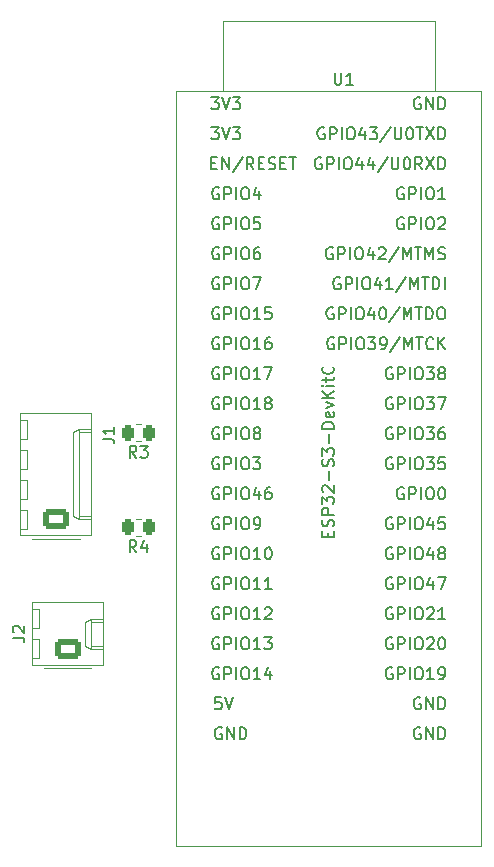
<source format=gto>
G04 #@! TF.GenerationSoftware,KiCad,Pcbnew,9.0.0*
G04 #@! TF.CreationDate,2025-07-09T15:49:06-04:00*
G04 #@! TF.ProjectId,SMACAR RECEIVER BOARD,534d4143-4152-4205-9245-434549564552,rev?*
G04 #@! TF.SameCoordinates,Original*
G04 #@! TF.FileFunction,Legend,Top*
G04 #@! TF.FilePolarity,Positive*
%FSLAX46Y46*%
G04 Gerber Fmt 4.6, Leading zero omitted, Abs format (unit mm)*
G04 Created by KiCad (PCBNEW 9.0.0) date 2025-07-09 15:49:06*
%MOMM*%
%LPD*%
G01*
G04 APERTURE LIST*
G04 Aperture macros list*
%AMRoundRect*
0 Rectangle with rounded corners*
0 $1 Rounding radius*
0 $2 $3 $4 $5 $6 $7 $8 $9 X,Y pos of 4 corners*
0 Add a 4 corners polygon primitive as box body*
4,1,4,$2,$3,$4,$5,$6,$7,$8,$9,$2,$3,0*
0 Add four circle primitives for the rounded corners*
1,1,$1+$1,$2,$3*
1,1,$1+$1,$4,$5*
1,1,$1+$1,$6,$7*
1,1,$1+$1,$8,$9*
0 Add four rect primitives between the rounded corners*
20,1,$1+$1,$2,$3,$4,$5,0*
20,1,$1+$1,$4,$5,$6,$7,0*
20,1,$1+$1,$6,$7,$8,$9,0*
20,1,$1+$1,$8,$9,$2,$3,0*%
G04 Aperture macros list end*
%ADD10C,0.150000*%
%ADD11C,0.120000*%
%ADD12C,3.800000*%
%ADD13RoundRect,0.250000X0.262500X0.450000X-0.262500X0.450000X-0.262500X-0.450000X0.262500X-0.450000X0*%
%ADD14RoundRect,0.250000X0.845000X-0.620000X0.845000X0.620000X-0.845000X0.620000X-0.845000X-0.620000X0*%
%ADD15O,2.190000X1.740000*%
%ADD16R,2.000000X1.200000*%
%ADD17O,2.000000X1.200000*%
G04 APERTURE END LIST*
D10*
X133833333Y-81104819D02*
X133500000Y-80628628D01*
X133261905Y-81104819D02*
X133261905Y-80104819D01*
X133261905Y-80104819D02*
X133642857Y-80104819D01*
X133642857Y-80104819D02*
X133738095Y-80152438D01*
X133738095Y-80152438D02*
X133785714Y-80200057D01*
X133785714Y-80200057D02*
X133833333Y-80295295D01*
X133833333Y-80295295D02*
X133833333Y-80438152D01*
X133833333Y-80438152D02*
X133785714Y-80533390D01*
X133785714Y-80533390D02*
X133738095Y-80581009D01*
X133738095Y-80581009D02*
X133642857Y-80628628D01*
X133642857Y-80628628D02*
X133261905Y-80628628D01*
X134166667Y-80104819D02*
X134785714Y-80104819D01*
X134785714Y-80104819D02*
X134452381Y-80485771D01*
X134452381Y-80485771D02*
X134595238Y-80485771D01*
X134595238Y-80485771D02*
X134690476Y-80533390D01*
X134690476Y-80533390D02*
X134738095Y-80581009D01*
X134738095Y-80581009D02*
X134785714Y-80676247D01*
X134785714Y-80676247D02*
X134785714Y-80914342D01*
X134785714Y-80914342D02*
X134738095Y-81009580D01*
X134738095Y-81009580D02*
X134690476Y-81057200D01*
X134690476Y-81057200D02*
X134595238Y-81104819D01*
X134595238Y-81104819D02*
X134309524Y-81104819D01*
X134309524Y-81104819D02*
X134214286Y-81057200D01*
X134214286Y-81057200D02*
X134166667Y-81009580D01*
X130974819Y-79523333D02*
X131689104Y-79523333D01*
X131689104Y-79523333D02*
X131831961Y-79570952D01*
X131831961Y-79570952D02*
X131927200Y-79666190D01*
X131927200Y-79666190D02*
X131974819Y-79809047D01*
X131974819Y-79809047D02*
X131974819Y-79904285D01*
X131974819Y-78523333D02*
X131974819Y-79094761D01*
X131974819Y-78809047D02*
X130974819Y-78809047D01*
X130974819Y-78809047D02*
X131117676Y-78904285D01*
X131117676Y-78904285D02*
X131212914Y-78999523D01*
X131212914Y-78999523D02*
X131260533Y-79094761D01*
X150608095Y-48512739D02*
X150608095Y-49322262D01*
X150608095Y-49322262D02*
X150655714Y-49417500D01*
X150655714Y-49417500D02*
X150703333Y-49465120D01*
X150703333Y-49465120D02*
X150798571Y-49512739D01*
X150798571Y-49512739D02*
X150989047Y-49512739D01*
X150989047Y-49512739D02*
X151084285Y-49465120D01*
X151084285Y-49465120D02*
X151131904Y-49417500D01*
X151131904Y-49417500D02*
X151179523Y-49322262D01*
X151179523Y-49322262D02*
X151179523Y-48512739D01*
X152179523Y-49512739D02*
X151608095Y-49512739D01*
X151893809Y-49512739D02*
X151893809Y-48512739D01*
X151893809Y-48512739D02*
X151798571Y-48655596D01*
X151798571Y-48655596D02*
X151703333Y-48750834D01*
X151703333Y-48750834D02*
X151608095Y-48798453D01*
X150027329Y-87785866D02*
X150027329Y-87452533D01*
X150551139Y-87309676D02*
X150551139Y-87785866D01*
X150551139Y-87785866D02*
X149551139Y-87785866D01*
X149551139Y-87785866D02*
X149551139Y-87309676D01*
X150503520Y-86928723D02*
X150551139Y-86785866D01*
X150551139Y-86785866D02*
X150551139Y-86547771D01*
X150551139Y-86547771D02*
X150503520Y-86452533D01*
X150503520Y-86452533D02*
X150455900Y-86404914D01*
X150455900Y-86404914D02*
X150360662Y-86357295D01*
X150360662Y-86357295D02*
X150265424Y-86357295D01*
X150265424Y-86357295D02*
X150170186Y-86404914D01*
X150170186Y-86404914D02*
X150122567Y-86452533D01*
X150122567Y-86452533D02*
X150074948Y-86547771D01*
X150074948Y-86547771D02*
X150027329Y-86738247D01*
X150027329Y-86738247D02*
X149979710Y-86833485D01*
X149979710Y-86833485D02*
X149932091Y-86881104D01*
X149932091Y-86881104D02*
X149836853Y-86928723D01*
X149836853Y-86928723D02*
X149741615Y-86928723D01*
X149741615Y-86928723D02*
X149646377Y-86881104D01*
X149646377Y-86881104D02*
X149598758Y-86833485D01*
X149598758Y-86833485D02*
X149551139Y-86738247D01*
X149551139Y-86738247D02*
X149551139Y-86500152D01*
X149551139Y-86500152D02*
X149598758Y-86357295D01*
X150551139Y-85928723D02*
X149551139Y-85928723D01*
X149551139Y-85928723D02*
X149551139Y-85547771D01*
X149551139Y-85547771D02*
X149598758Y-85452533D01*
X149598758Y-85452533D02*
X149646377Y-85404914D01*
X149646377Y-85404914D02*
X149741615Y-85357295D01*
X149741615Y-85357295D02*
X149884472Y-85357295D01*
X149884472Y-85357295D02*
X149979710Y-85404914D01*
X149979710Y-85404914D02*
X150027329Y-85452533D01*
X150027329Y-85452533D02*
X150074948Y-85547771D01*
X150074948Y-85547771D02*
X150074948Y-85928723D01*
X149551139Y-85023961D02*
X149551139Y-84404914D01*
X149551139Y-84404914D02*
X149932091Y-84738247D01*
X149932091Y-84738247D02*
X149932091Y-84595390D01*
X149932091Y-84595390D02*
X149979710Y-84500152D01*
X149979710Y-84500152D02*
X150027329Y-84452533D01*
X150027329Y-84452533D02*
X150122567Y-84404914D01*
X150122567Y-84404914D02*
X150360662Y-84404914D01*
X150360662Y-84404914D02*
X150455900Y-84452533D01*
X150455900Y-84452533D02*
X150503520Y-84500152D01*
X150503520Y-84500152D02*
X150551139Y-84595390D01*
X150551139Y-84595390D02*
X150551139Y-84881104D01*
X150551139Y-84881104D02*
X150503520Y-84976342D01*
X150503520Y-84976342D02*
X150455900Y-85023961D01*
X149646377Y-84023961D02*
X149598758Y-83976342D01*
X149598758Y-83976342D02*
X149551139Y-83881104D01*
X149551139Y-83881104D02*
X149551139Y-83643009D01*
X149551139Y-83643009D02*
X149598758Y-83547771D01*
X149598758Y-83547771D02*
X149646377Y-83500152D01*
X149646377Y-83500152D02*
X149741615Y-83452533D01*
X149741615Y-83452533D02*
X149836853Y-83452533D01*
X149836853Y-83452533D02*
X149979710Y-83500152D01*
X149979710Y-83500152D02*
X150551139Y-84071580D01*
X150551139Y-84071580D02*
X150551139Y-83452533D01*
X150170186Y-83023961D02*
X150170186Y-82262057D01*
X150503520Y-81833485D02*
X150551139Y-81690628D01*
X150551139Y-81690628D02*
X150551139Y-81452533D01*
X150551139Y-81452533D02*
X150503520Y-81357295D01*
X150503520Y-81357295D02*
X150455900Y-81309676D01*
X150455900Y-81309676D02*
X150360662Y-81262057D01*
X150360662Y-81262057D02*
X150265424Y-81262057D01*
X150265424Y-81262057D02*
X150170186Y-81309676D01*
X150170186Y-81309676D02*
X150122567Y-81357295D01*
X150122567Y-81357295D02*
X150074948Y-81452533D01*
X150074948Y-81452533D02*
X150027329Y-81643009D01*
X150027329Y-81643009D02*
X149979710Y-81738247D01*
X149979710Y-81738247D02*
X149932091Y-81785866D01*
X149932091Y-81785866D02*
X149836853Y-81833485D01*
X149836853Y-81833485D02*
X149741615Y-81833485D01*
X149741615Y-81833485D02*
X149646377Y-81785866D01*
X149646377Y-81785866D02*
X149598758Y-81738247D01*
X149598758Y-81738247D02*
X149551139Y-81643009D01*
X149551139Y-81643009D02*
X149551139Y-81404914D01*
X149551139Y-81404914D02*
X149598758Y-81262057D01*
X149551139Y-80928723D02*
X149551139Y-80309676D01*
X149551139Y-80309676D02*
X149932091Y-80643009D01*
X149932091Y-80643009D02*
X149932091Y-80500152D01*
X149932091Y-80500152D02*
X149979710Y-80404914D01*
X149979710Y-80404914D02*
X150027329Y-80357295D01*
X150027329Y-80357295D02*
X150122567Y-80309676D01*
X150122567Y-80309676D02*
X150360662Y-80309676D01*
X150360662Y-80309676D02*
X150455900Y-80357295D01*
X150455900Y-80357295D02*
X150503520Y-80404914D01*
X150503520Y-80404914D02*
X150551139Y-80500152D01*
X150551139Y-80500152D02*
X150551139Y-80785866D01*
X150551139Y-80785866D02*
X150503520Y-80881104D01*
X150503520Y-80881104D02*
X150455900Y-80928723D01*
X150170186Y-79881104D02*
X150170186Y-79119200D01*
X150551139Y-78643009D02*
X149551139Y-78643009D01*
X149551139Y-78643009D02*
X149551139Y-78404914D01*
X149551139Y-78404914D02*
X149598758Y-78262057D01*
X149598758Y-78262057D02*
X149693996Y-78166819D01*
X149693996Y-78166819D02*
X149789234Y-78119200D01*
X149789234Y-78119200D02*
X149979710Y-78071581D01*
X149979710Y-78071581D02*
X150122567Y-78071581D01*
X150122567Y-78071581D02*
X150313043Y-78119200D01*
X150313043Y-78119200D02*
X150408281Y-78166819D01*
X150408281Y-78166819D02*
X150503520Y-78262057D01*
X150503520Y-78262057D02*
X150551139Y-78404914D01*
X150551139Y-78404914D02*
X150551139Y-78643009D01*
X150503520Y-77262057D02*
X150551139Y-77357295D01*
X150551139Y-77357295D02*
X150551139Y-77547771D01*
X150551139Y-77547771D02*
X150503520Y-77643009D01*
X150503520Y-77643009D02*
X150408281Y-77690628D01*
X150408281Y-77690628D02*
X150027329Y-77690628D01*
X150027329Y-77690628D02*
X149932091Y-77643009D01*
X149932091Y-77643009D02*
X149884472Y-77547771D01*
X149884472Y-77547771D02*
X149884472Y-77357295D01*
X149884472Y-77357295D02*
X149932091Y-77262057D01*
X149932091Y-77262057D02*
X150027329Y-77214438D01*
X150027329Y-77214438D02*
X150122567Y-77214438D01*
X150122567Y-77214438D02*
X150217805Y-77690628D01*
X149884472Y-76881104D02*
X150551139Y-76643009D01*
X150551139Y-76643009D02*
X149884472Y-76404914D01*
X150551139Y-76023961D02*
X149551139Y-76023961D01*
X150551139Y-75452533D02*
X149979710Y-75881104D01*
X149551139Y-75452533D02*
X150122567Y-76023961D01*
X150551139Y-75023961D02*
X149884472Y-75023961D01*
X149551139Y-75023961D02*
X149598758Y-75071580D01*
X149598758Y-75071580D02*
X149646377Y-75023961D01*
X149646377Y-75023961D02*
X149598758Y-74976342D01*
X149598758Y-74976342D02*
X149551139Y-75023961D01*
X149551139Y-75023961D02*
X149646377Y-75023961D01*
X149884472Y-74690628D02*
X149884472Y-74309676D01*
X149551139Y-74547771D02*
X150408281Y-74547771D01*
X150408281Y-74547771D02*
X150503520Y-74500152D01*
X150503520Y-74500152D02*
X150551139Y-74404914D01*
X150551139Y-74404914D02*
X150551139Y-74309676D01*
X150455900Y-73404914D02*
X150503520Y-73452533D01*
X150503520Y-73452533D02*
X150551139Y-73595390D01*
X150551139Y-73595390D02*
X150551139Y-73690628D01*
X150551139Y-73690628D02*
X150503520Y-73833485D01*
X150503520Y-73833485D02*
X150408281Y-73928723D01*
X150408281Y-73928723D02*
X150313043Y-73976342D01*
X150313043Y-73976342D02*
X150122567Y-74023961D01*
X150122567Y-74023961D02*
X149979710Y-74023961D01*
X149979710Y-74023961D02*
X149789234Y-73976342D01*
X149789234Y-73976342D02*
X149693996Y-73928723D01*
X149693996Y-73928723D02*
X149598758Y-73833485D01*
X149598758Y-73833485D02*
X149551139Y-73690628D01*
X149551139Y-73690628D02*
X149551139Y-73595390D01*
X149551139Y-73595390D02*
X149598758Y-73452533D01*
X149598758Y-73452533D02*
X149646377Y-73404914D01*
X140800588Y-98920358D02*
X140705350Y-98872739D01*
X140705350Y-98872739D02*
X140562493Y-98872739D01*
X140562493Y-98872739D02*
X140419636Y-98920358D01*
X140419636Y-98920358D02*
X140324398Y-99015596D01*
X140324398Y-99015596D02*
X140276779Y-99110834D01*
X140276779Y-99110834D02*
X140229160Y-99301310D01*
X140229160Y-99301310D02*
X140229160Y-99444167D01*
X140229160Y-99444167D02*
X140276779Y-99634643D01*
X140276779Y-99634643D02*
X140324398Y-99729881D01*
X140324398Y-99729881D02*
X140419636Y-99825120D01*
X140419636Y-99825120D02*
X140562493Y-99872739D01*
X140562493Y-99872739D02*
X140657731Y-99872739D01*
X140657731Y-99872739D02*
X140800588Y-99825120D01*
X140800588Y-99825120D02*
X140848207Y-99777500D01*
X140848207Y-99777500D02*
X140848207Y-99444167D01*
X140848207Y-99444167D02*
X140657731Y-99444167D01*
X141276779Y-99872739D02*
X141276779Y-98872739D01*
X141276779Y-98872739D02*
X141657731Y-98872739D01*
X141657731Y-98872739D02*
X141752969Y-98920358D01*
X141752969Y-98920358D02*
X141800588Y-98967977D01*
X141800588Y-98967977D02*
X141848207Y-99063215D01*
X141848207Y-99063215D02*
X141848207Y-99206072D01*
X141848207Y-99206072D02*
X141800588Y-99301310D01*
X141800588Y-99301310D02*
X141752969Y-99348929D01*
X141752969Y-99348929D02*
X141657731Y-99396548D01*
X141657731Y-99396548D02*
X141276779Y-99396548D01*
X142276779Y-99872739D02*
X142276779Y-98872739D01*
X142943445Y-98872739D02*
X143133921Y-98872739D01*
X143133921Y-98872739D02*
X143229159Y-98920358D01*
X143229159Y-98920358D02*
X143324397Y-99015596D01*
X143324397Y-99015596D02*
X143372016Y-99206072D01*
X143372016Y-99206072D02*
X143372016Y-99539405D01*
X143372016Y-99539405D02*
X143324397Y-99729881D01*
X143324397Y-99729881D02*
X143229159Y-99825120D01*
X143229159Y-99825120D02*
X143133921Y-99872739D01*
X143133921Y-99872739D02*
X142943445Y-99872739D01*
X142943445Y-99872739D02*
X142848207Y-99825120D01*
X142848207Y-99825120D02*
X142752969Y-99729881D01*
X142752969Y-99729881D02*
X142705350Y-99539405D01*
X142705350Y-99539405D02*
X142705350Y-99206072D01*
X142705350Y-99206072D02*
X142752969Y-99015596D01*
X142752969Y-99015596D02*
X142848207Y-98920358D01*
X142848207Y-98920358D02*
X142943445Y-98872739D01*
X144324397Y-99872739D02*
X143752969Y-99872739D01*
X144038683Y-99872739D02*
X144038683Y-98872739D01*
X144038683Y-98872739D02*
X143943445Y-99015596D01*
X143943445Y-99015596D02*
X143848207Y-99110834D01*
X143848207Y-99110834D02*
X143752969Y-99158453D01*
X145181540Y-99206072D02*
X145181540Y-99872739D01*
X144943445Y-98825120D02*
X144705350Y-99539405D01*
X144705350Y-99539405D02*
X145324397Y-99539405D01*
X149732744Y-53200358D02*
X149637506Y-53152739D01*
X149637506Y-53152739D02*
X149494649Y-53152739D01*
X149494649Y-53152739D02*
X149351792Y-53200358D01*
X149351792Y-53200358D02*
X149256554Y-53295596D01*
X149256554Y-53295596D02*
X149208935Y-53390834D01*
X149208935Y-53390834D02*
X149161316Y-53581310D01*
X149161316Y-53581310D02*
X149161316Y-53724167D01*
X149161316Y-53724167D02*
X149208935Y-53914643D01*
X149208935Y-53914643D02*
X149256554Y-54009881D01*
X149256554Y-54009881D02*
X149351792Y-54105120D01*
X149351792Y-54105120D02*
X149494649Y-54152739D01*
X149494649Y-54152739D02*
X149589887Y-54152739D01*
X149589887Y-54152739D02*
X149732744Y-54105120D01*
X149732744Y-54105120D02*
X149780363Y-54057500D01*
X149780363Y-54057500D02*
X149780363Y-53724167D01*
X149780363Y-53724167D02*
X149589887Y-53724167D01*
X150208935Y-54152739D02*
X150208935Y-53152739D01*
X150208935Y-53152739D02*
X150589887Y-53152739D01*
X150589887Y-53152739D02*
X150685125Y-53200358D01*
X150685125Y-53200358D02*
X150732744Y-53247977D01*
X150732744Y-53247977D02*
X150780363Y-53343215D01*
X150780363Y-53343215D02*
X150780363Y-53486072D01*
X150780363Y-53486072D02*
X150732744Y-53581310D01*
X150732744Y-53581310D02*
X150685125Y-53628929D01*
X150685125Y-53628929D02*
X150589887Y-53676548D01*
X150589887Y-53676548D02*
X150208935Y-53676548D01*
X151208935Y-54152739D02*
X151208935Y-53152739D01*
X151875601Y-53152739D02*
X152066077Y-53152739D01*
X152066077Y-53152739D02*
X152161315Y-53200358D01*
X152161315Y-53200358D02*
X152256553Y-53295596D01*
X152256553Y-53295596D02*
X152304172Y-53486072D01*
X152304172Y-53486072D02*
X152304172Y-53819405D01*
X152304172Y-53819405D02*
X152256553Y-54009881D01*
X152256553Y-54009881D02*
X152161315Y-54105120D01*
X152161315Y-54105120D02*
X152066077Y-54152739D01*
X152066077Y-54152739D02*
X151875601Y-54152739D01*
X151875601Y-54152739D02*
X151780363Y-54105120D01*
X151780363Y-54105120D02*
X151685125Y-54009881D01*
X151685125Y-54009881D02*
X151637506Y-53819405D01*
X151637506Y-53819405D02*
X151637506Y-53486072D01*
X151637506Y-53486072D02*
X151685125Y-53295596D01*
X151685125Y-53295596D02*
X151780363Y-53200358D01*
X151780363Y-53200358D02*
X151875601Y-53152739D01*
X153161315Y-53486072D02*
X153161315Y-54152739D01*
X152923220Y-53105120D02*
X152685125Y-53819405D01*
X152685125Y-53819405D02*
X153304172Y-53819405D01*
X153589887Y-53152739D02*
X154208934Y-53152739D01*
X154208934Y-53152739D02*
X153875601Y-53533691D01*
X153875601Y-53533691D02*
X154018458Y-53533691D01*
X154018458Y-53533691D02*
X154113696Y-53581310D01*
X154113696Y-53581310D02*
X154161315Y-53628929D01*
X154161315Y-53628929D02*
X154208934Y-53724167D01*
X154208934Y-53724167D02*
X154208934Y-53962262D01*
X154208934Y-53962262D02*
X154161315Y-54057500D01*
X154161315Y-54057500D02*
X154113696Y-54105120D01*
X154113696Y-54105120D02*
X154018458Y-54152739D01*
X154018458Y-54152739D02*
X153732744Y-54152739D01*
X153732744Y-54152739D02*
X153637506Y-54105120D01*
X153637506Y-54105120D02*
X153589887Y-54057500D01*
X155351791Y-53105120D02*
X154494649Y-54390834D01*
X155685125Y-53152739D02*
X155685125Y-53962262D01*
X155685125Y-53962262D02*
X155732744Y-54057500D01*
X155732744Y-54057500D02*
X155780363Y-54105120D01*
X155780363Y-54105120D02*
X155875601Y-54152739D01*
X155875601Y-54152739D02*
X156066077Y-54152739D01*
X156066077Y-54152739D02*
X156161315Y-54105120D01*
X156161315Y-54105120D02*
X156208934Y-54057500D01*
X156208934Y-54057500D02*
X156256553Y-53962262D01*
X156256553Y-53962262D02*
X156256553Y-53152739D01*
X156923220Y-53152739D02*
X157018458Y-53152739D01*
X157018458Y-53152739D02*
X157113696Y-53200358D01*
X157113696Y-53200358D02*
X157161315Y-53247977D01*
X157161315Y-53247977D02*
X157208934Y-53343215D01*
X157208934Y-53343215D02*
X157256553Y-53533691D01*
X157256553Y-53533691D02*
X157256553Y-53771786D01*
X157256553Y-53771786D02*
X157208934Y-53962262D01*
X157208934Y-53962262D02*
X157161315Y-54057500D01*
X157161315Y-54057500D02*
X157113696Y-54105120D01*
X157113696Y-54105120D02*
X157018458Y-54152739D01*
X157018458Y-54152739D02*
X156923220Y-54152739D01*
X156923220Y-54152739D02*
X156827982Y-54105120D01*
X156827982Y-54105120D02*
X156780363Y-54057500D01*
X156780363Y-54057500D02*
X156732744Y-53962262D01*
X156732744Y-53962262D02*
X156685125Y-53771786D01*
X156685125Y-53771786D02*
X156685125Y-53533691D01*
X156685125Y-53533691D02*
X156732744Y-53343215D01*
X156732744Y-53343215D02*
X156780363Y-53247977D01*
X156780363Y-53247977D02*
X156827982Y-53200358D01*
X156827982Y-53200358D02*
X156923220Y-53152739D01*
X157542268Y-53152739D02*
X158113696Y-53152739D01*
X157827982Y-54152739D02*
X157827982Y-53152739D01*
X158351792Y-53152739D02*
X159018458Y-54152739D01*
X159018458Y-53152739D02*
X158351792Y-54152739D01*
X159399411Y-54152739D02*
X159399411Y-53152739D01*
X159399411Y-53152739D02*
X159637506Y-53152739D01*
X159637506Y-53152739D02*
X159780363Y-53200358D01*
X159780363Y-53200358D02*
X159875601Y-53295596D01*
X159875601Y-53295596D02*
X159923220Y-53390834D01*
X159923220Y-53390834D02*
X159970839Y-53581310D01*
X159970839Y-53581310D02*
X159970839Y-53724167D01*
X159970839Y-53724167D02*
X159923220Y-53914643D01*
X159923220Y-53914643D02*
X159875601Y-54009881D01*
X159875601Y-54009881D02*
X159780363Y-54105120D01*
X159780363Y-54105120D02*
X159637506Y-54152739D01*
X159637506Y-54152739D02*
X159399411Y-54152739D01*
X149494649Y-55740358D02*
X149399411Y-55692739D01*
X149399411Y-55692739D02*
X149256554Y-55692739D01*
X149256554Y-55692739D02*
X149113697Y-55740358D01*
X149113697Y-55740358D02*
X149018459Y-55835596D01*
X149018459Y-55835596D02*
X148970840Y-55930834D01*
X148970840Y-55930834D02*
X148923221Y-56121310D01*
X148923221Y-56121310D02*
X148923221Y-56264167D01*
X148923221Y-56264167D02*
X148970840Y-56454643D01*
X148970840Y-56454643D02*
X149018459Y-56549881D01*
X149018459Y-56549881D02*
X149113697Y-56645120D01*
X149113697Y-56645120D02*
X149256554Y-56692739D01*
X149256554Y-56692739D02*
X149351792Y-56692739D01*
X149351792Y-56692739D02*
X149494649Y-56645120D01*
X149494649Y-56645120D02*
X149542268Y-56597500D01*
X149542268Y-56597500D02*
X149542268Y-56264167D01*
X149542268Y-56264167D02*
X149351792Y-56264167D01*
X149970840Y-56692739D02*
X149970840Y-55692739D01*
X149970840Y-55692739D02*
X150351792Y-55692739D01*
X150351792Y-55692739D02*
X150447030Y-55740358D01*
X150447030Y-55740358D02*
X150494649Y-55787977D01*
X150494649Y-55787977D02*
X150542268Y-55883215D01*
X150542268Y-55883215D02*
X150542268Y-56026072D01*
X150542268Y-56026072D02*
X150494649Y-56121310D01*
X150494649Y-56121310D02*
X150447030Y-56168929D01*
X150447030Y-56168929D02*
X150351792Y-56216548D01*
X150351792Y-56216548D02*
X149970840Y-56216548D01*
X150970840Y-56692739D02*
X150970840Y-55692739D01*
X151637506Y-55692739D02*
X151827982Y-55692739D01*
X151827982Y-55692739D02*
X151923220Y-55740358D01*
X151923220Y-55740358D02*
X152018458Y-55835596D01*
X152018458Y-55835596D02*
X152066077Y-56026072D01*
X152066077Y-56026072D02*
X152066077Y-56359405D01*
X152066077Y-56359405D02*
X152018458Y-56549881D01*
X152018458Y-56549881D02*
X151923220Y-56645120D01*
X151923220Y-56645120D02*
X151827982Y-56692739D01*
X151827982Y-56692739D02*
X151637506Y-56692739D01*
X151637506Y-56692739D02*
X151542268Y-56645120D01*
X151542268Y-56645120D02*
X151447030Y-56549881D01*
X151447030Y-56549881D02*
X151399411Y-56359405D01*
X151399411Y-56359405D02*
X151399411Y-56026072D01*
X151399411Y-56026072D02*
X151447030Y-55835596D01*
X151447030Y-55835596D02*
X151542268Y-55740358D01*
X151542268Y-55740358D02*
X151637506Y-55692739D01*
X152923220Y-56026072D02*
X152923220Y-56692739D01*
X152685125Y-55645120D02*
X152447030Y-56359405D01*
X152447030Y-56359405D02*
X153066077Y-56359405D01*
X153875601Y-56026072D02*
X153875601Y-56692739D01*
X153637506Y-55645120D02*
X153399411Y-56359405D01*
X153399411Y-56359405D02*
X154018458Y-56359405D01*
X155113696Y-55645120D02*
X154256554Y-56930834D01*
X155447030Y-55692739D02*
X155447030Y-56502262D01*
X155447030Y-56502262D02*
X155494649Y-56597500D01*
X155494649Y-56597500D02*
X155542268Y-56645120D01*
X155542268Y-56645120D02*
X155637506Y-56692739D01*
X155637506Y-56692739D02*
X155827982Y-56692739D01*
X155827982Y-56692739D02*
X155923220Y-56645120D01*
X155923220Y-56645120D02*
X155970839Y-56597500D01*
X155970839Y-56597500D02*
X156018458Y-56502262D01*
X156018458Y-56502262D02*
X156018458Y-55692739D01*
X156685125Y-55692739D02*
X156780363Y-55692739D01*
X156780363Y-55692739D02*
X156875601Y-55740358D01*
X156875601Y-55740358D02*
X156923220Y-55787977D01*
X156923220Y-55787977D02*
X156970839Y-55883215D01*
X156970839Y-55883215D02*
X157018458Y-56073691D01*
X157018458Y-56073691D02*
X157018458Y-56311786D01*
X157018458Y-56311786D02*
X156970839Y-56502262D01*
X156970839Y-56502262D02*
X156923220Y-56597500D01*
X156923220Y-56597500D02*
X156875601Y-56645120D01*
X156875601Y-56645120D02*
X156780363Y-56692739D01*
X156780363Y-56692739D02*
X156685125Y-56692739D01*
X156685125Y-56692739D02*
X156589887Y-56645120D01*
X156589887Y-56645120D02*
X156542268Y-56597500D01*
X156542268Y-56597500D02*
X156494649Y-56502262D01*
X156494649Y-56502262D02*
X156447030Y-56311786D01*
X156447030Y-56311786D02*
X156447030Y-56073691D01*
X156447030Y-56073691D02*
X156494649Y-55883215D01*
X156494649Y-55883215D02*
X156542268Y-55787977D01*
X156542268Y-55787977D02*
X156589887Y-55740358D01*
X156589887Y-55740358D02*
X156685125Y-55692739D01*
X158018458Y-56692739D02*
X157685125Y-56216548D01*
X157447030Y-56692739D02*
X157447030Y-55692739D01*
X157447030Y-55692739D02*
X157827982Y-55692739D01*
X157827982Y-55692739D02*
X157923220Y-55740358D01*
X157923220Y-55740358D02*
X157970839Y-55787977D01*
X157970839Y-55787977D02*
X158018458Y-55883215D01*
X158018458Y-55883215D02*
X158018458Y-56026072D01*
X158018458Y-56026072D02*
X157970839Y-56121310D01*
X157970839Y-56121310D02*
X157923220Y-56168929D01*
X157923220Y-56168929D02*
X157827982Y-56216548D01*
X157827982Y-56216548D02*
X157447030Y-56216548D01*
X158351792Y-55692739D02*
X159018458Y-56692739D01*
X159018458Y-55692739D02*
X158351792Y-56692739D01*
X159399411Y-56692739D02*
X159399411Y-55692739D01*
X159399411Y-55692739D02*
X159637506Y-55692739D01*
X159637506Y-55692739D02*
X159780363Y-55740358D01*
X159780363Y-55740358D02*
X159875601Y-55835596D01*
X159875601Y-55835596D02*
X159923220Y-55930834D01*
X159923220Y-55930834D02*
X159970839Y-56121310D01*
X159970839Y-56121310D02*
X159970839Y-56264167D01*
X159970839Y-56264167D02*
X159923220Y-56454643D01*
X159923220Y-56454643D02*
X159875601Y-56549881D01*
X159875601Y-56549881D02*
X159780363Y-56645120D01*
X159780363Y-56645120D02*
X159637506Y-56692739D01*
X159637506Y-56692739D02*
X159399411Y-56692739D01*
X140800588Y-78600358D02*
X140705350Y-78552739D01*
X140705350Y-78552739D02*
X140562493Y-78552739D01*
X140562493Y-78552739D02*
X140419636Y-78600358D01*
X140419636Y-78600358D02*
X140324398Y-78695596D01*
X140324398Y-78695596D02*
X140276779Y-78790834D01*
X140276779Y-78790834D02*
X140229160Y-78981310D01*
X140229160Y-78981310D02*
X140229160Y-79124167D01*
X140229160Y-79124167D02*
X140276779Y-79314643D01*
X140276779Y-79314643D02*
X140324398Y-79409881D01*
X140324398Y-79409881D02*
X140419636Y-79505120D01*
X140419636Y-79505120D02*
X140562493Y-79552739D01*
X140562493Y-79552739D02*
X140657731Y-79552739D01*
X140657731Y-79552739D02*
X140800588Y-79505120D01*
X140800588Y-79505120D02*
X140848207Y-79457500D01*
X140848207Y-79457500D02*
X140848207Y-79124167D01*
X140848207Y-79124167D02*
X140657731Y-79124167D01*
X141276779Y-79552739D02*
X141276779Y-78552739D01*
X141276779Y-78552739D02*
X141657731Y-78552739D01*
X141657731Y-78552739D02*
X141752969Y-78600358D01*
X141752969Y-78600358D02*
X141800588Y-78647977D01*
X141800588Y-78647977D02*
X141848207Y-78743215D01*
X141848207Y-78743215D02*
X141848207Y-78886072D01*
X141848207Y-78886072D02*
X141800588Y-78981310D01*
X141800588Y-78981310D02*
X141752969Y-79028929D01*
X141752969Y-79028929D02*
X141657731Y-79076548D01*
X141657731Y-79076548D02*
X141276779Y-79076548D01*
X142276779Y-79552739D02*
X142276779Y-78552739D01*
X142943445Y-78552739D02*
X143133921Y-78552739D01*
X143133921Y-78552739D02*
X143229159Y-78600358D01*
X143229159Y-78600358D02*
X143324397Y-78695596D01*
X143324397Y-78695596D02*
X143372016Y-78886072D01*
X143372016Y-78886072D02*
X143372016Y-79219405D01*
X143372016Y-79219405D02*
X143324397Y-79409881D01*
X143324397Y-79409881D02*
X143229159Y-79505120D01*
X143229159Y-79505120D02*
X143133921Y-79552739D01*
X143133921Y-79552739D02*
X142943445Y-79552739D01*
X142943445Y-79552739D02*
X142848207Y-79505120D01*
X142848207Y-79505120D02*
X142752969Y-79409881D01*
X142752969Y-79409881D02*
X142705350Y-79219405D01*
X142705350Y-79219405D02*
X142705350Y-78886072D01*
X142705350Y-78886072D02*
X142752969Y-78695596D01*
X142752969Y-78695596D02*
X142848207Y-78600358D01*
X142848207Y-78600358D02*
X142943445Y-78552739D01*
X143943445Y-78981310D02*
X143848207Y-78933691D01*
X143848207Y-78933691D02*
X143800588Y-78886072D01*
X143800588Y-78886072D02*
X143752969Y-78790834D01*
X143752969Y-78790834D02*
X143752969Y-78743215D01*
X143752969Y-78743215D02*
X143800588Y-78647977D01*
X143800588Y-78647977D02*
X143848207Y-78600358D01*
X143848207Y-78600358D02*
X143943445Y-78552739D01*
X143943445Y-78552739D02*
X144133921Y-78552739D01*
X144133921Y-78552739D02*
X144229159Y-78600358D01*
X144229159Y-78600358D02*
X144276778Y-78647977D01*
X144276778Y-78647977D02*
X144324397Y-78743215D01*
X144324397Y-78743215D02*
X144324397Y-78790834D01*
X144324397Y-78790834D02*
X144276778Y-78886072D01*
X144276778Y-78886072D02*
X144229159Y-78933691D01*
X144229159Y-78933691D02*
X144133921Y-78981310D01*
X144133921Y-78981310D02*
X143943445Y-78981310D01*
X143943445Y-78981310D02*
X143848207Y-79028929D01*
X143848207Y-79028929D02*
X143800588Y-79076548D01*
X143800588Y-79076548D02*
X143752969Y-79171786D01*
X143752969Y-79171786D02*
X143752969Y-79362262D01*
X143752969Y-79362262D02*
X143800588Y-79457500D01*
X143800588Y-79457500D02*
X143848207Y-79505120D01*
X143848207Y-79505120D02*
X143943445Y-79552739D01*
X143943445Y-79552739D02*
X144133921Y-79552739D01*
X144133921Y-79552739D02*
X144229159Y-79505120D01*
X144229159Y-79505120D02*
X144276778Y-79457500D01*
X144276778Y-79457500D02*
X144324397Y-79362262D01*
X144324397Y-79362262D02*
X144324397Y-79171786D01*
X144324397Y-79171786D02*
X144276778Y-79076548D01*
X144276778Y-79076548D02*
X144229159Y-79028929D01*
X144229159Y-79028929D02*
X144133921Y-78981310D01*
X140181541Y-50612739D02*
X140800588Y-50612739D01*
X140800588Y-50612739D02*
X140467255Y-50993691D01*
X140467255Y-50993691D02*
X140610112Y-50993691D01*
X140610112Y-50993691D02*
X140705350Y-51041310D01*
X140705350Y-51041310D02*
X140752969Y-51088929D01*
X140752969Y-51088929D02*
X140800588Y-51184167D01*
X140800588Y-51184167D02*
X140800588Y-51422262D01*
X140800588Y-51422262D02*
X140752969Y-51517500D01*
X140752969Y-51517500D02*
X140705350Y-51565120D01*
X140705350Y-51565120D02*
X140610112Y-51612739D01*
X140610112Y-51612739D02*
X140324398Y-51612739D01*
X140324398Y-51612739D02*
X140229160Y-51565120D01*
X140229160Y-51565120D02*
X140181541Y-51517500D01*
X141086303Y-50612739D02*
X141419636Y-51612739D01*
X141419636Y-51612739D02*
X141752969Y-50612739D01*
X141991065Y-50612739D02*
X142610112Y-50612739D01*
X142610112Y-50612739D02*
X142276779Y-50993691D01*
X142276779Y-50993691D02*
X142419636Y-50993691D01*
X142419636Y-50993691D02*
X142514874Y-51041310D01*
X142514874Y-51041310D02*
X142562493Y-51088929D01*
X142562493Y-51088929D02*
X142610112Y-51184167D01*
X142610112Y-51184167D02*
X142610112Y-51422262D01*
X142610112Y-51422262D02*
X142562493Y-51517500D01*
X142562493Y-51517500D02*
X142514874Y-51565120D01*
X142514874Y-51565120D02*
X142419636Y-51612739D01*
X142419636Y-51612739D02*
X142133922Y-51612739D01*
X142133922Y-51612739D02*
X142038684Y-51565120D01*
X142038684Y-51565120D02*
X141991065Y-51517500D01*
X140800588Y-70980358D02*
X140705350Y-70932739D01*
X140705350Y-70932739D02*
X140562493Y-70932739D01*
X140562493Y-70932739D02*
X140419636Y-70980358D01*
X140419636Y-70980358D02*
X140324398Y-71075596D01*
X140324398Y-71075596D02*
X140276779Y-71170834D01*
X140276779Y-71170834D02*
X140229160Y-71361310D01*
X140229160Y-71361310D02*
X140229160Y-71504167D01*
X140229160Y-71504167D02*
X140276779Y-71694643D01*
X140276779Y-71694643D02*
X140324398Y-71789881D01*
X140324398Y-71789881D02*
X140419636Y-71885120D01*
X140419636Y-71885120D02*
X140562493Y-71932739D01*
X140562493Y-71932739D02*
X140657731Y-71932739D01*
X140657731Y-71932739D02*
X140800588Y-71885120D01*
X140800588Y-71885120D02*
X140848207Y-71837500D01*
X140848207Y-71837500D02*
X140848207Y-71504167D01*
X140848207Y-71504167D02*
X140657731Y-71504167D01*
X141276779Y-71932739D02*
X141276779Y-70932739D01*
X141276779Y-70932739D02*
X141657731Y-70932739D01*
X141657731Y-70932739D02*
X141752969Y-70980358D01*
X141752969Y-70980358D02*
X141800588Y-71027977D01*
X141800588Y-71027977D02*
X141848207Y-71123215D01*
X141848207Y-71123215D02*
X141848207Y-71266072D01*
X141848207Y-71266072D02*
X141800588Y-71361310D01*
X141800588Y-71361310D02*
X141752969Y-71408929D01*
X141752969Y-71408929D02*
X141657731Y-71456548D01*
X141657731Y-71456548D02*
X141276779Y-71456548D01*
X142276779Y-71932739D02*
X142276779Y-70932739D01*
X142943445Y-70932739D02*
X143133921Y-70932739D01*
X143133921Y-70932739D02*
X143229159Y-70980358D01*
X143229159Y-70980358D02*
X143324397Y-71075596D01*
X143324397Y-71075596D02*
X143372016Y-71266072D01*
X143372016Y-71266072D02*
X143372016Y-71599405D01*
X143372016Y-71599405D02*
X143324397Y-71789881D01*
X143324397Y-71789881D02*
X143229159Y-71885120D01*
X143229159Y-71885120D02*
X143133921Y-71932739D01*
X143133921Y-71932739D02*
X142943445Y-71932739D01*
X142943445Y-71932739D02*
X142848207Y-71885120D01*
X142848207Y-71885120D02*
X142752969Y-71789881D01*
X142752969Y-71789881D02*
X142705350Y-71599405D01*
X142705350Y-71599405D02*
X142705350Y-71266072D01*
X142705350Y-71266072D02*
X142752969Y-71075596D01*
X142752969Y-71075596D02*
X142848207Y-70980358D01*
X142848207Y-70980358D02*
X142943445Y-70932739D01*
X144324397Y-71932739D02*
X143752969Y-71932739D01*
X144038683Y-71932739D02*
X144038683Y-70932739D01*
X144038683Y-70932739D02*
X143943445Y-71075596D01*
X143943445Y-71075596D02*
X143848207Y-71170834D01*
X143848207Y-71170834D02*
X143752969Y-71218453D01*
X145181540Y-70932739D02*
X144991064Y-70932739D01*
X144991064Y-70932739D02*
X144895826Y-70980358D01*
X144895826Y-70980358D02*
X144848207Y-71027977D01*
X144848207Y-71027977D02*
X144752969Y-71170834D01*
X144752969Y-71170834D02*
X144705350Y-71361310D01*
X144705350Y-71361310D02*
X144705350Y-71742262D01*
X144705350Y-71742262D02*
X144752969Y-71837500D01*
X144752969Y-71837500D02*
X144800588Y-71885120D01*
X144800588Y-71885120D02*
X144895826Y-71932739D01*
X144895826Y-71932739D02*
X145086302Y-71932739D01*
X145086302Y-71932739D02*
X145181540Y-71885120D01*
X145181540Y-71885120D02*
X145229159Y-71837500D01*
X145229159Y-71837500D02*
X145276778Y-71742262D01*
X145276778Y-71742262D02*
X145276778Y-71504167D01*
X145276778Y-71504167D02*
X145229159Y-71408929D01*
X145229159Y-71408929D02*
X145181540Y-71361310D01*
X145181540Y-71361310D02*
X145086302Y-71313691D01*
X145086302Y-71313691D02*
X144895826Y-71313691D01*
X144895826Y-71313691D02*
X144800588Y-71361310D01*
X144800588Y-71361310D02*
X144752969Y-71408929D01*
X144752969Y-71408929D02*
X144705350Y-71504167D01*
X156447030Y-58280358D02*
X156351792Y-58232739D01*
X156351792Y-58232739D02*
X156208935Y-58232739D01*
X156208935Y-58232739D02*
X156066078Y-58280358D01*
X156066078Y-58280358D02*
X155970840Y-58375596D01*
X155970840Y-58375596D02*
X155923221Y-58470834D01*
X155923221Y-58470834D02*
X155875602Y-58661310D01*
X155875602Y-58661310D02*
X155875602Y-58804167D01*
X155875602Y-58804167D02*
X155923221Y-58994643D01*
X155923221Y-58994643D02*
X155970840Y-59089881D01*
X155970840Y-59089881D02*
X156066078Y-59185120D01*
X156066078Y-59185120D02*
X156208935Y-59232739D01*
X156208935Y-59232739D02*
X156304173Y-59232739D01*
X156304173Y-59232739D02*
X156447030Y-59185120D01*
X156447030Y-59185120D02*
X156494649Y-59137500D01*
X156494649Y-59137500D02*
X156494649Y-58804167D01*
X156494649Y-58804167D02*
X156304173Y-58804167D01*
X156923221Y-59232739D02*
X156923221Y-58232739D01*
X156923221Y-58232739D02*
X157304173Y-58232739D01*
X157304173Y-58232739D02*
X157399411Y-58280358D01*
X157399411Y-58280358D02*
X157447030Y-58327977D01*
X157447030Y-58327977D02*
X157494649Y-58423215D01*
X157494649Y-58423215D02*
X157494649Y-58566072D01*
X157494649Y-58566072D02*
X157447030Y-58661310D01*
X157447030Y-58661310D02*
X157399411Y-58708929D01*
X157399411Y-58708929D02*
X157304173Y-58756548D01*
X157304173Y-58756548D02*
X156923221Y-58756548D01*
X157923221Y-59232739D02*
X157923221Y-58232739D01*
X158589887Y-58232739D02*
X158780363Y-58232739D01*
X158780363Y-58232739D02*
X158875601Y-58280358D01*
X158875601Y-58280358D02*
X158970839Y-58375596D01*
X158970839Y-58375596D02*
X159018458Y-58566072D01*
X159018458Y-58566072D02*
X159018458Y-58899405D01*
X159018458Y-58899405D02*
X158970839Y-59089881D01*
X158970839Y-59089881D02*
X158875601Y-59185120D01*
X158875601Y-59185120D02*
X158780363Y-59232739D01*
X158780363Y-59232739D02*
X158589887Y-59232739D01*
X158589887Y-59232739D02*
X158494649Y-59185120D01*
X158494649Y-59185120D02*
X158399411Y-59089881D01*
X158399411Y-59089881D02*
X158351792Y-58899405D01*
X158351792Y-58899405D02*
X158351792Y-58566072D01*
X158351792Y-58566072D02*
X158399411Y-58375596D01*
X158399411Y-58375596D02*
X158494649Y-58280358D01*
X158494649Y-58280358D02*
X158589887Y-58232739D01*
X159970839Y-59232739D02*
X159399411Y-59232739D01*
X159685125Y-59232739D02*
X159685125Y-58232739D01*
X159685125Y-58232739D02*
X159589887Y-58375596D01*
X159589887Y-58375596D02*
X159494649Y-58470834D01*
X159494649Y-58470834D02*
X159399411Y-58518453D01*
X140171921Y-56166209D02*
X140505254Y-56166209D01*
X140648111Y-56690019D02*
X140171921Y-56690019D01*
X140171921Y-56690019D02*
X140171921Y-55690019D01*
X140171921Y-55690019D02*
X140648111Y-55690019D01*
X141076683Y-56690019D02*
X141076683Y-55690019D01*
X141076683Y-55690019D02*
X141648111Y-56690019D01*
X141648111Y-56690019D02*
X141648111Y-55690019D01*
X142838587Y-55642400D02*
X141981445Y-56928114D01*
X143743349Y-56690019D02*
X143410016Y-56213828D01*
X143171921Y-56690019D02*
X143171921Y-55690019D01*
X143171921Y-55690019D02*
X143552873Y-55690019D01*
X143552873Y-55690019D02*
X143648111Y-55737638D01*
X143648111Y-55737638D02*
X143695730Y-55785257D01*
X143695730Y-55785257D02*
X143743349Y-55880495D01*
X143743349Y-55880495D02*
X143743349Y-56023352D01*
X143743349Y-56023352D02*
X143695730Y-56118590D01*
X143695730Y-56118590D02*
X143648111Y-56166209D01*
X143648111Y-56166209D02*
X143552873Y-56213828D01*
X143552873Y-56213828D02*
X143171921Y-56213828D01*
X144171921Y-56166209D02*
X144505254Y-56166209D01*
X144648111Y-56690019D02*
X144171921Y-56690019D01*
X144171921Y-56690019D02*
X144171921Y-55690019D01*
X144171921Y-55690019D02*
X144648111Y-55690019D01*
X145029064Y-56642400D02*
X145171921Y-56690019D01*
X145171921Y-56690019D02*
X145410016Y-56690019D01*
X145410016Y-56690019D02*
X145505254Y-56642400D01*
X145505254Y-56642400D02*
X145552873Y-56594780D01*
X145552873Y-56594780D02*
X145600492Y-56499542D01*
X145600492Y-56499542D02*
X145600492Y-56404304D01*
X145600492Y-56404304D02*
X145552873Y-56309066D01*
X145552873Y-56309066D02*
X145505254Y-56261447D01*
X145505254Y-56261447D02*
X145410016Y-56213828D01*
X145410016Y-56213828D02*
X145219540Y-56166209D01*
X145219540Y-56166209D02*
X145124302Y-56118590D01*
X145124302Y-56118590D02*
X145076683Y-56070971D01*
X145076683Y-56070971D02*
X145029064Y-55975733D01*
X145029064Y-55975733D02*
X145029064Y-55880495D01*
X145029064Y-55880495D02*
X145076683Y-55785257D01*
X145076683Y-55785257D02*
X145124302Y-55737638D01*
X145124302Y-55737638D02*
X145219540Y-55690019D01*
X145219540Y-55690019D02*
X145457635Y-55690019D01*
X145457635Y-55690019D02*
X145600492Y-55737638D01*
X146029064Y-56166209D02*
X146362397Y-56166209D01*
X146505254Y-56690019D02*
X146029064Y-56690019D01*
X146029064Y-56690019D02*
X146029064Y-55690019D01*
X146029064Y-55690019D02*
X146505254Y-55690019D01*
X146790969Y-55690019D02*
X147362397Y-55690019D01*
X147076683Y-56690019D02*
X147076683Y-55690019D01*
X140800588Y-68440358D02*
X140705350Y-68392739D01*
X140705350Y-68392739D02*
X140562493Y-68392739D01*
X140562493Y-68392739D02*
X140419636Y-68440358D01*
X140419636Y-68440358D02*
X140324398Y-68535596D01*
X140324398Y-68535596D02*
X140276779Y-68630834D01*
X140276779Y-68630834D02*
X140229160Y-68821310D01*
X140229160Y-68821310D02*
X140229160Y-68964167D01*
X140229160Y-68964167D02*
X140276779Y-69154643D01*
X140276779Y-69154643D02*
X140324398Y-69249881D01*
X140324398Y-69249881D02*
X140419636Y-69345120D01*
X140419636Y-69345120D02*
X140562493Y-69392739D01*
X140562493Y-69392739D02*
X140657731Y-69392739D01*
X140657731Y-69392739D02*
X140800588Y-69345120D01*
X140800588Y-69345120D02*
X140848207Y-69297500D01*
X140848207Y-69297500D02*
X140848207Y-68964167D01*
X140848207Y-68964167D02*
X140657731Y-68964167D01*
X141276779Y-69392739D02*
X141276779Y-68392739D01*
X141276779Y-68392739D02*
X141657731Y-68392739D01*
X141657731Y-68392739D02*
X141752969Y-68440358D01*
X141752969Y-68440358D02*
X141800588Y-68487977D01*
X141800588Y-68487977D02*
X141848207Y-68583215D01*
X141848207Y-68583215D02*
X141848207Y-68726072D01*
X141848207Y-68726072D02*
X141800588Y-68821310D01*
X141800588Y-68821310D02*
X141752969Y-68868929D01*
X141752969Y-68868929D02*
X141657731Y-68916548D01*
X141657731Y-68916548D02*
X141276779Y-68916548D01*
X142276779Y-69392739D02*
X142276779Y-68392739D01*
X142943445Y-68392739D02*
X143133921Y-68392739D01*
X143133921Y-68392739D02*
X143229159Y-68440358D01*
X143229159Y-68440358D02*
X143324397Y-68535596D01*
X143324397Y-68535596D02*
X143372016Y-68726072D01*
X143372016Y-68726072D02*
X143372016Y-69059405D01*
X143372016Y-69059405D02*
X143324397Y-69249881D01*
X143324397Y-69249881D02*
X143229159Y-69345120D01*
X143229159Y-69345120D02*
X143133921Y-69392739D01*
X143133921Y-69392739D02*
X142943445Y-69392739D01*
X142943445Y-69392739D02*
X142848207Y-69345120D01*
X142848207Y-69345120D02*
X142752969Y-69249881D01*
X142752969Y-69249881D02*
X142705350Y-69059405D01*
X142705350Y-69059405D02*
X142705350Y-68726072D01*
X142705350Y-68726072D02*
X142752969Y-68535596D01*
X142752969Y-68535596D02*
X142848207Y-68440358D01*
X142848207Y-68440358D02*
X142943445Y-68392739D01*
X144324397Y-69392739D02*
X143752969Y-69392739D01*
X144038683Y-69392739D02*
X144038683Y-68392739D01*
X144038683Y-68392739D02*
X143943445Y-68535596D01*
X143943445Y-68535596D02*
X143848207Y-68630834D01*
X143848207Y-68630834D02*
X143752969Y-68678453D01*
X145229159Y-68392739D02*
X144752969Y-68392739D01*
X144752969Y-68392739D02*
X144705350Y-68868929D01*
X144705350Y-68868929D02*
X144752969Y-68821310D01*
X144752969Y-68821310D02*
X144848207Y-68773691D01*
X144848207Y-68773691D02*
X145086302Y-68773691D01*
X145086302Y-68773691D02*
X145181540Y-68821310D01*
X145181540Y-68821310D02*
X145229159Y-68868929D01*
X145229159Y-68868929D02*
X145276778Y-68964167D01*
X145276778Y-68964167D02*
X145276778Y-69202262D01*
X145276778Y-69202262D02*
X145229159Y-69297500D01*
X145229159Y-69297500D02*
X145181540Y-69345120D01*
X145181540Y-69345120D02*
X145086302Y-69392739D01*
X145086302Y-69392739D02*
X144848207Y-69392739D01*
X144848207Y-69392739D02*
X144752969Y-69345120D01*
X144752969Y-69345120D02*
X144705350Y-69297500D01*
X157875601Y-104000358D02*
X157780363Y-103952739D01*
X157780363Y-103952739D02*
X157637506Y-103952739D01*
X157637506Y-103952739D02*
X157494649Y-104000358D01*
X157494649Y-104000358D02*
X157399411Y-104095596D01*
X157399411Y-104095596D02*
X157351792Y-104190834D01*
X157351792Y-104190834D02*
X157304173Y-104381310D01*
X157304173Y-104381310D02*
X157304173Y-104524167D01*
X157304173Y-104524167D02*
X157351792Y-104714643D01*
X157351792Y-104714643D02*
X157399411Y-104809881D01*
X157399411Y-104809881D02*
X157494649Y-104905120D01*
X157494649Y-104905120D02*
X157637506Y-104952739D01*
X157637506Y-104952739D02*
X157732744Y-104952739D01*
X157732744Y-104952739D02*
X157875601Y-104905120D01*
X157875601Y-104905120D02*
X157923220Y-104857500D01*
X157923220Y-104857500D02*
X157923220Y-104524167D01*
X157923220Y-104524167D02*
X157732744Y-104524167D01*
X158351792Y-104952739D02*
X158351792Y-103952739D01*
X158351792Y-103952739D02*
X158923220Y-104952739D01*
X158923220Y-104952739D02*
X158923220Y-103952739D01*
X159399411Y-104952739D02*
X159399411Y-103952739D01*
X159399411Y-103952739D02*
X159637506Y-103952739D01*
X159637506Y-103952739D02*
X159780363Y-104000358D01*
X159780363Y-104000358D02*
X159875601Y-104095596D01*
X159875601Y-104095596D02*
X159923220Y-104190834D01*
X159923220Y-104190834D02*
X159970839Y-104381310D01*
X159970839Y-104381310D02*
X159970839Y-104524167D01*
X159970839Y-104524167D02*
X159923220Y-104714643D01*
X159923220Y-104714643D02*
X159875601Y-104809881D01*
X159875601Y-104809881D02*
X159780363Y-104905120D01*
X159780363Y-104905120D02*
X159637506Y-104952739D01*
X159637506Y-104952739D02*
X159399411Y-104952739D01*
X155494649Y-78600358D02*
X155399411Y-78552739D01*
X155399411Y-78552739D02*
X155256554Y-78552739D01*
X155256554Y-78552739D02*
X155113697Y-78600358D01*
X155113697Y-78600358D02*
X155018459Y-78695596D01*
X155018459Y-78695596D02*
X154970840Y-78790834D01*
X154970840Y-78790834D02*
X154923221Y-78981310D01*
X154923221Y-78981310D02*
X154923221Y-79124167D01*
X154923221Y-79124167D02*
X154970840Y-79314643D01*
X154970840Y-79314643D02*
X155018459Y-79409881D01*
X155018459Y-79409881D02*
X155113697Y-79505120D01*
X155113697Y-79505120D02*
X155256554Y-79552739D01*
X155256554Y-79552739D02*
X155351792Y-79552739D01*
X155351792Y-79552739D02*
X155494649Y-79505120D01*
X155494649Y-79505120D02*
X155542268Y-79457500D01*
X155542268Y-79457500D02*
X155542268Y-79124167D01*
X155542268Y-79124167D02*
X155351792Y-79124167D01*
X155970840Y-79552739D02*
X155970840Y-78552739D01*
X155970840Y-78552739D02*
X156351792Y-78552739D01*
X156351792Y-78552739D02*
X156447030Y-78600358D01*
X156447030Y-78600358D02*
X156494649Y-78647977D01*
X156494649Y-78647977D02*
X156542268Y-78743215D01*
X156542268Y-78743215D02*
X156542268Y-78886072D01*
X156542268Y-78886072D02*
X156494649Y-78981310D01*
X156494649Y-78981310D02*
X156447030Y-79028929D01*
X156447030Y-79028929D02*
X156351792Y-79076548D01*
X156351792Y-79076548D02*
X155970840Y-79076548D01*
X156970840Y-79552739D02*
X156970840Y-78552739D01*
X157637506Y-78552739D02*
X157827982Y-78552739D01*
X157827982Y-78552739D02*
X157923220Y-78600358D01*
X157923220Y-78600358D02*
X158018458Y-78695596D01*
X158018458Y-78695596D02*
X158066077Y-78886072D01*
X158066077Y-78886072D02*
X158066077Y-79219405D01*
X158066077Y-79219405D02*
X158018458Y-79409881D01*
X158018458Y-79409881D02*
X157923220Y-79505120D01*
X157923220Y-79505120D02*
X157827982Y-79552739D01*
X157827982Y-79552739D02*
X157637506Y-79552739D01*
X157637506Y-79552739D02*
X157542268Y-79505120D01*
X157542268Y-79505120D02*
X157447030Y-79409881D01*
X157447030Y-79409881D02*
X157399411Y-79219405D01*
X157399411Y-79219405D02*
X157399411Y-78886072D01*
X157399411Y-78886072D02*
X157447030Y-78695596D01*
X157447030Y-78695596D02*
X157542268Y-78600358D01*
X157542268Y-78600358D02*
X157637506Y-78552739D01*
X158399411Y-78552739D02*
X159018458Y-78552739D01*
X159018458Y-78552739D02*
X158685125Y-78933691D01*
X158685125Y-78933691D02*
X158827982Y-78933691D01*
X158827982Y-78933691D02*
X158923220Y-78981310D01*
X158923220Y-78981310D02*
X158970839Y-79028929D01*
X158970839Y-79028929D02*
X159018458Y-79124167D01*
X159018458Y-79124167D02*
X159018458Y-79362262D01*
X159018458Y-79362262D02*
X158970839Y-79457500D01*
X158970839Y-79457500D02*
X158923220Y-79505120D01*
X158923220Y-79505120D02*
X158827982Y-79552739D01*
X158827982Y-79552739D02*
X158542268Y-79552739D01*
X158542268Y-79552739D02*
X158447030Y-79505120D01*
X158447030Y-79505120D02*
X158399411Y-79457500D01*
X159875601Y-78552739D02*
X159685125Y-78552739D01*
X159685125Y-78552739D02*
X159589887Y-78600358D01*
X159589887Y-78600358D02*
X159542268Y-78647977D01*
X159542268Y-78647977D02*
X159447030Y-78790834D01*
X159447030Y-78790834D02*
X159399411Y-78981310D01*
X159399411Y-78981310D02*
X159399411Y-79362262D01*
X159399411Y-79362262D02*
X159447030Y-79457500D01*
X159447030Y-79457500D02*
X159494649Y-79505120D01*
X159494649Y-79505120D02*
X159589887Y-79552739D01*
X159589887Y-79552739D02*
X159780363Y-79552739D01*
X159780363Y-79552739D02*
X159875601Y-79505120D01*
X159875601Y-79505120D02*
X159923220Y-79457500D01*
X159923220Y-79457500D02*
X159970839Y-79362262D01*
X159970839Y-79362262D02*
X159970839Y-79124167D01*
X159970839Y-79124167D02*
X159923220Y-79028929D01*
X159923220Y-79028929D02*
X159875601Y-78981310D01*
X159875601Y-78981310D02*
X159780363Y-78933691D01*
X159780363Y-78933691D02*
X159589887Y-78933691D01*
X159589887Y-78933691D02*
X159494649Y-78981310D01*
X159494649Y-78981310D02*
X159447030Y-79028929D01*
X159447030Y-79028929D02*
X159399411Y-79124167D01*
X140800588Y-86220358D02*
X140705350Y-86172739D01*
X140705350Y-86172739D02*
X140562493Y-86172739D01*
X140562493Y-86172739D02*
X140419636Y-86220358D01*
X140419636Y-86220358D02*
X140324398Y-86315596D01*
X140324398Y-86315596D02*
X140276779Y-86410834D01*
X140276779Y-86410834D02*
X140229160Y-86601310D01*
X140229160Y-86601310D02*
X140229160Y-86744167D01*
X140229160Y-86744167D02*
X140276779Y-86934643D01*
X140276779Y-86934643D02*
X140324398Y-87029881D01*
X140324398Y-87029881D02*
X140419636Y-87125120D01*
X140419636Y-87125120D02*
X140562493Y-87172739D01*
X140562493Y-87172739D02*
X140657731Y-87172739D01*
X140657731Y-87172739D02*
X140800588Y-87125120D01*
X140800588Y-87125120D02*
X140848207Y-87077500D01*
X140848207Y-87077500D02*
X140848207Y-86744167D01*
X140848207Y-86744167D02*
X140657731Y-86744167D01*
X141276779Y-87172739D02*
X141276779Y-86172739D01*
X141276779Y-86172739D02*
X141657731Y-86172739D01*
X141657731Y-86172739D02*
X141752969Y-86220358D01*
X141752969Y-86220358D02*
X141800588Y-86267977D01*
X141800588Y-86267977D02*
X141848207Y-86363215D01*
X141848207Y-86363215D02*
X141848207Y-86506072D01*
X141848207Y-86506072D02*
X141800588Y-86601310D01*
X141800588Y-86601310D02*
X141752969Y-86648929D01*
X141752969Y-86648929D02*
X141657731Y-86696548D01*
X141657731Y-86696548D02*
X141276779Y-86696548D01*
X142276779Y-87172739D02*
X142276779Y-86172739D01*
X142943445Y-86172739D02*
X143133921Y-86172739D01*
X143133921Y-86172739D02*
X143229159Y-86220358D01*
X143229159Y-86220358D02*
X143324397Y-86315596D01*
X143324397Y-86315596D02*
X143372016Y-86506072D01*
X143372016Y-86506072D02*
X143372016Y-86839405D01*
X143372016Y-86839405D02*
X143324397Y-87029881D01*
X143324397Y-87029881D02*
X143229159Y-87125120D01*
X143229159Y-87125120D02*
X143133921Y-87172739D01*
X143133921Y-87172739D02*
X142943445Y-87172739D01*
X142943445Y-87172739D02*
X142848207Y-87125120D01*
X142848207Y-87125120D02*
X142752969Y-87029881D01*
X142752969Y-87029881D02*
X142705350Y-86839405D01*
X142705350Y-86839405D02*
X142705350Y-86506072D01*
X142705350Y-86506072D02*
X142752969Y-86315596D01*
X142752969Y-86315596D02*
X142848207Y-86220358D01*
X142848207Y-86220358D02*
X142943445Y-86172739D01*
X143848207Y-87172739D02*
X144038683Y-87172739D01*
X144038683Y-87172739D02*
X144133921Y-87125120D01*
X144133921Y-87125120D02*
X144181540Y-87077500D01*
X144181540Y-87077500D02*
X144276778Y-86934643D01*
X144276778Y-86934643D02*
X144324397Y-86744167D01*
X144324397Y-86744167D02*
X144324397Y-86363215D01*
X144324397Y-86363215D02*
X144276778Y-86267977D01*
X144276778Y-86267977D02*
X144229159Y-86220358D01*
X144229159Y-86220358D02*
X144133921Y-86172739D01*
X144133921Y-86172739D02*
X143943445Y-86172739D01*
X143943445Y-86172739D02*
X143848207Y-86220358D01*
X143848207Y-86220358D02*
X143800588Y-86267977D01*
X143800588Y-86267977D02*
X143752969Y-86363215D01*
X143752969Y-86363215D02*
X143752969Y-86601310D01*
X143752969Y-86601310D02*
X143800588Y-86696548D01*
X143800588Y-86696548D02*
X143848207Y-86744167D01*
X143848207Y-86744167D02*
X143943445Y-86791786D01*
X143943445Y-86791786D02*
X144133921Y-86791786D01*
X144133921Y-86791786D02*
X144229159Y-86744167D01*
X144229159Y-86744167D02*
X144276778Y-86696548D01*
X144276778Y-86696548D02*
X144324397Y-86601310D01*
X155494649Y-73520358D02*
X155399411Y-73472739D01*
X155399411Y-73472739D02*
X155256554Y-73472739D01*
X155256554Y-73472739D02*
X155113697Y-73520358D01*
X155113697Y-73520358D02*
X155018459Y-73615596D01*
X155018459Y-73615596D02*
X154970840Y-73710834D01*
X154970840Y-73710834D02*
X154923221Y-73901310D01*
X154923221Y-73901310D02*
X154923221Y-74044167D01*
X154923221Y-74044167D02*
X154970840Y-74234643D01*
X154970840Y-74234643D02*
X155018459Y-74329881D01*
X155018459Y-74329881D02*
X155113697Y-74425120D01*
X155113697Y-74425120D02*
X155256554Y-74472739D01*
X155256554Y-74472739D02*
X155351792Y-74472739D01*
X155351792Y-74472739D02*
X155494649Y-74425120D01*
X155494649Y-74425120D02*
X155542268Y-74377500D01*
X155542268Y-74377500D02*
X155542268Y-74044167D01*
X155542268Y-74044167D02*
X155351792Y-74044167D01*
X155970840Y-74472739D02*
X155970840Y-73472739D01*
X155970840Y-73472739D02*
X156351792Y-73472739D01*
X156351792Y-73472739D02*
X156447030Y-73520358D01*
X156447030Y-73520358D02*
X156494649Y-73567977D01*
X156494649Y-73567977D02*
X156542268Y-73663215D01*
X156542268Y-73663215D02*
X156542268Y-73806072D01*
X156542268Y-73806072D02*
X156494649Y-73901310D01*
X156494649Y-73901310D02*
X156447030Y-73948929D01*
X156447030Y-73948929D02*
X156351792Y-73996548D01*
X156351792Y-73996548D02*
X155970840Y-73996548D01*
X156970840Y-74472739D02*
X156970840Y-73472739D01*
X157637506Y-73472739D02*
X157827982Y-73472739D01*
X157827982Y-73472739D02*
X157923220Y-73520358D01*
X157923220Y-73520358D02*
X158018458Y-73615596D01*
X158018458Y-73615596D02*
X158066077Y-73806072D01*
X158066077Y-73806072D02*
X158066077Y-74139405D01*
X158066077Y-74139405D02*
X158018458Y-74329881D01*
X158018458Y-74329881D02*
X157923220Y-74425120D01*
X157923220Y-74425120D02*
X157827982Y-74472739D01*
X157827982Y-74472739D02*
X157637506Y-74472739D01*
X157637506Y-74472739D02*
X157542268Y-74425120D01*
X157542268Y-74425120D02*
X157447030Y-74329881D01*
X157447030Y-74329881D02*
X157399411Y-74139405D01*
X157399411Y-74139405D02*
X157399411Y-73806072D01*
X157399411Y-73806072D02*
X157447030Y-73615596D01*
X157447030Y-73615596D02*
X157542268Y-73520358D01*
X157542268Y-73520358D02*
X157637506Y-73472739D01*
X158399411Y-73472739D02*
X159018458Y-73472739D01*
X159018458Y-73472739D02*
X158685125Y-73853691D01*
X158685125Y-73853691D02*
X158827982Y-73853691D01*
X158827982Y-73853691D02*
X158923220Y-73901310D01*
X158923220Y-73901310D02*
X158970839Y-73948929D01*
X158970839Y-73948929D02*
X159018458Y-74044167D01*
X159018458Y-74044167D02*
X159018458Y-74282262D01*
X159018458Y-74282262D02*
X158970839Y-74377500D01*
X158970839Y-74377500D02*
X158923220Y-74425120D01*
X158923220Y-74425120D02*
X158827982Y-74472739D01*
X158827982Y-74472739D02*
X158542268Y-74472739D01*
X158542268Y-74472739D02*
X158447030Y-74425120D01*
X158447030Y-74425120D02*
X158399411Y-74377500D01*
X159589887Y-73901310D02*
X159494649Y-73853691D01*
X159494649Y-73853691D02*
X159447030Y-73806072D01*
X159447030Y-73806072D02*
X159399411Y-73710834D01*
X159399411Y-73710834D02*
X159399411Y-73663215D01*
X159399411Y-73663215D02*
X159447030Y-73567977D01*
X159447030Y-73567977D02*
X159494649Y-73520358D01*
X159494649Y-73520358D02*
X159589887Y-73472739D01*
X159589887Y-73472739D02*
X159780363Y-73472739D01*
X159780363Y-73472739D02*
X159875601Y-73520358D01*
X159875601Y-73520358D02*
X159923220Y-73567977D01*
X159923220Y-73567977D02*
X159970839Y-73663215D01*
X159970839Y-73663215D02*
X159970839Y-73710834D01*
X159970839Y-73710834D02*
X159923220Y-73806072D01*
X159923220Y-73806072D02*
X159875601Y-73853691D01*
X159875601Y-73853691D02*
X159780363Y-73901310D01*
X159780363Y-73901310D02*
X159589887Y-73901310D01*
X159589887Y-73901310D02*
X159494649Y-73948929D01*
X159494649Y-73948929D02*
X159447030Y-73996548D01*
X159447030Y-73996548D02*
X159399411Y-74091786D01*
X159399411Y-74091786D02*
X159399411Y-74282262D01*
X159399411Y-74282262D02*
X159447030Y-74377500D01*
X159447030Y-74377500D02*
X159494649Y-74425120D01*
X159494649Y-74425120D02*
X159589887Y-74472739D01*
X159589887Y-74472739D02*
X159780363Y-74472739D01*
X159780363Y-74472739D02*
X159875601Y-74425120D01*
X159875601Y-74425120D02*
X159923220Y-74377500D01*
X159923220Y-74377500D02*
X159970839Y-74282262D01*
X159970839Y-74282262D02*
X159970839Y-74091786D01*
X159970839Y-74091786D02*
X159923220Y-73996548D01*
X159923220Y-73996548D02*
X159875601Y-73948929D01*
X159875601Y-73948929D02*
X159780363Y-73901310D01*
X141050908Y-103997638D02*
X140955670Y-103950019D01*
X140955670Y-103950019D02*
X140812813Y-103950019D01*
X140812813Y-103950019D02*
X140669956Y-103997638D01*
X140669956Y-103997638D02*
X140574718Y-104092876D01*
X140574718Y-104092876D02*
X140527099Y-104188114D01*
X140527099Y-104188114D02*
X140479480Y-104378590D01*
X140479480Y-104378590D02*
X140479480Y-104521447D01*
X140479480Y-104521447D02*
X140527099Y-104711923D01*
X140527099Y-104711923D02*
X140574718Y-104807161D01*
X140574718Y-104807161D02*
X140669956Y-104902400D01*
X140669956Y-104902400D02*
X140812813Y-104950019D01*
X140812813Y-104950019D02*
X140908051Y-104950019D01*
X140908051Y-104950019D02*
X141050908Y-104902400D01*
X141050908Y-104902400D02*
X141098527Y-104854780D01*
X141098527Y-104854780D02*
X141098527Y-104521447D01*
X141098527Y-104521447D02*
X140908051Y-104521447D01*
X141527099Y-104950019D02*
X141527099Y-103950019D01*
X141527099Y-103950019D02*
X142098527Y-104950019D01*
X142098527Y-104950019D02*
X142098527Y-103950019D01*
X142574718Y-104950019D02*
X142574718Y-103950019D01*
X142574718Y-103950019D02*
X142812813Y-103950019D01*
X142812813Y-103950019D02*
X142955670Y-103997638D01*
X142955670Y-103997638D02*
X143050908Y-104092876D01*
X143050908Y-104092876D02*
X143098527Y-104188114D01*
X143098527Y-104188114D02*
X143146146Y-104378590D01*
X143146146Y-104378590D02*
X143146146Y-104521447D01*
X143146146Y-104521447D02*
X143098527Y-104711923D01*
X143098527Y-104711923D02*
X143050908Y-104807161D01*
X143050908Y-104807161D02*
X142955670Y-104902400D01*
X142955670Y-104902400D02*
X142812813Y-104950019D01*
X142812813Y-104950019D02*
X142574718Y-104950019D01*
X140800588Y-76060358D02*
X140705350Y-76012739D01*
X140705350Y-76012739D02*
X140562493Y-76012739D01*
X140562493Y-76012739D02*
X140419636Y-76060358D01*
X140419636Y-76060358D02*
X140324398Y-76155596D01*
X140324398Y-76155596D02*
X140276779Y-76250834D01*
X140276779Y-76250834D02*
X140229160Y-76441310D01*
X140229160Y-76441310D02*
X140229160Y-76584167D01*
X140229160Y-76584167D02*
X140276779Y-76774643D01*
X140276779Y-76774643D02*
X140324398Y-76869881D01*
X140324398Y-76869881D02*
X140419636Y-76965120D01*
X140419636Y-76965120D02*
X140562493Y-77012739D01*
X140562493Y-77012739D02*
X140657731Y-77012739D01*
X140657731Y-77012739D02*
X140800588Y-76965120D01*
X140800588Y-76965120D02*
X140848207Y-76917500D01*
X140848207Y-76917500D02*
X140848207Y-76584167D01*
X140848207Y-76584167D02*
X140657731Y-76584167D01*
X141276779Y-77012739D02*
X141276779Y-76012739D01*
X141276779Y-76012739D02*
X141657731Y-76012739D01*
X141657731Y-76012739D02*
X141752969Y-76060358D01*
X141752969Y-76060358D02*
X141800588Y-76107977D01*
X141800588Y-76107977D02*
X141848207Y-76203215D01*
X141848207Y-76203215D02*
X141848207Y-76346072D01*
X141848207Y-76346072D02*
X141800588Y-76441310D01*
X141800588Y-76441310D02*
X141752969Y-76488929D01*
X141752969Y-76488929D02*
X141657731Y-76536548D01*
X141657731Y-76536548D02*
X141276779Y-76536548D01*
X142276779Y-77012739D02*
X142276779Y-76012739D01*
X142943445Y-76012739D02*
X143133921Y-76012739D01*
X143133921Y-76012739D02*
X143229159Y-76060358D01*
X143229159Y-76060358D02*
X143324397Y-76155596D01*
X143324397Y-76155596D02*
X143372016Y-76346072D01*
X143372016Y-76346072D02*
X143372016Y-76679405D01*
X143372016Y-76679405D02*
X143324397Y-76869881D01*
X143324397Y-76869881D02*
X143229159Y-76965120D01*
X143229159Y-76965120D02*
X143133921Y-77012739D01*
X143133921Y-77012739D02*
X142943445Y-77012739D01*
X142943445Y-77012739D02*
X142848207Y-76965120D01*
X142848207Y-76965120D02*
X142752969Y-76869881D01*
X142752969Y-76869881D02*
X142705350Y-76679405D01*
X142705350Y-76679405D02*
X142705350Y-76346072D01*
X142705350Y-76346072D02*
X142752969Y-76155596D01*
X142752969Y-76155596D02*
X142848207Y-76060358D01*
X142848207Y-76060358D02*
X142943445Y-76012739D01*
X144324397Y-77012739D02*
X143752969Y-77012739D01*
X144038683Y-77012739D02*
X144038683Y-76012739D01*
X144038683Y-76012739D02*
X143943445Y-76155596D01*
X143943445Y-76155596D02*
X143848207Y-76250834D01*
X143848207Y-76250834D02*
X143752969Y-76298453D01*
X144895826Y-76441310D02*
X144800588Y-76393691D01*
X144800588Y-76393691D02*
X144752969Y-76346072D01*
X144752969Y-76346072D02*
X144705350Y-76250834D01*
X144705350Y-76250834D02*
X144705350Y-76203215D01*
X144705350Y-76203215D02*
X144752969Y-76107977D01*
X144752969Y-76107977D02*
X144800588Y-76060358D01*
X144800588Y-76060358D02*
X144895826Y-76012739D01*
X144895826Y-76012739D02*
X145086302Y-76012739D01*
X145086302Y-76012739D02*
X145181540Y-76060358D01*
X145181540Y-76060358D02*
X145229159Y-76107977D01*
X145229159Y-76107977D02*
X145276778Y-76203215D01*
X145276778Y-76203215D02*
X145276778Y-76250834D01*
X145276778Y-76250834D02*
X145229159Y-76346072D01*
X145229159Y-76346072D02*
X145181540Y-76393691D01*
X145181540Y-76393691D02*
X145086302Y-76441310D01*
X145086302Y-76441310D02*
X144895826Y-76441310D01*
X144895826Y-76441310D02*
X144800588Y-76488929D01*
X144800588Y-76488929D02*
X144752969Y-76536548D01*
X144752969Y-76536548D02*
X144705350Y-76631786D01*
X144705350Y-76631786D02*
X144705350Y-76822262D01*
X144705350Y-76822262D02*
X144752969Y-76917500D01*
X144752969Y-76917500D02*
X144800588Y-76965120D01*
X144800588Y-76965120D02*
X144895826Y-77012739D01*
X144895826Y-77012739D02*
X145086302Y-77012739D01*
X145086302Y-77012739D02*
X145181540Y-76965120D01*
X145181540Y-76965120D02*
X145229159Y-76917500D01*
X145229159Y-76917500D02*
X145276778Y-76822262D01*
X145276778Y-76822262D02*
X145276778Y-76631786D01*
X145276778Y-76631786D02*
X145229159Y-76536548D01*
X145229159Y-76536548D02*
X145181540Y-76488929D01*
X145181540Y-76488929D02*
X145086302Y-76441310D01*
X157875601Y-50660358D02*
X157780363Y-50612739D01*
X157780363Y-50612739D02*
X157637506Y-50612739D01*
X157637506Y-50612739D02*
X157494649Y-50660358D01*
X157494649Y-50660358D02*
X157399411Y-50755596D01*
X157399411Y-50755596D02*
X157351792Y-50850834D01*
X157351792Y-50850834D02*
X157304173Y-51041310D01*
X157304173Y-51041310D02*
X157304173Y-51184167D01*
X157304173Y-51184167D02*
X157351792Y-51374643D01*
X157351792Y-51374643D02*
X157399411Y-51469881D01*
X157399411Y-51469881D02*
X157494649Y-51565120D01*
X157494649Y-51565120D02*
X157637506Y-51612739D01*
X157637506Y-51612739D02*
X157732744Y-51612739D01*
X157732744Y-51612739D02*
X157875601Y-51565120D01*
X157875601Y-51565120D02*
X157923220Y-51517500D01*
X157923220Y-51517500D02*
X157923220Y-51184167D01*
X157923220Y-51184167D02*
X157732744Y-51184167D01*
X158351792Y-51612739D02*
X158351792Y-50612739D01*
X158351792Y-50612739D02*
X158923220Y-51612739D01*
X158923220Y-51612739D02*
X158923220Y-50612739D01*
X159399411Y-51612739D02*
X159399411Y-50612739D01*
X159399411Y-50612739D02*
X159637506Y-50612739D01*
X159637506Y-50612739D02*
X159780363Y-50660358D01*
X159780363Y-50660358D02*
X159875601Y-50755596D01*
X159875601Y-50755596D02*
X159923220Y-50850834D01*
X159923220Y-50850834D02*
X159970839Y-51041310D01*
X159970839Y-51041310D02*
X159970839Y-51184167D01*
X159970839Y-51184167D02*
X159923220Y-51374643D01*
X159923220Y-51374643D02*
X159875601Y-51469881D01*
X159875601Y-51469881D02*
X159780363Y-51565120D01*
X159780363Y-51565120D02*
X159637506Y-51612739D01*
X159637506Y-51612739D02*
X159399411Y-51612739D01*
X150494649Y-68440358D02*
X150399411Y-68392739D01*
X150399411Y-68392739D02*
X150256554Y-68392739D01*
X150256554Y-68392739D02*
X150113697Y-68440358D01*
X150113697Y-68440358D02*
X150018459Y-68535596D01*
X150018459Y-68535596D02*
X149970840Y-68630834D01*
X149970840Y-68630834D02*
X149923221Y-68821310D01*
X149923221Y-68821310D02*
X149923221Y-68964167D01*
X149923221Y-68964167D02*
X149970840Y-69154643D01*
X149970840Y-69154643D02*
X150018459Y-69249881D01*
X150018459Y-69249881D02*
X150113697Y-69345120D01*
X150113697Y-69345120D02*
X150256554Y-69392739D01*
X150256554Y-69392739D02*
X150351792Y-69392739D01*
X150351792Y-69392739D02*
X150494649Y-69345120D01*
X150494649Y-69345120D02*
X150542268Y-69297500D01*
X150542268Y-69297500D02*
X150542268Y-68964167D01*
X150542268Y-68964167D02*
X150351792Y-68964167D01*
X150970840Y-69392739D02*
X150970840Y-68392739D01*
X150970840Y-68392739D02*
X151351792Y-68392739D01*
X151351792Y-68392739D02*
X151447030Y-68440358D01*
X151447030Y-68440358D02*
X151494649Y-68487977D01*
X151494649Y-68487977D02*
X151542268Y-68583215D01*
X151542268Y-68583215D02*
X151542268Y-68726072D01*
X151542268Y-68726072D02*
X151494649Y-68821310D01*
X151494649Y-68821310D02*
X151447030Y-68868929D01*
X151447030Y-68868929D02*
X151351792Y-68916548D01*
X151351792Y-68916548D02*
X150970840Y-68916548D01*
X151970840Y-69392739D02*
X151970840Y-68392739D01*
X152637506Y-68392739D02*
X152827982Y-68392739D01*
X152827982Y-68392739D02*
X152923220Y-68440358D01*
X152923220Y-68440358D02*
X153018458Y-68535596D01*
X153018458Y-68535596D02*
X153066077Y-68726072D01*
X153066077Y-68726072D02*
X153066077Y-69059405D01*
X153066077Y-69059405D02*
X153018458Y-69249881D01*
X153018458Y-69249881D02*
X152923220Y-69345120D01*
X152923220Y-69345120D02*
X152827982Y-69392739D01*
X152827982Y-69392739D02*
X152637506Y-69392739D01*
X152637506Y-69392739D02*
X152542268Y-69345120D01*
X152542268Y-69345120D02*
X152447030Y-69249881D01*
X152447030Y-69249881D02*
X152399411Y-69059405D01*
X152399411Y-69059405D02*
X152399411Y-68726072D01*
X152399411Y-68726072D02*
X152447030Y-68535596D01*
X152447030Y-68535596D02*
X152542268Y-68440358D01*
X152542268Y-68440358D02*
X152637506Y-68392739D01*
X153923220Y-68726072D02*
X153923220Y-69392739D01*
X153685125Y-68345120D02*
X153447030Y-69059405D01*
X153447030Y-69059405D02*
X154066077Y-69059405D01*
X154637506Y-68392739D02*
X154732744Y-68392739D01*
X154732744Y-68392739D02*
X154827982Y-68440358D01*
X154827982Y-68440358D02*
X154875601Y-68487977D01*
X154875601Y-68487977D02*
X154923220Y-68583215D01*
X154923220Y-68583215D02*
X154970839Y-68773691D01*
X154970839Y-68773691D02*
X154970839Y-69011786D01*
X154970839Y-69011786D02*
X154923220Y-69202262D01*
X154923220Y-69202262D02*
X154875601Y-69297500D01*
X154875601Y-69297500D02*
X154827982Y-69345120D01*
X154827982Y-69345120D02*
X154732744Y-69392739D01*
X154732744Y-69392739D02*
X154637506Y-69392739D01*
X154637506Y-69392739D02*
X154542268Y-69345120D01*
X154542268Y-69345120D02*
X154494649Y-69297500D01*
X154494649Y-69297500D02*
X154447030Y-69202262D01*
X154447030Y-69202262D02*
X154399411Y-69011786D01*
X154399411Y-69011786D02*
X154399411Y-68773691D01*
X154399411Y-68773691D02*
X154447030Y-68583215D01*
X154447030Y-68583215D02*
X154494649Y-68487977D01*
X154494649Y-68487977D02*
X154542268Y-68440358D01*
X154542268Y-68440358D02*
X154637506Y-68392739D01*
X156113696Y-68345120D02*
X155256554Y-69630834D01*
X156447030Y-69392739D02*
X156447030Y-68392739D01*
X156447030Y-68392739D02*
X156780363Y-69107024D01*
X156780363Y-69107024D02*
X157113696Y-68392739D01*
X157113696Y-68392739D02*
X157113696Y-69392739D01*
X157447030Y-68392739D02*
X158018458Y-68392739D01*
X157732744Y-69392739D02*
X157732744Y-68392739D01*
X158351792Y-69392739D02*
X158351792Y-68392739D01*
X158351792Y-68392739D02*
X158589887Y-68392739D01*
X158589887Y-68392739D02*
X158732744Y-68440358D01*
X158732744Y-68440358D02*
X158827982Y-68535596D01*
X158827982Y-68535596D02*
X158875601Y-68630834D01*
X158875601Y-68630834D02*
X158923220Y-68821310D01*
X158923220Y-68821310D02*
X158923220Y-68964167D01*
X158923220Y-68964167D02*
X158875601Y-69154643D01*
X158875601Y-69154643D02*
X158827982Y-69249881D01*
X158827982Y-69249881D02*
X158732744Y-69345120D01*
X158732744Y-69345120D02*
X158589887Y-69392739D01*
X158589887Y-69392739D02*
X158351792Y-69392739D01*
X159542268Y-68392739D02*
X159732744Y-68392739D01*
X159732744Y-68392739D02*
X159827982Y-68440358D01*
X159827982Y-68440358D02*
X159923220Y-68535596D01*
X159923220Y-68535596D02*
X159970839Y-68726072D01*
X159970839Y-68726072D02*
X159970839Y-69059405D01*
X159970839Y-69059405D02*
X159923220Y-69249881D01*
X159923220Y-69249881D02*
X159827982Y-69345120D01*
X159827982Y-69345120D02*
X159732744Y-69392739D01*
X159732744Y-69392739D02*
X159542268Y-69392739D01*
X159542268Y-69392739D02*
X159447030Y-69345120D01*
X159447030Y-69345120D02*
X159351792Y-69249881D01*
X159351792Y-69249881D02*
X159304173Y-69059405D01*
X159304173Y-69059405D02*
X159304173Y-68726072D01*
X159304173Y-68726072D02*
X159351792Y-68535596D01*
X159351792Y-68535596D02*
X159447030Y-68440358D01*
X159447030Y-68440358D02*
X159542268Y-68392739D01*
X140800588Y-83680358D02*
X140705350Y-83632739D01*
X140705350Y-83632739D02*
X140562493Y-83632739D01*
X140562493Y-83632739D02*
X140419636Y-83680358D01*
X140419636Y-83680358D02*
X140324398Y-83775596D01*
X140324398Y-83775596D02*
X140276779Y-83870834D01*
X140276779Y-83870834D02*
X140229160Y-84061310D01*
X140229160Y-84061310D02*
X140229160Y-84204167D01*
X140229160Y-84204167D02*
X140276779Y-84394643D01*
X140276779Y-84394643D02*
X140324398Y-84489881D01*
X140324398Y-84489881D02*
X140419636Y-84585120D01*
X140419636Y-84585120D02*
X140562493Y-84632739D01*
X140562493Y-84632739D02*
X140657731Y-84632739D01*
X140657731Y-84632739D02*
X140800588Y-84585120D01*
X140800588Y-84585120D02*
X140848207Y-84537500D01*
X140848207Y-84537500D02*
X140848207Y-84204167D01*
X140848207Y-84204167D02*
X140657731Y-84204167D01*
X141276779Y-84632739D02*
X141276779Y-83632739D01*
X141276779Y-83632739D02*
X141657731Y-83632739D01*
X141657731Y-83632739D02*
X141752969Y-83680358D01*
X141752969Y-83680358D02*
X141800588Y-83727977D01*
X141800588Y-83727977D02*
X141848207Y-83823215D01*
X141848207Y-83823215D02*
X141848207Y-83966072D01*
X141848207Y-83966072D02*
X141800588Y-84061310D01*
X141800588Y-84061310D02*
X141752969Y-84108929D01*
X141752969Y-84108929D02*
X141657731Y-84156548D01*
X141657731Y-84156548D02*
X141276779Y-84156548D01*
X142276779Y-84632739D02*
X142276779Y-83632739D01*
X142943445Y-83632739D02*
X143133921Y-83632739D01*
X143133921Y-83632739D02*
X143229159Y-83680358D01*
X143229159Y-83680358D02*
X143324397Y-83775596D01*
X143324397Y-83775596D02*
X143372016Y-83966072D01*
X143372016Y-83966072D02*
X143372016Y-84299405D01*
X143372016Y-84299405D02*
X143324397Y-84489881D01*
X143324397Y-84489881D02*
X143229159Y-84585120D01*
X143229159Y-84585120D02*
X143133921Y-84632739D01*
X143133921Y-84632739D02*
X142943445Y-84632739D01*
X142943445Y-84632739D02*
X142848207Y-84585120D01*
X142848207Y-84585120D02*
X142752969Y-84489881D01*
X142752969Y-84489881D02*
X142705350Y-84299405D01*
X142705350Y-84299405D02*
X142705350Y-83966072D01*
X142705350Y-83966072D02*
X142752969Y-83775596D01*
X142752969Y-83775596D02*
X142848207Y-83680358D01*
X142848207Y-83680358D02*
X142943445Y-83632739D01*
X144229159Y-83966072D02*
X144229159Y-84632739D01*
X143991064Y-83585120D02*
X143752969Y-84299405D01*
X143752969Y-84299405D02*
X144372016Y-84299405D01*
X145181540Y-83632739D02*
X144991064Y-83632739D01*
X144991064Y-83632739D02*
X144895826Y-83680358D01*
X144895826Y-83680358D02*
X144848207Y-83727977D01*
X144848207Y-83727977D02*
X144752969Y-83870834D01*
X144752969Y-83870834D02*
X144705350Y-84061310D01*
X144705350Y-84061310D02*
X144705350Y-84442262D01*
X144705350Y-84442262D02*
X144752969Y-84537500D01*
X144752969Y-84537500D02*
X144800588Y-84585120D01*
X144800588Y-84585120D02*
X144895826Y-84632739D01*
X144895826Y-84632739D02*
X145086302Y-84632739D01*
X145086302Y-84632739D02*
X145181540Y-84585120D01*
X145181540Y-84585120D02*
X145229159Y-84537500D01*
X145229159Y-84537500D02*
X145276778Y-84442262D01*
X145276778Y-84442262D02*
X145276778Y-84204167D01*
X145276778Y-84204167D02*
X145229159Y-84108929D01*
X145229159Y-84108929D02*
X145181540Y-84061310D01*
X145181540Y-84061310D02*
X145086302Y-84013691D01*
X145086302Y-84013691D02*
X144895826Y-84013691D01*
X144895826Y-84013691D02*
X144800588Y-84061310D01*
X144800588Y-84061310D02*
X144752969Y-84108929D01*
X144752969Y-84108929D02*
X144705350Y-84204167D01*
X151066078Y-65900358D02*
X150970840Y-65852739D01*
X150970840Y-65852739D02*
X150827983Y-65852739D01*
X150827983Y-65852739D02*
X150685126Y-65900358D01*
X150685126Y-65900358D02*
X150589888Y-65995596D01*
X150589888Y-65995596D02*
X150542269Y-66090834D01*
X150542269Y-66090834D02*
X150494650Y-66281310D01*
X150494650Y-66281310D02*
X150494650Y-66424167D01*
X150494650Y-66424167D02*
X150542269Y-66614643D01*
X150542269Y-66614643D02*
X150589888Y-66709881D01*
X150589888Y-66709881D02*
X150685126Y-66805120D01*
X150685126Y-66805120D02*
X150827983Y-66852739D01*
X150827983Y-66852739D02*
X150923221Y-66852739D01*
X150923221Y-66852739D02*
X151066078Y-66805120D01*
X151066078Y-66805120D02*
X151113697Y-66757500D01*
X151113697Y-66757500D02*
X151113697Y-66424167D01*
X151113697Y-66424167D02*
X150923221Y-66424167D01*
X151542269Y-66852739D02*
X151542269Y-65852739D01*
X151542269Y-65852739D02*
X151923221Y-65852739D01*
X151923221Y-65852739D02*
X152018459Y-65900358D01*
X152018459Y-65900358D02*
X152066078Y-65947977D01*
X152066078Y-65947977D02*
X152113697Y-66043215D01*
X152113697Y-66043215D02*
X152113697Y-66186072D01*
X152113697Y-66186072D02*
X152066078Y-66281310D01*
X152066078Y-66281310D02*
X152018459Y-66328929D01*
X152018459Y-66328929D02*
X151923221Y-66376548D01*
X151923221Y-66376548D02*
X151542269Y-66376548D01*
X152542269Y-66852739D02*
X152542269Y-65852739D01*
X153208935Y-65852739D02*
X153399411Y-65852739D01*
X153399411Y-65852739D02*
X153494649Y-65900358D01*
X153494649Y-65900358D02*
X153589887Y-65995596D01*
X153589887Y-65995596D02*
X153637506Y-66186072D01*
X153637506Y-66186072D02*
X153637506Y-66519405D01*
X153637506Y-66519405D02*
X153589887Y-66709881D01*
X153589887Y-66709881D02*
X153494649Y-66805120D01*
X153494649Y-66805120D02*
X153399411Y-66852739D01*
X153399411Y-66852739D02*
X153208935Y-66852739D01*
X153208935Y-66852739D02*
X153113697Y-66805120D01*
X153113697Y-66805120D02*
X153018459Y-66709881D01*
X153018459Y-66709881D02*
X152970840Y-66519405D01*
X152970840Y-66519405D02*
X152970840Y-66186072D01*
X152970840Y-66186072D02*
X153018459Y-65995596D01*
X153018459Y-65995596D02*
X153113697Y-65900358D01*
X153113697Y-65900358D02*
X153208935Y-65852739D01*
X154494649Y-66186072D02*
X154494649Y-66852739D01*
X154256554Y-65805120D02*
X154018459Y-66519405D01*
X154018459Y-66519405D02*
X154637506Y-66519405D01*
X155542268Y-66852739D02*
X154970840Y-66852739D01*
X155256554Y-66852739D02*
X155256554Y-65852739D01*
X155256554Y-65852739D02*
X155161316Y-65995596D01*
X155161316Y-65995596D02*
X155066078Y-66090834D01*
X155066078Y-66090834D02*
X154970840Y-66138453D01*
X156685125Y-65805120D02*
X155827983Y-67090834D01*
X157018459Y-66852739D02*
X157018459Y-65852739D01*
X157018459Y-65852739D02*
X157351792Y-66567024D01*
X157351792Y-66567024D02*
X157685125Y-65852739D01*
X157685125Y-65852739D02*
X157685125Y-66852739D01*
X158018459Y-65852739D02*
X158589887Y-65852739D01*
X158304173Y-66852739D02*
X158304173Y-65852739D01*
X158923221Y-66852739D02*
X158923221Y-65852739D01*
X158923221Y-65852739D02*
X159161316Y-65852739D01*
X159161316Y-65852739D02*
X159304173Y-65900358D01*
X159304173Y-65900358D02*
X159399411Y-65995596D01*
X159399411Y-65995596D02*
X159447030Y-66090834D01*
X159447030Y-66090834D02*
X159494649Y-66281310D01*
X159494649Y-66281310D02*
X159494649Y-66424167D01*
X159494649Y-66424167D02*
X159447030Y-66614643D01*
X159447030Y-66614643D02*
X159399411Y-66709881D01*
X159399411Y-66709881D02*
X159304173Y-66805120D01*
X159304173Y-66805120D02*
X159161316Y-66852739D01*
X159161316Y-66852739D02*
X158923221Y-66852739D01*
X159923221Y-66852739D02*
X159923221Y-65852739D01*
X140800588Y-65900358D02*
X140705350Y-65852739D01*
X140705350Y-65852739D02*
X140562493Y-65852739D01*
X140562493Y-65852739D02*
X140419636Y-65900358D01*
X140419636Y-65900358D02*
X140324398Y-65995596D01*
X140324398Y-65995596D02*
X140276779Y-66090834D01*
X140276779Y-66090834D02*
X140229160Y-66281310D01*
X140229160Y-66281310D02*
X140229160Y-66424167D01*
X140229160Y-66424167D02*
X140276779Y-66614643D01*
X140276779Y-66614643D02*
X140324398Y-66709881D01*
X140324398Y-66709881D02*
X140419636Y-66805120D01*
X140419636Y-66805120D02*
X140562493Y-66852739D01*
X140562493Y-66852739D02*
X140657731Y-66852739D01*
X140657731Y-66852739D02*
X140800588Y-66805120D01*
X140800588Y-66805120D02*
X140848207Y-66757500D01*
X140848207Y-66757500D02*
X140848207Y-66424167D01*
X140848207Y-66424167D02*
X140657731Y-66424167D01*
X141276779Y-66852739D02*
X141276779Y-65852739D01*
X141276779Y-65852739D02*
X141657731Y-65852739D01*
X141657731Y-65852739D02*
X141752969Y-65900358D01*
X141752969Y-65900358D02*
X141800588Y-65947977D01*
X141800588Y-65947977D02*
X141848207Y-66043215D01*
X141848207Y-66043215D02*
X141848207Y-66186072D01*
X141848207Y-66186072D02*
X141800588Y-66281310D01*
X141800588Y-66281310D02*
X141752969Y-66328929D01*
X141752969Y-66328929D02*
X141657731Y-66376548D01*
X141657731Y-66376548D02*
X141276779Y-66376548D01*
X142276779Y-66852739D02*
X142276779Y-65852739D01*
X142943445Y-65852739D02*
X143133921Y-65852739D01*
X143133921Y-65852739D02*
X143229159Y-65900358D01*
X143229159Y-65900358D02*
X143324397Y-65995596D01*
X143324397Y-65995596D02*
X143372016Y-66186072D01*
X143372016Y-66186072D02*
X143372016Y-66519405D01*
X143372016Y-66519405D02*
X143324397Y-66709881D01*
X143324397Y-66709881D02*
X143229159Y-66805120D01*
X143229159Y-66805120D02*
X143133921Y-66852739D01*
X143133921Y-66852739D02*
X142943445Y-66852739D01*
X142943445Y-66852739D02*
X142848207Y-66805120D01*
X142848207Y-66805120D02*
X142752969Y-66709881D01*
X142752969Y-66709881D02*
X142705350Y-66519405D01*
X142705350Y-66519405D02*
X142705350Y-66186072D01*
X142705350Y-66186072D02*
X142752969Y-65995596D01*
X142752969Y-65995596D02*
X142848207Y-65900358D01*
X142848207Y-65900358D02*
X142943445Y-65852739D01*
X143705350Y-65852739D02*
X144372016Y-65852739D01*
X144372016Y-65852739D02*
X143943445Y-66852739D01*
X155494649Y-91300358D02*
X155399411Y-91252739D01*
X155399411Y-91252739D02*
X155256554Y-91252739D01*
X155256554Y-91252739D02*
X155113697Y-91300358D01*
X155113697Y-91300358D02*
X155018459Y-91395596D01*
X155018459Y-91395596D02*
X154970840Y-91490834D01*
X154970840Y-91490834D02*
X154923221Y-91681310D01*
X154923221Y-91681310D02*
X154923221Y-91824167D01*
X154923221Y-91824167D02*
X154970840Y-92014643D01*
X154970840Y-92014643D02*
X155018459Y-92109881D01*
X155018459Y-92109881D02*
X155113697Y-92205120D01*
X155113697Y-92205120D02*
X155256554Y-92252739D01*
X155256554Y-92252739D02*
X155351792Y-92252739D01*
X155351792Y-92252739D02*
X155494649Y-92205120D01*
X155494649Y-92205120D02*
X155542268Y-92157500D01*
X155542268Y-92157500D02*
X155542268Y-91824167D01*
X155542268Y-91824167D02*
X155351792Y-91824167D01*
X155970840Y-92252739D02*
X155970840Y-91252739D01*
X155970840Y-91252739D02*
X156351792Y-91252739D01*
X156351792Y-91252739D02*
X156447030Y-91300358D01*
X156447030Y-91300358D02*
X156494649Y-91347977D01*
X156494649Y-91347977D02*
X156542268Y-91443215D01*
X156542268Y-91443215D02*
X156542268Y-91586072D01*
X156542268Y-91586072D02*
X156494649Y-91681310D01*
X156494649Y-91681310D02*
X156447030Y-91728929D01*
X156447030Y-91728929D02*
X156351792Y-91776548D01*
X156351792Y-91776548D02*
X155970840Y-91776548D01*
X156970840Y-92252739D02*
X156970840Y-91252739D01*
X157637506Y-91252739D02*
X157827982Y-91252739D01*
X157827982Y-91252739D02*
X157923220Y-91300358D01*
X157923220Y-91300358D02*
X158018458Y-91395596D01*
X158018458Y-91395596D02*
X158066077Y-91586072D01*
X158066077Y-91586072D02*
X158066077Y-91919405D01*
X158066077Y-91919405D02*
X158018458Y-92109881D01*
X158018458Y-92109881D02*
X157923220Y-92205120D01*
X157923220Y-92205120D02*
X157827982Y-92252739D01*
X157827982Y-92252739D02*
X157637506Y-92252739D01*
X157637506Y-92252739D02*
X157542268Y-92205120D01*
X157542268Y-92205120D02*
X157447030Y-92109881D01*
X157447030Y-92109881D02*
X157399411Y-91919405D01*
X157399411Y-91919405D02*
X157399411Y-91586072D01*
X157399411Y-91586072D02*
X157447030Y-91395596D01*
X157447030Y-91395596D02*
X157542268Y-91300358D01*
X157542268Y-91300358D02*
X157637506Y-91252739D01*
X158923220Y-91586072D02*
X158923220Y-92252739D01*
X158685125Y-91205120D02*
X158447030Y-91919405D01*
X158447030Y-91919405D02*
X159066077Y-91919405D01*
X159351792Y-91252739D02*
X160018458Y-91252739D01*
X160018458Y-91252739D02*
X159589887Y-92252739D01*
X150447030Y-63360358D02*
X150351792Y-63312739D01*
X150351792Y-63312739D02*
X150208935Y-63312739D01*
X150208935Y-63312739D02*
X150066078Y-63360358D01*
X150066078Y-63360358D02*
X149970840Y-63455596D01*
X149970840Y-63455596D02*
X149923221Y-63550834D01*
X149923221Y-63550834D02*
X149875602Y-63741310D01*
X149875602Y-63741310D02*
X149875602Y-63884167D01*
X149875602Y-63884167D02*
X149923221Y-64074643D01*
X149923221Y-64074643D02*
X149970840Y-64169881D01*
X149970840Y-64169881D02*
X150066078Y-64265120D01*
X150066078Y-64265120D02*
X150208935Y-64312739D01*
X150208935Y-64312739D02*
X150304173Y-64312739D01*
X150304173Y-64312739D02*
X150447030Y-64265120D01*
X150447030Y-64265120D02*
X150494649Y-64217500D01*
X150494649Y-64217500D02*
X150494649Y-63884167D01*
X150494649Y-63884167D02*
X150304173Y-63884167D01*
X150923221Y-64312739D02*
X150923221Y-63312739D01*
X150923221Y-63312739D02*
X151304173Y-63312739D01*
X151304173Y-63312739D02*
X151399411Y-63360358D01*
X151399411Y-63360358D02*
X151447030Y-63407977D01*
X151447030Y-63407977D02*
X151494649Y-63503215D01*
X151494649Y-63503215D02*
X151494649Y-63646072D01*
X151494649Y-63646072D02*
X151447030Y-63741310D01*
X151447030Y-63741310D02*
X151399411Y-63788929D01*
X151399411Y-63788929D02*
X151304173Y-63836548D01*
X151304173Y-63836548D02*
X150923221Y-63836548D01*
X151923221Y-64312739D02*
X151923221Y-63312739D01*
X152589887Y-63312739D02*
X152780363Y-63312739D01*
X152780363Y-63312739D02*
X152875601Y-63360358D01*
X152875601Y-63360358D02*
X152970839Y-63455596D01*
X152970839Y-63455596D02*
X153018458Y-63646072D01*
X153018458Y-63646072D02*
X153018458Y-63979405D01*
X153018458Y-63979405D02*
X152970839Y-64169881D01*
X152970839Y-64169881D02*
X152875601Y-64265120D01*
X152875601Y-64265120D02*
X152780363Y-64312739D01*
X152780363Y-64312739D02*
X152589887Y-64312739D01*
X152589887Y-64312739D02*
X152494649Y-64265120D01*
X152494649Y-64265120D02*
X152399411Y-64169881D01*
X152399411Y-64169881D02*
X152351792Y-63979405D01*
X152351792Y-63979405D02*
X152351792Y-63646072D01*
X152351792Y-63646072D02*
X152399411Y-63455596D01*
X152399411Y-63455596D02*
X152494649Y-63360358D01*
X152494649Y-63360358D02*
X152589887Y-63312739D01*
X153875601Y-63646072D02*
X153875601Y-64312739D01*
X153637506Y-63265120D02*
X153399411Y-63979405D01*
X153399411Y-63979405D02*
X154018458Y-63979405D01*
X154351792Y-63407977D02*
X154399411Y-63360358D01*
X154399411Y-63360358D02*
X154494649Y-63312739D01*
X154494649Y-63312739D02*
X154732744Y-63312739D01*
X154732744Y-63312739D02*
X154827982Y-63360358D01*
X154827982Y-63360358D02*
X154875601Y-63407977D01*
X154875601Y-63407977D02*
X154923220Y-63503215D01*
X154923220Y-63503215D02*
X154923220Y-63598453D01*
X154923220Y-63598453D02*
X154875601Y-63741310D01*
X154875601Y-63741310D02*
X154304173Y-64312739D01*
X154304173Y-64312739D02*
X154923220Y-64312739D01*
X156066077Y-63265120D02*
X155208935Y-64550834D01*
X156399411Y-64312739D02*
X156399411Y-63312739D01*
X156399411Y-63312739D02*
X156732744Y-64027024D01*
X156732744Y-64027024D02*
X157066077Y-63312739D01*
X157066077Y-63312739D02*
X157066077Y-64312739D01*
X157399411Y-63312739D02*
X157970839Y-63312739D01*
X157685125Y-64312739D02*
X157685125Y-63312739D01*
X158304173Y-64312739D02*
X158304173Y-63312739D01*
X158304173Y-63312739D02*
X158637506Y-64027024D01*
X158637506Y-64027024D02*
X158970839Y-63312739D01*
X158970839Y-63312739D02*
X158970839Y-64312739D01*
X159399411Y-64265120D02*
X159542268Y-64312739D01*
X159542268Y-64312739D02*
X159780363Y-64312739D01*
X159780363Y-64312739D02*
X159875601Y-64265120D01*
X159875601Y-64265120D02*
X159923220Y-64217500D01*
X159923220Y-64217500D02*
X159970839Y-64122262D01*
X159970839Y-64122262D02*
X159970839Y-64027024D01*
X159970839Y-64027024D02*
X159923220Y-63931786D01*
X159923220Y-63931786D02*
X159875601Y-63884167D01*
X159875601Y-63884167D02*
X159780363Y-63836548D01*
X159780363Y-63836548D02*
X159589887Y-63788929D01*
X159589887Y-63788929D02*
X159494649Y-63741310D01*
X159494649Y-63741310D02*
X159447030Y-63693691D01*
X159447030Y-63693691D02*
X159399411Y-63598453D01*
X159399411Y-63598453D02*
X159399411Y-63503215D01*
X159399411Y-63503215D02*
X159447030Y-63407977D01*
X159447030Y-63407977D02*
X159494649Y-63360358D01*
X159494649Y-63360358D02*
X159589887Y-63312739D01*
X159589887Y-63312739D02*
X159827982Y-63312739D01*
X159827982Y-63312739D02*
X159970839Y-63360358D01*
X141003289Y-101410019D02*
X140527099Y-101410019D01*
X140527099Y-101410019D02*
X140479480Y-101886209D01*
X140479480Y-101886209D02*
X140527099Y-101838590D01*
X140527099Y-101838590D02*
X140622337Y-101790971D01*
X140622337Y-101790971D02*
X140860432Y-101790971D01*
X140860432Y-101790971D02*
X140955670Y-101838590D01*
X140955670Y-101838590D02*
X141003289Y-101886209D01*
X141003289Y-101886209D02*
X141050908Y-101981447D01*
X141050908Y-101981447D02*
X141050908Y-102219542D01*
X141050908Y-102219542D02*
X141003289Y-102314780D01*
X141003289Y-102314780D02*
X140955670Y-102362400D01*
X140955670Y-102362400D02*
X140860432Y-102410019D01*
X140860432Y-102410019D02*
X140622337Y-102410019D01*
X140622337Y-102410019D02*
X140527099Y-102362400D01*
X140527099Y-102362400D02*
X140479480Y-102314780D01*
X141336623Y-101410019D02*
X141669956Y-102410019D01*
X141669956Y-102410019D02*
X142003289Y-101410019D01*
X155494649Y-81140358D02*
X155399411Y-81092739D01*
X155399411Y-81092739D02*
X155256554Y-81092739D01*
X155256554Y-81092739D02*
X155113697Y-81140358D01*
X155113697Y-81140358D02*
X155018459Y-81235596D01*
X155018459Y-81235596D02*
X154970840Y-81330834D01*
X154970840Y-81330834D02*
X154923221Y-81521310D01*
X154923221Y-81521310D02*
X154923221Y-81664167D01*
X154923221Y-81664167D02*
X154970840Y-81854643D01*
X154970840Y-81854643D02*
X155018459Y-81949881D01*
X155018459Y-81949881D02*
X155113697Y-82045120D01*
X155113697Y-82045120D02*
X155256554Y-82092739D01*
X155256554Y-82092739D02*
X155351792Y-82092739D01*
X155351792Y-82092739D02*
X155494649Y-82045120D01*
X155494649Y-82045120D02*
X155542268Y-81997500D01*
X155542268Y-81997500D02*
X155542268Y-81664167D01*
X155542268Y-81664167D02*
X155351792Y-81664167D01*
X155970840Y-82092739D02*
X155970840Y-81092739D01*
X155970840Y-81092739D02*
X156351792Y-81092739D01*
X156351792Y-81092739D02*
X156447030Y-81140358D01*
X156447030Y-81140358D02*
X156494649Y-81187977D01*
X156494649Y-81187977D02*
X156542268Y-81283215D01*
X156542268Y-81283215D02*
X156542268Y-81426072D01*
X156542268Y-81426072D02*
X156494649Y-81521310D01*
X156494649Y-81521310D02*
X156447030Y-81568929D01*
X156447030Y-81568929D02*
X156351792Y-81616548D01*
X156351792Y-81616548D02*
X155970840Y-81616548D01*
X156970840Y-82092739D02*
X156970840Y-81092739D01*
X157637506Y-81092739D02*
X157827982Y-81092739D01*
X157827982Y-81092739D02*
X157923220Y-81140358D01*
X157923220Y-81140358D02*
X158018458Y-81235596D01*
X158018458Y-81235596D02*
X158066077Y-81426072D01*
X158066077Y-81426072D02*
X158066077Y-81759405D01*
X158066077Y-81759405D02*
X158018458Y-81949881D01*
X158018458Y-81949881D02*
X157923220Y-82045120D01*
X157923220Y-82045120D02*
X157827982Y-82092739D01*
X157827982Y-82092739D02*
X157637506Y-82092739D01*
X157637506Y-82092739D02*
X157542268Y-82045120D01*
X157542268Y-82045120D02*
X157447030Y-81949881D01*
X157447030Y-81949881D02*
X157399411Y-81759405D01*
X157399411Y-81759405D02*
X157399411Y-81426072D01*
X157399411Y-81426072D02*
X157447030Y-81235596D01*
X157447030Y-81235596D02*
X157542268Y-81140358D01*
X157542268Y-81140358D02*
X157637506Y-81092739D01*
X158399411Y-81092739D02*
X159018458Y-81092739D01*
X159018458Y-81092739D02*
X158685125Y-81473691D01*
X158685125Y-81473691D02*
X158827982Y-81473691D01*
X158827982Y-81473691D02*
X158923220Y-81521310D01*
X158923220Y-81521310D02*
X158970839Y-81568929D01*
X158970839Y-81568929D02*
X159018458Y-81664167D01*
X159018458Y-81664167D02*
X159018458Y-81902262D01*
X159018458Y-81902262D02*
X158970839Y-81997500D01*
X158970839Y-81997500D02*
X158923220Y-82045120D01*
X158923220Y-82045120D02*
X158827982Y-82092739D01*
X158827982Y-82092739D02*
X158542268Y-82092739D01*
X158542268Y-82092739D02*
X158447030Y-82045120D01*
X158447030Y-82045120D02*
X158399411Y-81997500D01*
X159923220Y-81092739D02*
X159447030Y-81092739D01*
X159447030Y-81092739D02*
X159399411Y-81568929D01*
X159399411Y-81568929D02*
X159447030Y-81521310D01*
X159447030Y-81521310D02*
X159542268Y-81473691D01*
X159542268Y-81473691D02*
X159780363Y-81473691D01*
X159780363Y-81473691D02*
X159875601Y-81521310D01*
X159875601Y-81521310D02*
X159923220Y-81568929D01*
X159923220Y-81568929D02*
X159970839Y-81664167D01*
X159970839Y-81664167D02*
X159970839Y-81902262D01*
X159970839Y-81902262D02*
X159923220Y-81997500D01*
X159923220Y-81997500D02*
X159875601Y-82045120D01*
X159875601Y-82045120D02*
X159780363Y-82092739D01*
X159780363Y-82092739D02*
X159542268Y-82092739D01*
X159542268Y-82092739D02*
X159447030Y-82045120D01*
X159447030Y-82045120D02*
X159399411Y-81997500D01*
X140800588Y-60820358D02*
X140705350Y-60772739D01*
X140705350Y-60772739D02*
X140562493Y-60772739D01*
X140562493Y-60772739D02*
X140419636Y-60820358D01*
X140419636Y-60820358D02*
X140324398Y-60915596D01*
X140324398Y-60915596D02*
X140276779Y-61010834D01*
X140276779Y-61010834D02*
X140229160Y-61201310D01*
X140229160Y-61201310D02*
X140229160Y-61344167D01*
X140229160Y-61344167D02*
X140276779Y-61534643D01*
X140276779Y-61534643D02*
X140324398Y-61629881D01*
X140324398Y-61629881D02*
X140419636Y-61725120D01*
X140419636Y-61725120D02*
X140562493Y-61772739D01*
X140562493Y-61772739D02*
X140657731Y-61772739D01*
X140657731Y-61772739D02*
X140800588Y-61725120D01*
X140800588Y-61725120D02*
X140848207Y-61677500D01*
X140848207Y-61677500D02*
X140848207Y-61344167D01*
X140848207Y-61344167D02*
X140657731Y-61344167D01*
X141276779Y-61772739D02*
X141276779Y-60772739D01*
X141276779Y-60772739D02*
X141657731Y-60772739D01*
X141657731Y-60772739D02*
X141752969Y-60820358D01*
X141752969Y-60820358D02*
X141800588Y-60867977D01*
X141800588Y-60867977D02*
X141848207Y-60963215D01*
X141848207Y-60963215D02*
X141848207Y-61106072D01*
X141848207Y-61106072D02*
X141800588Y-61201310D01*
X141800588Y-61201310D02*
X141752969Y-61248929D01*
X141752969Y-61248929D02*
X141657731Y-61296548D01*
X141657731Y-61296548D02*
X141276779Y-61296548D01*
X142276779Y-61772739D02*
X142276779Y-60772739D01*
X142943445Y-60772739D02*
X143133921Y-60772739D01*
X143133921Y-60772739D02*
X143229159Y-60820358D01*
X143229159Y-60820358D02*
X143324397Y-60915596D01*
X143324397Y-60915596D02*
X143372016Y-61106072D01*
X143372016Y-61106072D02*
X143372016Y-61439405D01*
X143372016Y-61439405D02*
X143324397Y-61629881D01*
X143324397Y-61629881D02*
X143229159Y-61725120D01*
X143229159Y-61725120D02*
X143133921Y-61772739D01*
X143133921Y-61772739D02*
X142943445Y-61772739D01*
X142943445Y-61772739D02*
X142848207Y-61725120D01*
X142848207Y-61725120D02*
X142752969Y-61629881D01*
X142752969Y-61629881D02*
X142705350Y-61439405D01*
X142705350Y-61439405D02*
X142705350Y-61106072D01*
X142705350Y-61106072D02*
X142752969Y-60915596D01*
X142752969Y-60915596D02*
X142848207Y-60820358D01*
X142848207Y-60820358D02*
X142943445Y-60772739D01*
X144276778Y-60772739D02*
X143800588Y-60772739D01*
X143800588Y-60772739D02*
X143752969Y-61248929D01*
X143752969Y-61248929D02*
X143800588Y-61201310D01*
X143800588Y-61201310D02*
X143895826Y-61153691D01*
X143895826Y-61153691D02*
X144133921Y-61153691D01*
X144133921Y-61153691D02*
X144229159Y-61201310D01*
X144229159Y-61201310D02*
X144276778Y-61248929D01*
X144276778Y-61248929D02*
X144324397Y-61344167D01*
X144324397Y-61344167D02*
X144324397Y-61582262D01*
X144324397Y-61582262D02*
X144276778Y-61677500D01*
X144276778Y-61677500D02*
X144229159Y-61725120D01*
X144229159Y-61725120D02*
X144133921Y-61772739D01*
X144133921Y-61772739D02*
X143895826Y-61772739D01*
X143895826Y-61772739D02*
X143800588Y-61725120D01*
X143800588Y-61725120D02*
X143752969Y-61677500D01*
X157875601Y-101460358D02*
X157780363Y-101412739D01*
X157780363Y-101412739D02*
X157637506Y-101412739D01*
X157637506Y-101412739D02*
X157494649Y-101460358D01*
X157494649Y-101460358D02*
X157399411Y-101555596D01*
X157399411Y-101555596D02*
X157351792Y-101650834D01*
X157351792Y-101650834D02*
X157304173Y-101841310D01*
X157304173Y-101841310D02*
X157304173Y-101984167D01*
X157304173Y-101984167D02*
X157351792Y-102174643D01*
X157351792Y-102174643D02*
X157399411Y-102269881D01*
X157399411Y-102269881D02*
X157494649Y-102365120D01*
X157494649Y-102365120D02*
X157637506Y-102412739D01*
X157637506Y-102412739D02*
X157732744Y-102412739D01*
X157732744Y-102412739D02*
X157875601Y-102365120D01*
X157875601Y-102365120D02*
X157923220Y-102317500D01*
X157923220Y-102317500D02*
X157923220Y-101984167D01*
X157923220Y-101984167D02*
X157732744Y-101984167D01*
X158351792Y-102412739D02*
X158351792Y-101412739D01*
X158351792Y-101412739D02*
X158923220Y-102412739D01*
X158923220Y-102412739D02*
X158923220Y-101412739D01*
X159399411Y-102412739D02*
X159399411Y-101412739D01*
X159399411Y-101412739D02*
X159637506Y-101412739D01*
X159637506Y-101412739D02*
X159780363Y-101460358D01*
X159780363Y-101460358D02*
X159875601Y-101555596D01*
X159875601Y-101555596D02*
X159923220Y-101650834D01*
X159923220Y-101650834D02*
X159970839Y-101841310D01*
X159970839Y-101841310D02*
X159970839Y-101984167D01*
X159970839Y-101984167D02*
X159923220Y-102174643D01*
X159923220Y-102174643D02*
X159875601Y-102269881D01*
X159875601Y-102269881D02*
X159780363Y-102365120D01*
X159780363Y-102365120D02*
X159637506Y-102412739D01*
X159637506Y-102412739D02*
X159399411Y-102412739D01*
X156447030Y-83680358D02*
X156351792Y-83632739D01*
X156351792Y-83632739D02*
X156208935Y-83632739D01*
X156208935Y-83632739D02*
X156066078Y-83680358D01*
X156066078Y-83680358D02*
X155970840Y-83775596D01*
X155970840Y-83775596D02*
X155923221Y-83870834D01*
X155923221Y-83870834D02*
X155875602Y-84061310D01*
X155875602Y-84061310D02*
X155875602Y-84204167D01*
X155875602Y-84204167D02*
X155923221Y-84394643D01*
X155923221Y-84394643D02*
X155970840Y-84489881D01*
X155970840Y-84489881D02*
X156066078Y-84585120D01*
X156066078Y-84585120D02*
X156208935Y-84632739D01*
X156208935Y-84632739D02*
X156304173Y-84632739D01*
X156304173Y-84632739D02*
X156447030Y-84585120D01*
X156447030Y-84585120D02*
X156494649Y-84537500D01*
X156494649Y-84537500D02*
X156494649Y-84204167D01*
X156494649Y-84204167D02*
X156304173Y-84204167D01*
X156923221Y-84632739D02*
X156923221Y-83632739D01*
X156923221Y-83632739D02*
X157304173Y-83632739D01*
X157304173Y-83632739D02*
X157399411Y-83680358D01*
X157399411Y-83680358D02*
X157447030Y-83727977D01*
X157447030Y-83727977D02*
X157494649Y-83823215D01*
X157494649Y-83823215D02*
X157494649Y-83966072D01*
X157494649Y-83966072D02*
X157447030Y-84061310D01*
X157447030Y-84061310D02*
X157399411Y-84108929D01*
X157399411Y-84108929D02*
X157304173Y-84156548D01*
X157304173Y-84156548D02*
X156923221Y-84156548D01*
X157923221Y-84632739D02*
X157923221Y-83632739D01*
X158589887Y-83632739D02*
X158780363Y-83632739D01*
X158780363Y-83632739D02*
X158875601Y-83680358D01*
X158875601Y-83680358D02*
X158970839Y-83775596D01*
X158970839Y-83775596D02*
X159018458Y-83966072D01*
X159018458Y-83966072D02*
X159018458Y-84299405D01*
X159018458Y-84299405D02*
X158970839Y-84489881D01*
X158970839Y-84489881D02*
X158875601Y-84585120D01*
X158875601Y-84585120D02*
X158780363Y-84632739D01*
X158780363Y-84632739D02*
X158589887Y-84632739D01*
X158589887Y-84632739D02*
X158494649Y-84585120D01*
X158494649Y-84585120D02*
X158399411Y-84489881D01*
X158399411Y-84489881D02*
X158351792Y-84299405D01*
X158351792Y-84299405D02*
X158351792Y-83966072D01*
X158351792Y-83966072D02*
X158399411Y-83775596D01*
X158399411Y-83775596D02*
X158494649Y-83680358D01*
X158494649Y-83680358D02*
X158589887Y-83632739D01*
X159637506Y-83632739D02*
X159732744Y-83632739D01*
X159732744Y-83632739D02*
X159827982Y-83680358D01*
X159827982Y-83680358D02*
X159875601Y-83727977D01*
X159875601Y-83727977D02*
X159923220Y-83823215D01*
X159923220Y-83823215D02*
X159970839Y-84013691D01*
X159970839Y-84013691D02*
X159970839Y-84251786D01*
X159970839Y-84251786D02*
X159923220Y-84442262D01*
X159923220Y-84442262D02*
X159875601Y-84537500D01*
X159875601Y-84537500D02*
X159827982Y-84585120D01*
X159827982Y-84585120D02*
X159732744Y-84632739D01*
X159732744Y-84632739D02*
X159637506Y-84632739D01*
X159637506Y-84632739D02*
X159542268Y-84585120D01*
X159542268Y-84585120D02*
X159494649Y-84537500D01*
X159494649Y-84537500D02*
X159447030Y-84442262D01*
X159447030Y-84442262D02*
X159399411Y-84251786D01*
X159399411Y-84251786D02*
X159399411Y-84013691D01*
X159399411Y-84013691D02*
X159447030Y-83823215D01*
X159447030Y-83823215D02*
X159494649Y-83727977D01*
X159494649Y-83727977D02*
X159542268Y-83680358D01*
X159542268Y-83680358D02*
X159637506Y-83632739D01*
X155494649Y-98920358D02*
X155399411Y-98872739D01*
X155399411Y-98872739D02*
X155256554Y-98872739D01*
X155256554Y-98872739D02*
X155113697Y-98920358D01*
X155113697Y-98920358D02*
X155018459Y-99015596D01*
X155018459Y-99015596D02*
X154970840Y-99110834D01*
X154970840Y-99110834D02*
X154923221Y-99301310D01*
X154923221Y-99301310D02*
X154923221Y-99444167D01*
X154923221Y-99444167D02*
X154970840Y-99634643D01*
X154970840Y-99634643D02*
X155018459Y-99729881D01*
X155018459Y-99729881D02*
X155113697Y-99825120D01*
X155113697Y-99825120D02*
X155256554Y-99872739D01*
X155256554Y-99872739D02*
X155351792Y-99872739D01*
X155351792Y-99872739D02*
X155494649Y-99825120D01*
X155494649Y-99825120D02*
X155542268Y-99777500D01*
X155542268Y-99777500D02*
X155542268Y-99444167D01*
X155542268Y-99444167D02*
X155351792Y-99444167D01*
X155970840Y-99872739D02*
X155970840Y-98872739D01*
X155970840Y-98872739D02*
X156351792Y-98872739D01*
X156351792Y-98872739D02*
X156447030Y-98920358D01*
X156447030Y-98920358D02*
X156494649Y-98967977D01*
X156494649Y-98967977D02*
X156542268Y-99063215D01*
X156542268Y-99063215D02*
X156542268Y-99206072D01*
X156542268Y-99206072D02*
X156494649Y-99301310D01*
X156494649Y-99301310D02*
X156447030Y-99348929D01*
X156447030Y-99348929D02*
X156351792Y-99396548D01*
X156351792Y-99396548D02*
X155970840Y-99396548D01*
X156970840Y-99872739D02*
X156970840Y-98872739D01*
X157637506Y-98872739D02*
X157827982Y-98872739D01*
X157827982Y-98872739D02*
X157923220Y-98920358D01*
X157923220Y-98920358D02*
X158018458Y-99015596D01*
X158018458Y-99015596D02*
X158066077Y-99206072D01*
X158066077Y-99206072D02*
X158066077Y-99539405D01*
X158066077Y-99539405D02*
X158018458Y-99729881D01*
X158018458Y-99729881D02*
X157923220Y-99825120D01*
X157923220Y-99825120D02*
X157827982Y-99872739D01*
X157827982Y-99872739D02*
X157637506Y-99872739D01*
X157637506Y-99872739D02*
X157542268Y-99825120D01*
X157542268Y-99825120D02*
X157447030Y-99729881D01*
X157447030Y-99729881D02*
X157399411Y-99539405D01*
X157399411Y-99539405D02*
X157399411Y-99206072D01*
X157399411Y-99206072D02*
X157447030Y-99015596D01*
X157447030Y-99015596D02*
X157542268Y-98920358D01*
X157542268Y-98920358D02*
X157637506Y-98872739D01*
X159018458Y-99872739D02*
X158447030Y-99872739D01*
X158732744Y-99872739D02*
X158732744Y-98872739D01*
X158732744Y-98872739D02*
X158637506Y-99015596D01*
X158637506Y-99015596D02*
X158542268Y-99110834D01*
X158542268Y-99110834D02*
X158447030Y-99158453D01*
X159494649Y-99872739D02*
X159685125Y-99872739D01*
X159685125Y-99872739D02*
X159780363Y-99825120D01*
X159780363Y-99825120D02*
X159827982Y-99777500D01*
X159827982Y-99777500D02*
X159923220Y-99634643D01*
X159923220Y-99634643D02*
X159970839Y-99444167D01*
X159970839Y-99444167D02*
X159970839Y-99063215D01*
X159970839Y-99063215D02*
X159923220Y-98967977D01*
X159923220Y-98967977D02*
X159875601Y-98920358D01*
X159875601Y-98920358D02*
X159780363Y-98872739D01*
X159780363Y-98872739D02*
X159589887Y-98872739D01*
X159589887Y-98872739D02*
X159494649Y-98920358D01*
X159494649Y-98920358D02*
X159447030Y-98967977D01*
X159447030Y-98967977D02*
X159399411Y-99063215D01*
X159399411Y-99063215D02*
X159399411Y-99301310D01*
X159399411Y-99301310D02*
X159447030Y-99396548D01*
X159447030Y-99396548D02*
X159494649Y-99444167D01*
X159494649Y-99444167D02*
X159589887Y-99491786D01*
X159589887Y-99491786D02*
X159780363Y-99491786D01*
X159780363Y-99491786D02*
X159875601Y-99444167D01*
X159875601Y-99444167D02*
X159923220Y-99396548D01*
X159923220Y-99396548D02*
X159970839Y-99301310D01*
X155494649Y-96380358D02*
X155399411Y-96332739D01*
X155399411Y-96332739D02*
X155256554Y-96332739D01*
X155256554Y-96332739D02*
X155113697Y-96380358D01*
X155113697Y-96380358D02*
X155018459Y-96475596D01*
X155018459Y-96475596D02*
X154970840Y-96570834D01*
X154970840Y-96570834D02*
X154923221Y-96761310D01*
X154923221Y-96761310D02*
X154923221Y-96904167D01*
X154923221Y-96904167D02*
X154970840Y-97094643D01*
X154970840Y-97094643D02*
X155018459Y-97189881D01*
X155018459Y-97189881D02*
X155113697Y-97285120D01*
X155113697Y-97285120D02*
X155256554Y-97332739D01*
X155256554Y-97332739D02*
X155351792Y-97332739D01*
X155351792Y-97332739D02*
X155494649Y-97285120D01*
X155494649Y-97285120D02*
X155542268Y-97237500D01*
X155542268Y-97237500D02*
X155542268Y-96904167D01*
X155542268Y-96904167D02*
X155351792Y-96904167D01*
X155970840Y-97332739D02*
X155970840Y-96332739D01*
X155970840Y-96332739D02*
X156351792Y-96332739D01*
X156351792Y-96332739D02*
X156447030Y-96380358D01*
X156447030Y-96380358D02*
X156494649Y-96427977D01*
X156494649Y-96427977D02*
X156542268Y-96523215D01*
X156542268Y-96523215D02*
X156542268Y-96666072D01*
X156542268Y-96666072D02*
X156494649Y-96761310D01*
X156494649Y-96761310D02*
X156447030Y-96808929D01*
X156447030Y-96808929D02*
X156351792Y-96856548D01*
X156351792Y-96856548D02*
X155970840Y-96856548D01*
X156970840Y-97332739D02*
X156970840Y-96332739D01*
X157637506Y-96332739D02*
X157827982Y-96332739D01*
X157827982Y-96332739D02*
X157923220Y-96380358D01*
X157923220Y-96380358D02*
X158018458Y-96475596D01*
X158018458Y-96475596D02*
X158066077Y-96666072D01*
X158066077Y-96666072D02*
X158066077Y-96999405D01*
X158066077Y-96999405D02*
X158018458Y-97189881D01*
X158018458Y-97189881D02*
X157923220Y-97285120D01*
X157923220Y-97285120D02*
X157827982Y-97332739D01*
X157827982Y-97332739D02*
X157637506Y-97332739D01*
X157637506Y-97332739D02*
X157542268Y-97285120D01*
X157542268Y-97285120D02*
X157447030Y-97189881D01*
X157447030Y-97189881D02*
X157399411Y-96999405D01*
X157399411Y-96999405D02*
X157399411Y-96666072D01*
X157399411Y-96666072D02*
X157447030Y-96475596D01*
X157447030Y-96475596D02*
X157542268Y-96380358D01*
X157542268Y-96380358D02*
X157637506Y-96332739D01*
X158447030Y-96427977D02*
X158494649Y-96380358D01*
X158494649Y-96380358D02*
X158589887Y-96332739D01*
X158589887Y-96332739D02*
X158827982Y-96332739D01*
X158827982Y-96332739D02*
X158923220Y-96380358D01*
X158923220Y-96380358D02*
X158970839Y-96427977D01*
X158970839Y-96427977D02*
X159018458Y-96523215D01*
X159018458Y-96523215D02*
X159018458Y-96618453D01*
X159018458Y-96618453D02*
X158970839Y-96761310D01*
X158970839Y-96761310D02*
X158399411Y-97332739D01*
X158399411Y-97332739D02*
X159018458Y-97332739D01*
X159637506Y-96332739D02*
X159732744Y-96332739D01*
X159732744Y-96332739D02*
X159827982Y-96380358D01*
X159827982Y-96380358D02*
X159875601Y-96427977D01*
X159875601Y-96427977D02*
X159923220Y-96523215D01*
X159923220Y-96523215D02*
X159970839Y-96713691D01*
X159970839Y-96713691D02*
X159970839Y-96951786D01*
X159970839Y-96951786D02*
X159923220Y-97142262D01*
X159923220Y-97142262D02*
X159875601Y-97237500D01*
X159875601Y-97237500D02*
X159827982Y-97285120D01*
X159827982Y-97285120D02*
X159732744Y-97332739D01*
X159732744Y-97332739D02*
X159637506Y-97332739D01*
X159637506Y-97332739D02*
X159542268Y-97285120D01*
X159542268Y-97285120D02*
X159494649Y-97237500D01*
X159494649Y-97237500D02*
X159447030Y-97142262D01*
X159447030Y-97142262D02*
X159399411Y-96951786D01*
X159399411Y-96951786D02*
X159399411Y-96713691D01*
X159399411Y-96713691D02*
X159447030Y-96523215D01*
X159447030Y-96523215D02*
X159494649Y-96427977D01*
X159494649Y-96427977D02*
X159542268Y-96380358D01*
X159542268Y-96380358D02*
X159637506Y-96332739D01*
X140800588Y-81140358D02*
X140705350Y-81092739D01*
X140705350Y-81092739D02*
X140562493Y-81092739D01*
X140562493Y-81092739D02*
X140419636Y-81140358D01*
X140419636Y-81140358D02*
X140324398Y-81235596D01*
X140324398Y-81235596D02*
X140276779Y-81330834D01*
X140276779Y-81330834D02*
X140229160Y-81521310D01*
X140229160Y-81521310D02*
X140229160Y-81664167D01*
X140229160Y-81664167D02*
X140276779Y-81854643D01*
X140276779Y-81854643D02*
X140324398Y-81949881D01*
X140324398Y-81949881D02*
X140419636Y-82045120D01*
X140419636Y-82045120D02*
X140562493Y-82092739D01*
X140562493Y-82092739D02*
X140657731Y-82092739D01*
X140657731Y-82092739D02*
X140800588Y-82045120D01*
X140800588Y-82045120D02*
X140848207Y-81997500D01*
X140848207Y-81997500D02*
X140848207Y-81664167D01*
X140848207Y-81664167D02*
X140657731Y-81664167D01*
X141276779Y-82092739D02*
X141276779Y-81092739D01*
X141276779Y-81092739D02*
X141657731Y-81092739D01*
X141657731Y-81092739D02*
X141752969Y-81140358D01*
X141752969Y-81140358D02*
X141800588Y-81187977D01*
X141800588Y-81187977D02*
X141848207Y-81283215D01*
X141848207Y-81283215D02*
X141848207Y-81426072D01*
X141848207Y-81426072D02*
X141800588Y-81521310D01*
X141800588Y-81521310D02*
X141752969Y-81568929D01*
X141752969Y-81568929D02*
X141657731Y-81616548D01*
X141657731Y-81616548D02*
X141276779Y-81616548D01*
X142276779Y-82092739D02*
X142276779Y-81092739D01*
X142943445Y-81092739D02*
X143133921Y-81092739D01*
X143133921Y-81092739D02*
X143229159Y-81140358D01*
X143229159Y-81140358D02*
X143324397Y-81235596D01*
X143324397Y-81235596D02*
X143372016Y-81426072D01*
X143372016Y-81426072D02*
X143372016Y-81759405D01*
X143372016Y-81759405D02*
X143324397Y-81949881D01*
X143324397Y-81949881D02*
X143229159Y-82045120D01*
X143229159Y-82045120D02*
X143133921Y-82092739D01*
X143133921Y-82092739D02*
X142943445Y-82092739D01*
X142943445Y-82092739D02*
X142848207Y-82045120D01*
X142848207Y-82045120D02*
X142752969Y-81949881D01*
X142752969Y-81949881D02*
X142705350Y-81759405D01*
X142705350Y-81759405D02*
X142705350Y-81426072D01*
X142705350Y-81426072D02*
X142752969Y-81235596D01*
X142752969Y-81235596D02*
X142848207Y-81140358D01*
X142848207Y-81140358D02*
X142943445Y-81092739D01*
X143705350Y-81092739D02*
X144324397Y-81092739D01*
X144324397Y-81092739D02*
X143991064Y-81473691D01*
X143991064Y-81473691D02*
X144133921Y-81473691D01*
X144133921Y-81473691D02*
X144229159Y-81521310D01*
X144229159Y-81521310D02*
X144276778Y-81568929D01*
X144276778Y-81568929D02*
X144324397Y-81664167D01*
X144324397Y-81664167D02*
X144324397Y-81902262D01*
X144324397Y-81902262D02*
X144276778Y-81997500D01*
X144276778Y-81997500D02*
X144229159Y-82045120D01*
X144229159Y-82045120D02*
X144133921Y-82092739D01*
X144133921Y-82092739D02*
X143848207Y-82092739D01*
X143848207Y-82092739D02*
X143752969Y-82045120D01*
X143752969Y-82045120D02*
X143705350Y-81997500D01*
X140800588Y-63360358D02*
X140705350Y-63312739D01*
X140705350Y-63312739D02*
X140562493Y-63312739D01*
X140562493Y-63312739D02*
X140419636Y-63360358D01*
X140419636Y-63360358D02*
X140324398Y-63455596D01*
X140324398Y-63455596D02*
X140276779Y-63550834D01*
X140276779Y-63550834D02*
X140229160Y-63741310D01*
X140229160Y-63741310D02*
X140229160Y-63884167D01*
X140229160Y-63884167D02*
X140276779Y-64074643D01*
X140276779Y-64074643D02*
X140324398Y-64169881D01*
X140324398Y-64169881D02*
X140419636Y-64265120D01*
X140419636Y-64265120D02*
X140562493Y-64312739D01*
X140562493Y-64312739D02*
X140657731Y-64312739D01*
X140657731Y-64312739D02*
X140800588Y-64265120D01*
X140800588Y-64265120D02*
X140848207Y-64217500D01*
X140848207Y-64217500D02*
X140848207Y-63884167D01*
X140848207Y-63884167D02*
X140657731Y-63884167D01*
X141276779Y-64312739D02*
X141276779Y-63312739D01*
X141276779Y-63312739D02*
X141657731Y-63312739D01*
X141657731Y-63312739D02*
X141752969Y-63360358D01*
X141752969Y-63360358D02*
X141800588Y-63407977D01*
X141800588Y-63407977D02*
X141848207Y-63503215D01*
X141848207Y-63503215D02*
X141848207Y-63646072D01*
X141848207Y-63646072D02*
X141800588Y-63741310D01*
X141800588Y-63741310D02*
X141752969Y-63788929D01*
X141752969Y-63788929D02*
X141657731Y-63836548D01*
X141657731Y-63836548D02*
X141276779Y-63836548D01*
X142276779Y-64312739D02*
X142276779Y-63312739D01*
X142943445Y-63312739D02*
X143133921Y-63312739D01*
X143133921Y-63312739D02*
X143229159Y-63360358D01*
X143229159Y-63360358D02*
X143324397Y-63455596D01*
X143324397Y-63455596D02*
X143372016Y-63646072D01*
X143372016Y-63646072D02*
X143372016Y-63979405D01*
X143372016Y-63979405D02*
X143324397Y-64169881D01*
X143324397Y-64169881D02*
X143229159Y-64265120D01*
X143229159Y-64265120D02*
X143133921Y-64312739D01*
X143133921Y-64312739D02*
X142943445Y-64312739D01*
X142943445Y-64312739D02*
X142848207Y-64265120D01*
X142848207Y-64265120D02*
X142752969Y-64169881D01*
X142752969Y-64169881D02*
X142705350Y-63979405D01*
X142705350Y-63979405D02*
X142705350Y-63646072D01*
X142705350Y-63646072D02*
X142752969Y-63455596D01*
X142752969Y-63455596D02*
X142848207Y-63360358D01*
X142848207Y-63360358D02*
X142943445Y-63312739D01*
X144229159Y-63312739D02*
X144038683Y-63312739D01*
X144038683Y-63312739D02*
X143943445Y-63360358D01*
X143943445Y-63360358D02*
X143895826Y-63407977D01*
X143895826Y-63407977D02*
X143800588Y-63550834D01*
X143800588Y-63550834D02*
X143752969Y-63741310D01*
X143752969Y-63741310D02*
X143752969Y-64122262D01*
X143752969Y-64122262D02*
X143800588Y-64217500D01*
X143800588Y-64217500D02*
X143848207Y-64265120D01*
X143848207Y-64265120D02*
X143943445Y-64312739D01*
X143943445Y-64312739D02*
X144133921Y-64312739D01*
X144133921Y-64312739D02*
X144229159Y-64265120D01*
X144229159Y-64265120D02*
X144276778Y-64217500D01*
X144276778Y-64217500D02*
X144324397Y-64122262D01*
X144324397Y-64122262D02*
X144324397Y-63884167D01*
X144324397Y-63884167D02*
X144276778Y-63788929D01*
X144276778Y-63788929D02*
X144229159Y-63741310D01*
X144229159Y-63741310D02*
X144133921Y-63693691D01*
X144133921Y-63693691D02*
X143943445Y-63693691D01*
X143943445Y-63693691D02*
X143848207Y-63741310D01*
X143848207Y-63741310D02*
X143800588Y-63788929D01*
X143800588Y-63788929D02*
X143752969Y-63884167D01*
X140800588Y-91300358D02*
X140705350Y-91252739D01*
X140705350Y-91252739D02*
X140562493Y-91252739D01*
X140562493Y-91252739D02*
X140419636Y-91300358D01*
X140419636Y-91300358D02*
X140324398Y-91395596D01*
X140324398Y-91395596D02*
X140276779Y-91490834D01*
X140276779Y-91490834D02*
X140229160Y-91681310D01*
X140229160Y-91681310D02*
X140229160Y-91824167D01*
X140229160Y-91824167D02*
X140276779Y-92014643D01*
X140276779Y-92014643D02*
X140324398Y-92109881D01*
X140324398Y-92109881D02*
X140419636Y-92205120D01*
X140419636Y-92205120D02*
X140562493Y-92252739D01*
X140562493Y-92252739D02*
X140657731Y-92252739D01*
X140657731Y-92252739D02*
X140800588Y-92205120D01*
X140800588Y-92205120D02*
X140848207Y-92157500D01*
X140848207Y-92157500D02*
X140848207Y-91824167D01*
X140848207Y-91824167D02*
X140657731Y-91824167D01*
X141276779Y-92252739D02*
X141276779Y-91252739D01*
X141276779Y-91252739D02*
X141657731Y-91252739D01*
X141657731Y-91252739D02*
X141752969Y-91300358D01*
X141752969Y-91300358D02*
X141800588Y-91347977D01*
X141800588Y-91347977D02*
X141848207Y-91443215D01*
X141848207Y-91443215D02*
X141848207Y-91586072D01*
X141848207Y-91586072D02*
X141800588Y-91681310D01*
X141800588Y-91681310D02*
X141752969Y-91728929D01*
X141752969Y-91728929D02*
X141657731Y-91776548D01*
X141657731Y-91776548D02*
X141276779Y-91776548D01*
X142276779Y-92252739D02*
X142276779Y-91252739D01*
X142943445Y-91252739D02*
X143133921Y-91252739D01*
X143133921Y-91252739D02*
X143229159Y-91300358D01*
X143229159Y-91300358D02*
X143324397Y-91395596D01*
X143324397Y-91395596D02*
X143372016Y-91586072D01*
X143372016Y-91586072D02*
X143372016Y-91919405D01*
X143372016Y-91919405D02*
X143324397Y-92109881D01*
X143324397Y-92109881D02*
X143229159Y-92205120D01*
X143229159Y-92205120D02*
X143133921Y-92252739D01*
X143133921Y-92252739D02*
X142943445Y-92252739D01*
X142943445Y-92252739D02*
X142848207Y-92205120D01*
X142848207Y-92205120D02*
X142752969Y-92109881D01*
X142752969Y-92109881D02*
X142705350Y-91919405D01*
X142705350Y-91919405D02*
X142705350Y-91586072D01*
X142705350Y-91586072D02*
X142752969Y-91395596D01*
X142752969Y-91395596D02*
X142848207Y-91300358D01*
X142848207Y-91300358D02*
X142943445Y-91252739D01*
X144324397Y-92252739D02*
X143752969Y-92252739D01*
X144038683Y-92252739D02*
X144038683Y-91252739D01*
X144038683Y-91252739D02*
X143943445Y-91395596D01*
X143943445Y-91395596D02*
X143848207Y-91490834D01*
X143848207Y-91490834D02*
X143752969Y-91538453D01*
X145276778Y-92252739D02*
X144705350Y-92252739D01*
X144991064Y-92252739D02*
X144991064Y-91252739D01*
X144991064Y-91252739D02*
X144895826Y-91395596D01*
X144895826Y-91395596D02*
X144800588Y-91490834D01*
X144800588Y-91490834D02*
X144705350Y-91538453D01*
X140800588Y-88760358D02*
X140705350Y-88712739D01*
X140705350Y-88712739D02*
X140562493Y-88712739D01*
X140562493Y-88712739D02*
X140419636Y-88760358D01*
X140419636Y-88760358D02*
X140324398Y-88855596D01*
X140324398Y-88855596D02*
X140276779Y-88950834D01*
X140276779Y-88950834D02*
X140229160Y-89141310D01*
X140229160Y-89141310D02*
X140229160Y-89284167D01*
X140229160Y-89284167D02*
X140276779Y-89474643D01*
X140276779Y-89474643D02*
X140324398Y-89569881D01*
X140324398Y-89569881D02*
X140419636Y-89665120D01*
X140419636Y-89665120D02*
X140562493Y-89712739D01*
X140562493Y-89712739D02*
X140657731Y-89712739D01*
X140657731Y-89712739D02*
X140800588Y-89665120D01*
X140800588Y-89665120D02*
X140848207Y-89617500D01*
X140848207Y-89617500D02*
X140848207Y-89284167D01*
X140848207Y-89284167D02*
X140657731Y-89284167D01*
X141276779Y-89712739D02*
X141276779Y-88712739D01*
X141276779Y-88712739D02*
X141657731Y-88712739D01*
X141657731Y-88712739D02*
X141752969Y-88760358D01*
X141752969Y-88760358D02*
X141800588Y-88807977D01*
X141800588Y-88807977D02*
X141848207Y-88903215D01*
X141848207Y-88903215D02*
X141848207Y-89046072D01*
X141848207Y-89046072D02*
X141800588Y-89141310D01*
X141800588Y-89141310D02*
X141752969Y-89188929D01*
X141752969Y-89188929D02*
X141657731Y-89236548D01*
X141657731Y-89236548D02*
X141276779Y-89236548D01*
X142276779Y-89712739D02*
X142276779Y-88712739D01*
X142943445Y-88712739D02*
X143133921Y-88712739D01*
X143133921Y-88712739D02*
X143229159Y-88760358D01*
X143229159Y-88760358D02*
X143324397Y-88855596D01*
X143324397Y-88855596D02*
X143372016Y-89046072D01*
X143372016Y-89046072D02*
X143372016Y-89379405D01*
X143372016Y-89379405D02*
X143324397Y-89569881D01*
X143324397Y-89569881D02*
X143229159Y-89665120D01*
X143229159Y-89665120D02*
X143133921Y-89712739D01*
X143133921Y-89712739D02*
X142943445Y-89712739D01*
X142943445Y-89712739D02*
X142848207Y-89665120D01*
X142848207Y-89665120D02*
X142752969Y-89569881D01*
X142752969Y-89569881D02*
X142705350Y-89379405D01*
X142705350Y-89379405D02*
X142705350Y-89046072D01*
X142705350Y-89046072D02*
X142752969Y-88855596D01*
X142752969Y-88855596D02*
X142848207Y-88760358D01*
X142848207Y-88760358D02*
X142943445Y-88712739D01*
X144324397Y-89712739D02*
X143752969Y-89712739D01*
X144038683Y-89712739D02*
X144038683Y-88712739D01*
X144038683Y-88712739D02*
X143943445Y-88855596D01*
X143943445Y-88855596D02*
X143848207Y-88950834D01*
X143848207Y-88950834D02*
X143752969Y-88998453D01*
X144943445Y-88712739D02*
X145038683Y-88712739D01*
X145038683Y-88712739D02*
X145133921Y-88760358D01*
X145133921Y-88760358D02*
X145181540Y-88807977D01*
X145181540Y-88807977D02*
X145229159Y-88903215D01*
X145229159Y-88903215D02*
X145276778Y-89093691D01*
X145276778Y-89093691D02*
X145276778Y-89331786D01*
X145276778Y-89331786D02*
X145229159Y-89522262D01*
X145229159Y-89522262D02*
X145181540Y-89617500D01*
X145181540Y-89617500D02*
X145133921Y-89665120D01*
X145133921Y-89665120D02*
X145038683Y-89712739D01*
X145038683Y-89712739D02*
X144943445Y-89712739D01*
X144943445Y-89712739D02*
X144848207Y-89665120D01*
X144848207Y-89665120D02*
X144800588Y-89617500D01*
X144800588Y-89617500D02*
X144752969Y-89522262D01*
X144752969Y-89522262D02*
X144705350Y-89331786D01*
X144705350Y-89331786D02*
X144705350Y-89093691D01*
X144705350Y-89093691D02*
X144752969Y-88903215D01*
X144752969Y-88903215D02*
X144800588Y-88807977D01*
X144800588Y-88807977D02*
X144848207Y-88760358D01*
X144848207Y-88760358D02*
X144943445Y-88712739D01*
X140181541Y-53152739D02*
X140800588Y-53152739D01*
X140800588Y-53152739D02*
X140467255Y-53533691D01*
X140467255Y-53533691D02*
X140610112Y-53533691D01*
X140610112Y-53533691D02*
X140705350Y-53581310D01*
X140705350Y-53581310D02*
X140752969Y-53628929D01*
X140752969Y-53628929D02*
X140800588Y-53724167D01*
X140800588Y-53724167D02*
X140800588Y-53962262D01*
X140800588Y-53962262D02*
X140752969Y-54057500D01*
X140752969Y-54057500D02*
X140705350Y-54105120D01*
X140705350Y-54105120D02*
X140610112Y-54152739D01*
X140610112Y-54152739D02*
X140324398Y-54152739D01*
X140324398Y-54152739D02*
X140229160Y-54105120D01*
X140229160Y-54105120D02*
X140181541Y-54057500D01*
X141086303Y-53152739D02*
X141419636Y-54152739D01*
X141419636Y-54152739D02*
X141752969Y-53152739D01*
X141991065Y-53152739D02*
X142610112Y-53152739D01*
X142610112Y-53152739D02*
X142276779Y-53533691D01*
X142276779Y-53533691D02*
X142419636Y-53533691D01*
X142419636Y-53533691D02*
X142514874Y-53581310D01*
X142514874Y-53581310D02*
X142562493Y-53628929D01*
X142562493Y-53628929D02*
X142610112Y-53724167D01*
X142610112Y-53724167D02*
X142610112Y-53962262D01*
X142610112Y-53962262D02*
X142562493Y-54057500D01*
X142562493Y-54057500D02*
X142514874Y-54105120D01*
X142514874Y-54105120D02*
X142419636Y-54152739D01*
X142419636Y-54152739D02*
X142133922Y-54152739D01*
X142133922Y-54152739D02*
X142038684Y-54105120D01*
X142038684Y-54105120D02*
X141991065Y-54057500D01*
X156447030Y-60820358D02*
X156351792Y-60772739D01*
X156351792Y-60772739D02*
X156208935Y-60772739D01*
X156208935Y-60772739D02*
X156066078Y-60820358D01*
X156066078Y-60820358D02*
X155970840Y-60915596D01*
X155970840Y-60915596D02*
X155923221Y-61010834D01*
X155923221Y-61010834D02*
X155875602Y-61201310D01*
X155875602Y-61201310D02*
X155875602Y-61344167D01*
X155875602Y-61344167D02*
X155923221Y-61534643D01*
X155923221Y-61534643D02*
X155970840Y-61629881D01*
X155970840Y-61629881D02*
X156066078Y-61725120D01*
X156066078Y-61725120D02*
X156208935Y-61772739D01*
X156208935Y-61772739D02*
X156304173Y-61772739D01*
X156304173Y-61772739D02*
X156447030Y-61725120D01*
X156447030Y-61725120D02*
X156494649Y-61677500D01*
X156494649Y-61677500D02*
X156494649Y-61344167D01*
X156494649Y-61344167D02*
X156304173Y-61344167D01*
X156923221Y-61772739D02*
X156923221Y-60772739D01*
X156923221Y-60772739D02*
X157304173Y-60772739D01*
X157304173Y-60772739D02*
X157399411Y-60820358D01*
X157399411Y-60820358D02*
X157447030Y-60867977D01*
X157447030Y-60867977D02*
X157494649Y-60963215D01*
X157494649Y-60963215D02*
X157494649Y-61106072D01*
X157494649Y-61106072D02*
X157447030Y-61201310D01*
X157447030Y-61201310D02*
X157399411Y-61248929D01*
X157399411Y-61248929D02*
X157304173Y-61296548D01*
X157304173Y-61296548D02*
X156923221Y-61296548D01*
X157923221Y-61772739D02*
X157923221Y-60772739D01*
X158589887Y-60772739D02*
X158780363Y-60772739D01*
X158780363Y-60772739D02*
X158875601Y-60820358D01*
X158875601Y-60820358D02*
X158970839Y-60915596D01*
X158970839Y-60915596D02*
X159018458Y-61106072D01*
X159018458Y-61106072D02*
X159018458Y-61439405D01*
X159018458Y-61439405D02*
X158970839Y-61629881D01*
X158970839Y-61629881D02*
X158875601Y-61725120D01*
X158875601Y-61725120D02*
X158780363Y-61772739D01*
X158780363Y-61772739D02*
X158589887Y-61772739D01*
X158589887Y-61772739D02*
X158494649Y-61725120D01*
X158494649Y-61725120D02*
X158399411Y-61629881D01*
X158399411Y-61629881D02*
X158351792Y-61439405D01*
X158351792Y-61439405D02*
X158351792Y-61106072D01*
X158351792Y-61106072D02*
X158399411Y-60915596D01*
X158399411Y-60915596D02*
X158494649Y-60820358D01*
X158494649Y-60820358D02*
X158589887Y-60772739D01*
X159399411Y-60867977D02*
X159447030Y-60820358D01*
X159447030Y-60820358D02*
X159542268Y-60772739D01*
X159542268Y-60772739D02*
X159780363Y-60772739D01*
X159780363Y-60772739D02*
X159875601Y-60820358D01*
X159875601Y-60820358D02*
X159923220Y-60867977D01*
X159923220Y-60867977D02*
X159970839Y-60963215D01*
X159970839Y-60963215D02*
X159970839Y-61058453D01*
X159970839Y-61058453D02*
X159923220Y-61201310D01*
X159923220Y-61201310D02*
X159351792Y-61772739D01*
X159351792Y-61772739D02*
X159970839Y-61772739D01*
X155494649Y-88760358D02*
X155399411Y-88712739D01*
X155399411Y-88712739D02*
X155256554Y-88712739D01*
X155256554Y-88712739D02*
X155113697Y-88760358D01*
X155113697Y-88760358D02*
X155018459Y-88855596D01*
X155018459Y-88855596D02*
X154970840Y-88950834D01*
X154970840Y-88950834D02*
X154923221Y-89141310D01*
X154923221Y-89141310D02*
X154923221Y-89284167D01*
X154923221Y-89284167D02*
X154970840Y-89474643D01*
X154970840Y-89474643D02*
X155018459Y-89569881D01*
X155018459Y-89569881D02*
X155113697Y-89665120D01*
X155113697Y-89665120D02*
X155256554Y-89712739D01*
X155256554Y-89712739D02*
X155351792Y-89712739D01*
X155351792Y-89712739D02*
X155494649Y-89665120D01*
X155494649Y-89665120D02*
X155542268Y-89617500D01*
X155542268Y-89617500D02*
X155542268Y-89284167D01*
X155542268Y-89284167D02*
X155351792Y-89284167D01*
X155970840Y-89712739D02*
X155970840Y-88712739D01*
X155970840Y-88712739D02*
X156351792Y-88712739D01*
X156351792Y-88712739D02*
X156447030Y-88760358D01*
X156447030Y-88760358D02*
X156494649Y-88807977D01*
X156494649Y-88807977D02*
X156542268Y-88903215D01*
X156542268Y-88903215D02*
X156542268Y-89046072D01*
X156542268Y-89046072D02*
X156494649Y-89141310D01*
X156494649Y-89141310D02*
X156447030Y-89188929D01*
X156447030Y-89188929D02*
X156351792Y-89236548D01*
X156351792Y-89236548D02*
X155970840Y-89236548D01*
X156970840Y-89712739D02*
X156970840Y-88712739D01*
X157637506Y-88712739D02*
X157827982Y-88712739D01*
X157827982Y-88712739D02*
X157923220Y-88760358D01*
X157923220Y-88760358D02*
X158018458Y-88855596D01*
X158018458Y-88855596D02*
X158066077Y-89046072D01*
X158066077Y-89046072D02*
X158066077Y-89379405D01*
X158066077Y-89379405D02*
X158018458Y-89569881D01*
X158018458Y-89569881D02*
X157923220Y-89665120D01*
X157923220Y-89665120D02*
X157827982Y-89712739D01*
X157827982Y-89712739D02*
X157637506Y-89712739D01*
X157637506Y-89712739D02*
X157542268Y-89665120D01*
X157542268Y-89665120D02*
X157447030Y-89569881D01*
X157447030Y-89569881D02*
X157399411Y-89379405D01*
X157399411Y-89379405D02*
X157399411Y-89046072D01*
X157399411Y-89046072D02*
X157447030Y-88855596D01*
X157447030Y-88855596D02*
X157542268Y-88760358D01*
X157542268Y-88760358D02*
X157637506Y-88712739D01*
X158923220Y-89046072D02*
X158923220Y-89712739D01*
X158685125Y-88665120D02*
X158447030Y-89379405D01*
X158447030Y-89379405D02*
X159066077Y-89379405D01*
X159589887Y-89141310D02*
X159494649Y-89093691D01*
X159494649Y-89093691D02*
X159447030Y-89046072D01*
X159447030Y-89046072D02*
X159399411Y-88950834D01*
X159399411Y-88950834D02*
X159399411Y-88903215D01*
X159399411Y-88903215D02*
X159447030Y-88807977D01*
X159447030Y-88807977D02*
X159494649Y-88760358D01*
X159494649Y-88760358D02*
X159589887Y-88712739D01*
X159589887Y-88712739D02*
X159780363Y-88712739D01*
X159780363Y-88712739D02*
X159875601Y-88760358D01*
X159875601Y-88760358D02*
X159923220Y-88807977D01*
X159923220Y-88807977D02*
X159970839Y-88903215D01*
X159970839Y-88903215D02*
X159970839Y-88950834D01*
X159970839Y-88950834D02*
X159923220Y-89046072D01*
X159923220Y-89046072D02*
X159875601Y-89093691D01*
X159875601Y-89093691D02*
X159780363Y-89141310D01*
X159780363Y-89141310D02*
X159589887Y-89141310D01*
X159589887Y-89141310D02*
X159494649Y-89188929D01*
X159494649Y-89188929D02*
X159447030Y-89236548D01*
X159447030Y-89236548D02*
X159399411Y-89331786D01*
X159399411Y-89331786D02*
X159399411Y-89522262D01*
X159399411Y-89522262D02*
X159447030Y-89617500D01*
X159447030Y-89617500D02*
X159494649Y-89665120D01*
X159494649Y-89665120D02*
X159589887Y-89712739D01*
X159589887Y-89712739D02*
X159780363Y-89712739D01*
X159780363Y-89712739D02*
X159875601Y-89665120D01*
X159875601Y-89665120D02*
X159923220Y-89617500D01*
X159923220Y-89617500D02*
X159970839Y-89522262D01*
X159970839Y-89522262D02*
X159970839Y-89331786D01*
X159970839Y-89331786D02*
X159923220Y-89236548D01*
X159923220Y-89236548D02*
X159875601Y-89188929D01*
X159875601Y-89188929D02*
X159780363Y-89141310D01*
X155494649Y-86220358D02*
X155399411Y-86172739D01*
X155399411Y-86172739D02*
X155256554Y-86172739D01*
X155256554Y-86172739D02*
X155113697Y-86220358D01*
X155113697Y-86220358D02*
X155018459Y-86315596D01*
X155018459Y-86315596D02*
X154970840Y-86410834D01*
X154970840Y-86410834D02*
X154923221Y-86601310D01*
X154923221Y-86601310D02*
X154923221Y-86744167D01*
X154923221Y-86744167D02*
X154970840Y-86934643D01*
X154970840Y-86934643D02*
X155018459Y-87029881D01*
X155018459Y-87029881D02*
X155113697Y-87125120D01*
X155113697Y-87125120D02*
X155256554Y-87172739D01*
X155256554Y-87172739D02*
X155351792Y-87172739D01*
X155351792Y-87172739D02*
X155494649Y-87125120D01*
X155494649Y-87125120D02*
X155542268Y-87077500D01*
X155542268Y-87077500D02*
X155542268Y-86744167D01*
X155542268Y-86744167D02*
X155351792Y-86744167D01*
X155970840Y-87172739D02*
X155970840Y-86172739D01*
X155970840Y-86172739D02*
X156351792Y-86172739D01*
X156351792Y-86172739D02*
X156447030Y-86220358D01*
X156447030Y-86220358D02*
X156494649Y-86267977D01*
X156494649Y-86267977D02*
X156542268Y-86363215D01*
X156542268Y-86363215D02*
X156542268Y-86506072D01*
X156542268Y-86506072D02*
X156494649Y-86601310D01*
X156494649Y-86601310D02*
X156447030Y-86648929D01*
X156447030Y-86648929D02*
X156351792Y-86696548D01*
X156351792Y-86696548D02*
X155970840Y-86696548D01*
X156970840Y-87172739D02*
X156970840Y-86172739D01*
X157637506Y-86172739D02*
X157827982Y-86172739D01*
X157827982Y-86172739D02*
X157923220Y-86220358D01*
X157923220Y-86220358D02*
X158018458Y-86315596D01*
X158018458Y-86315596D02*
X158066077Y-86506072D01*
X158066077Y-86506072D02*
X158066077Y-86839405D01*
X158066077Y-86839405D02*
X158018458Y-87029881D01*
X158018458Y-87029881D02*
X157923220Y-87125120D01*
X157923220Y-87125120D02*
X157827982Y-87172739D01*
X157827982Y-87172739D02*
X157637506Y-87172739D01*
X157637506Y-87172739D02*
X157542268Y-87125120D01*
X157542268Y-87125120D02*
X157447030Y-87029881D01*
X157447030Y-87029881D02*
X157399411Y-86839405D01*
X157399411Y-86839405D02*
X157399411Y-86506072D01*
X157399411Y-86506072D02*
X157447030Y-86315596D01*
X157447030Y-86315596D02*
X157542268Y-86220358D01*
X157542268Y-86220358D02*
X157637506Y-86172739D01*
X158923220Y-86506072D02*
X158923220Y-87172739D01*
X158685125Y-86125120D02*
X158447030Y-86839405D01*
X158447030Y-86839405D02*
X159066077Y-86839405D01*
X159923220Y-86172739D02*
X159447030Y-86172739D01*
X159447030Y-86172739D02*
X159399411Y-86648929D01*
X159399411Y-86648929D02*
X159447030Y-86601310D01*
X159447030Y-86601310D02*
X159542268Y-86553691D01*
X159542268Y-86553691D02*
X159780363Y-86553691D01*
X159780363Y-86553691D02*
X159875601Y-86601310D01*
X159875601Y-86601310D02*
X159923220Y-86648929D01*
X159923220Y-86648929D02*
X159970839Y-86744167D01*
X159970839Y-86744167D02*
X159970839Y-86982262D01*
X159970839Y-86982262D02*
X159923220Y-87077500D01*
X159923220Y-87077500D02*
X159875601Y-87125120D01*
X159875601Y-87125120D02*
X159780363Y-87172739D01*
X159780363Y-87172739D02*
X159542268Y-87172739D01*
X159542268Y-87172739D02*
X159447030Y-87125120D01*
X159447030Y-87125120D02*
X159399411Y-87077500D01*
X140800588Y-96380358D02*
X140705350Y-96332739D01*
X140705350Y-96332739D02*
X140562493Y-96332739D01*
X140562493Y-96332739D02*
X140419636Y-96380358D01*
X140419636Y-96380358D02*
X140324398Y-96475596D01*
X140324398Y-96475596D02*
X140276779Y-96570834D01*
X140276779Y-96570834D02*
X140229160Y-96761310D01*
X140229160Y-96761310D02*
X140229160Y-96904167D01*
X140229160Y-96904167D02*
X140276779Y-97094643D01*
X140276779Y-97094643D02*
X140324398Y-97189881D01*
X140324398Y-97189881D02*
X140419636Y-97285120D01*
X140419636Y-97285120D02*
X140562493Y-97332739D01*
X140562493Y-97332739D02*
X140657731Y-97332739D01*
X140657731Y-97332739D02*
X140800588Y-97285120D01*
X140800588Y-97285120D02*
X140848207Y-97237500D01*
X140848207Y-97237500D02*
X140848207Y-96904167D01*
X140848207Y-96904167D02*
X140657731Y-96904167D01*
X141276779Y-97332739D02*
X141276779Y-96332739D01*
X141276779Y-96332739D02*
X141657731Y-96332739D01*
X141657731Y-96332739D02*
X141752969Y-96380358D01*
X141752969Y-96380358D02*
X141800588Y-96427977D01*
X141800588Y-96427977D02*
X141848207Y-96523215D01*
X141848207Y-96523215D02*
X141848207Y-96666072D01*
X141848207Y-96666072D02*
X141800588Y-96761310D01*
X141800588Y-96761310D02*
X141752969Y-96808929D01*
X141752969Y-96808929D02*
X141657731Y-96856548D01*
X141657731Y-96856548D02*
X141276779Y-96856548D01*
X142276779Y-97332739D02*
X142276779Y-96332739D01*
X142943445Y-96332739D02*
X143133921Y-96332739D01*
X143133921Y-96332739D02*
X143229159Y-96380358D01*
X143229159Y-96380358D02*
X143324397Y-96475596D01*
X143324397Y-96475596D02*
X143372016Y-96666072D01*
X143372016Y-96666072D02*
X143372016Y-96999405D01*
X143372016Y-96999405D02*
X143324397Y-97189881D01*
X143324397Y-97189881D02*
X143229159Y-97285120D01*
X143229159Y-97285120D02*
X143133921Y-97332739D01*
X143133921Y-97332739D02*
X142943445Y-97332739D01*
X142943445Y-97332739D02*
X142848207Y-97285120D01*
X142848207Y-97285120D02*
X142752969Y-97189881D01*
X142752969Y-97189881D02*
X142705350Y-96999405D01*
X142705350Y-96999405D02*
X142705350Y-96666072D01*
X142705350Y-96666072D02*
X142752969Y-96475596D01*
X142752969Y-96475596D02*
X142848207Y-96380358D01*
X142848207Y-96380358D02*
X142943445Y-96332739D01*
X144324397Y-97332739D02*
X143752969Y-97332739D01*
X144038683Y-97332739D02*
X144038683Y-96332739D01*
X144038683Y-96332739D02*
X143943445Y-96475596D01*
X143943445Y-96475596D02*
X143848207Y-96570834D01*
X143848207Y-96570834D02*
X143752969Y-96618453D01*
X144657731Y-96332739D02*
X145276778Y-96332739D01*
X145276778Y-96332739D02*
X144943445Y-96713691D01*
X144943445Y-96713691D02*
X145086302Y-96713691D01*
X145086302Y-96713691D02*
X145181540Y-96761310D01*
X145181540Y-96761310D02*
X145229159Y-96808929D01*
X145229159Y-96808929D02*
X145276778Y-96904167D01*
X145276778Y-96904167D02*
X145276778Y-97142262D01*
X145276778Y-97142262D02*
X145229159Y-97237500D01*
X145229159Y-97237500D02*
X145181540Y-97285120D01*
X145181540Y-97285120D02*
X145086302Y-97332739D01*
X145086302Y-97332739D02*
X144800588Y-97332739D01*
X144800588Y-97332739D02*
X144705350Y-97285120D01*
X144705350Y-97285120D02*
X144657731Y-97237500D01*
X150542268Y-70980358D02*
X150447030Y-70932739D01*
X150447030Y-70932739D02*
X150304173Y-70932739D01*
X150304173Y-70932739D02*
X150161316Y-70980358D01*
X150161316Y-70980358D02*
X150066078Y-71075596D01*
X150066078Y-71075596D02*
X150018459Y-71170834D01*
X150018459Y-71170834D02*
X149970840Y-71361310D01*
X149970840Y-71361310D02*
X149970840Y-71504167D01*
X149970840Y-71504167D02*
X150018459Y-71694643D01*
X150018459Y-71694643D02*
X150066078Y-71789881D01*
X150066078Y-71789881D02*
X150161316Y-71885120D01*
X150161316Y-71885120D02*
X150304173Y-71932739D01*
X150304173Y-71932739D02*
X150399411Y-71932739D01*
X150399411Y-71932739D02*
X150542268Y-71885120D01*
X150542268Y-71885120D02*
X150589887Y-71837500D01*
X150589887Y-71837500D02*
X150589887Y-71504167D01*
X150589887Y-71504167D02*
X150399411Y-71504167D01*
X151018459Y-71932739D02*
X151018459Y-70932739D01*
X151018459Y-70932739D02*
X151399411Y-70932739D01*
X151399411Y-70932739D02*
X151494649Y-70980358D01*
X151494649Y-70980358D02*
X151542268Y-71027977D01*
X151542268Y-71027977D02*
X151589887Y-71123215D01*
X151589887Y-71123215D02*
X151589887Y-71266072D01*
X151589887Y-71266072D02*
X151542268Y-71361310D01*
X151542268Y-71361310D02*
X151494649Y-71408929D01*
X151494649Y-71408929D02*
X151399411Y-71456548D01*
X151399411Y-71456548D02*
X151018459Y-71456548D01*
X152018459Y-71932739D02*
X152018459Y-70932739D01*
X152685125Y-70932739D02*
X152875601Y-70932739D01*
X152875601Y-70932739D02*
X152970839Y-70980358D01*
X152970839Y-70980358D02*
X153066077Y-71075596D01*
X153066077Y-71075596D02*
X153113696Y-71266072D01*
X153113696Y-71266072D02*
X153113696Y-71599405D01*
X153113696Y-71599405D02*
X153066077Y-71789881D01*
X153066077Y-71789881D02*
X152970839Y-71885120D01*
X152970839Y-71885120D02*
X152875601Y-71932739D01*
X152875601Y-71932739D02*
X152685125Y-71932739D01*
X152685125Y-71932739D02*
X152589887Y-71885120D01*
X152589887Y-71885120D02*
X152494649Y-71789881D01*
X152494649Y-71789881D02*
X152447030Y-71599405D01*
X152447030Y-71599405D02*
X152447030Y-71266072D01*
X152447030Y-71266072D02*
X152494649Y-71075596D01*
X152494649Y-71075596D02*
X152589887Y-70980358D01*
X152589887Y-70980358D02*
X152685125Y-70932739D01*
X153447030Y-70932739D02*
X154066077Y-70932739D01*
X154066077Y-70932739D02*
X153732744Y-71313691D01*
X153732744Y-71313691D02*
X153875601Y-71313691D01*
X153875601Y-71313691D02*
X153970839Y-71361310D01*
X153970839Y-71361310D02*
X154018458Y-71408929D01*
X154018458Y-71408929D02*
X154066077Y-71504167D01*
X154066077Y-71504167D02*
X154066077Y-71742262D01*
X154066077Y-71742262D02*
X154018458Y-71837500D01*
X154018458Y-71837500D02*
X153970839Y-71885120D01*
X153970839Y-71885120D02*
X153875601Y-71932739D01*
X153875601Y-71932739D02*
X153589887Y-71932739D01*
X153589887Y-71932739D02*
X153494649Y-71885120D01*
X153494649Y-71885120D02*
X153447030Y-71837500D01*
X154542268Y-71932739D02*
X154732744Y-71932739D01*
X154732744Y-71932739D02*
X154827982Y-71885120D01*
X154827982Y-71885120D02*
X154875601Y-71837500D01*
X154875601Y-71837500D02*
X154970839Y-71694643D01*
X154970839Y-71694643D02*
X155018458Y-71504167D01*
X155018458Y-71504167D02*
X155018458Y-71123215D01*
X155018458Y-71123215D02*
X154970839Y-71027977D01*
X154970839Y-71027977D02*
X154923220Y-70980358D01*
X154923220Y-70980358D02*
X154827982Y-70932739D01*
X154827982Y-70932739D02*
X154637506Y-70932739D01*
X154637506Y-70932739D02*
X154542268Y-70980358D01*
X154542268Y-70980358D02*
X154494649Y-71027977D01*
X154494649Y-71027977D02*
X154447030Y-71123215D01*
X154447030Y-71123215D02*
X154447030Y-71361310D01*
X154447030Y-71361310D02*
X154494649Y-71456548D01*
X154494649Y-71456548D02*
X154542268Y-71504167D01*
X154542268Y-71504167D02*
X154637506Y-71551786D01*
X154637506Y-71551786D02*
X154827982Y-71551786D01*
X154827982Y-71551786D02*
X154923220Y-71504167D01*
X154923220Y-71504167D02*
X154970839Y-71456548D01*
X154970839Y-71456548D02*
X155018458Y-71361310D01*
X156161315Y-70885120D02*
X155304173Y-72170834D01*
X156494649Y-71932739D02*
X156494649Y-70932739D01*
X156494649Y-70932739D02*
X156827982Y-71647024D01*
X156827982Y-71647024D02*
X157161315Y-70932739D01*
X157161315Y-70932739D02*
X157161315Y-71932739D01*
X157494649Y-70932739D02*
X158066077Y-70932739D01*
X157780363Y-71932739D02*
X157780363Y-70932739D01*
X158970839Y-71837500D02*
X158923220Y-71885120D01*
X158923220Y-71885120D02*
X158780363Y-71932739D01*
X158780363Y-71932739D02*
X158685125Y-71932739D01*
X158685125Y-71932739D02*
X158542268Y-71885120D01*
X158542268Y-71885120D02*
X158447030Y-71789881D01*
X158447030Y-71789881D02*
X158399411Y-71694643D01*
X158399411Y-71694643D02*
X158351792Y-71504167D01*
X158351792Y-71504167D02*
X158351792Y-71361310D01*
X158351792Y-71361310D02*
X158399411Y-71170834D01*
X158399411Y-71170834D02*
X158447030Y-71075596D01*
X158447030Y-71075596D02*
X158542268Y-70980358D01*
X158542268Y-70980358D02*
X158685125Y-70932739D01*
X158685125Y-70932739D02*
X158780363Y-70932739D01*
X158780363Y-70932739D02*
X158923220Y-70980358D01*
X158923220Y-70980358D02*
X158970839Y-71027977D01*
X159399411Y-71932739D02*
X159399411Y-70932739D01*
X159970839Y-71932739D02*
X159542268Y-71361310D01*
X159970839Y-70932739D02*
X159399411Y-71504167D01*
X140800588Y-93840358D02*
X140705350Y-93792739D01*
X140705350Y-93792739D02*
X140562493Y-93792739D01*
X140562493Y-93792739D02*
X140419636Y-93840358D01*
X140419636Y-93840358D02*
X140324398Y-93935596D01*
X140324398Y-93935596D02*
X140276779Y-94030834D01*
X140276779Y-94030834D02*
X140229160Y-94221310D01*
X140229160Y-94221310D02*
X140229160Y-94364167D01*
X140229160Y-94364167D02*
X140276779Y-94554643D01*
X140276779Y-94554643D02*
X140324398Y-94649881D01*
X140324398Y-94649881D02*
X140419636Y-94745120D01*
X140419636Y-94745120D02*
X140562493Y-94792739D01*
X140562493Y-94792739D02*
X140657731Y-94792739D01*
X140657731Y-94792739D02*
X140800588Y-94745120D01*
X140800588Y-94745120D02*
X140848207Y-94697500D01*
X140848207Y-94697500D02*
X140848207Y-94364167D01*
X140848207Y-94364167D02*
X140657731Y-94364167D01*
X141276779Y-94792739D02*
X141276779Y-93792739D01*
X141276779Y-93792739D02*
X141657731Y-93792739D01*
X141657731Y-93792739D02*
X141752969Y-93840358D01*
X141752969Y-93840358D02*
X141800588Y-93887977D01*
X141800588Y-93887977D02*
X141848207Y-93983215D01*
X141848207Y-93983215D02*
X141848207Y-94126072D01*
X141848207Y-94126072D02*
X141800588Y-94221310D01*
X141800588Y-94221310D02*
X141752969Y-94268929D01*
X141752969Y-94268929D02*
X141657731Y-94316548D01*
X141657731Y-94316548D02*
X141276779Y-94316548D01*
X142276779Y-94792739D02*
X142276779Y-93792739D01*
X142943445Y-93792739D02*
X143133921Y-93792739D01*
X143133921Y-93792739D02*
X143229159Y-93840358D01*
X143229159Y-93840358D02*
X143324397Y-93935596D01*
X143324397Y-93935596D02*
X143372016Y-94126072D01*
X143372016Y-94126072D02*
X143372016Y-94459405D01*
X143372016Y-94459405D02*
X143324397Y-94649881D01*
X143324397Y-94649881D02*
X143229159Y-94745120D01*
X143229159Y-94745120D02*
X143133921Y-94792739D01*
X143133921Y-94792739D02*
X142943445Y-94792739D01*
X142943445Y-94792739D02*
X142848207Y-94745120D01*
X142848207Y-94745120D02*
X142752969Y-94649881D01*
X142752969Y-94649881D02*
X142705350Y-94459405D01*
X142705350Y-94459405D02*
X142705350Y-94126072D01*
X142705350Y-94126072D02*
X142752969Y-93935596D01*
X142752969Y-93935596D02*
X142848207Y-93840358D01*
X142848207Y-93840358D02*
X142943445Y-93792739D01*
X144324397Y-94792739D02*
X143752969Y-94792739D01*
X144038683Y-94792739D02*
X144038683Y-93792739D01*
X144038683Y-93792739D02*
X143943445Y-93935596D01*
X143943445Y-93935596D02*
X143848207Y-94030834D01*
X143848207Y-94030834D02*
X143752969Y-94078453D01*
X144705350Y-93887977D02*
X144752969Y-93840358D01*
X144752969Y-93840358D02*
X144848207Y-93792739D01*
X144848207Y-93792739D02*
X145086302Y-93792739D01*
X145086302Y-93792739D02*
X145181540Y-93840358D01*
X145181540Y-93840358D02*
X145229159Y-93887977D01*
X145229159Y-93887977D02*
X145276778Y-93983215D01*
X145276778Y-93983215D02*
X145276778Y-94078453D01*
X145276778Y-94078453D02*
X145229159Y-94221310D01*
X145229159Y-94221310D02*
X144657731Y-94792739D01*
X144657731Y-94792739D02*
X145276778Y-94792739D01*
X140800588Y-73520358D02*
X140705350Y-73472739D01*
X140705350Y-73472739D02*
X140562493Y-73472739D01*
X140562493Y-73472739D02*
X140419636Y-73520358D01*
X140419636Y-73520358D02*
X140324398Y-73615596D01*
X140324398Y-73615596D02*
X140276779Y-73710834D01*
X140276779Y-73710834D02*
X140229160Y-73901310D01*
X140229160Y-73901310D02*
X140229160Y-74044167D01*
X140229160Y-74044167D02*
X140276779Y-74234643D01*
X140276779Y-74234643D02*
X140324398Y-74329881D01*
X140324398Y-74329881D02*
X140419636Y-74425120D01*
X140419636Y-74425120D02*
X140562493Y-74472739D01*
X140562493Y-74472739D02*
X140657731Y-74472739D01*
X140657731Y-74472739D02*
X140800588Y-74425120D01*
X140800588Y-74425120D02*
X140848207Y-74377500D01*
X140848207Y-74377500D02*
X140848207Y-74044167D01*
X140848207Y-74044167D02*
X140657731Y-74044167D01*
X141276779Y-74472739D02*
X141276779Y-73472739D01*
X141276779Y-73472739D02*
X141657731Y-73472739D01*
X141657731Y-73472739D02*
X141752969Y-73520358D01*
X141752969Y-73520358D02*
X141800588Y-73567977D01*
X141800588Y-73567977D02*
X141848207Y-73663215D01*
X141848207Y-73663215D02*
X141848207Y-73806072D01*
X141848207Y-73806072D02*
X141800588Y-73901310D01*
X141800588Y-73901310D02*
X141752969Y-73948929D01*
X141752969Y-73948929D02*
X141657731Y-73996548D01*
X141657731Y-73996548D02*
X141276779Y-73996548D01*
X142276779Y-74472739D02*
X142276779Y-73472739D01*
X142943445Y-73472739D02*
X143133921Y-73472739D01*
X143133921Y-73472739D02*
X143229159Y-73520358D01*
X143229159Y-73520358D02*
X143324397Y-73615596D01*
X143324397Y-73615596D02*
X143372016Y-73806072D01*
X143372016Y-73806072D02*
X143372016Y-74139405D01*
X143372016Y-74139405D02*
X143324397Y-74329881D01*
X143324397Y-74329881D02*
X143229159Y-74425120D01*
X143229159Y-74425120D02*
X143133921Y-74472739D01*
X143133921Y-74472739D02*
X142943445Y-74472739D01*
X142943445Y-74472739D02*
X142848207Y-74425120D01*
X142848207Y-74425120D02*
X142752969Y-74329881D01*
X142752969Y-74329881D02*
X142705350Y-74139405D01*
X142705350Y-74139405D02*
X142705350Y-73806072D01*
X142705350Y-73806072D02*
X142752969Y-73615596D01*
X142752969Y-73615596D02*
X142848207Y-73520358D01*
X142848207Y-73520358D02*
X142943445Y-73472739D01*
X144324397Y-74472739D02*
X143752969Y-74472739D01*
X144038683Y-74472739D02*
X144038683Y-73472739D01*
X144038683Y-73472739D02*
X143943445Y-73615596D01*
X143943445Y-73615596D02*
X143848207Y-73710834D01*
X143848207Y-73710834D02*
X143752969Y-73758453D01*
X144657731Y-73472739D02*
X145324397Y-73472739D01*
X145324397Y-73472739D02*
X144895826Y-74472739D01*
X155494649Y-76060358D02*
X155399411Y-76012739D01*
X155399411Y-76012739D02*
X155256554Y-76012739D01*
X155256554Y-76012739D02*
X155113697Y-76060358D01*
X155113697Y-76060358D02*
X155018459Y-76155596D01*
X155018459Y-76155596D02*
X154970840Y-76250834D01*
X154970840Y-76250834D02*
X154923221Y-76441310D01*
X154923221Y-76441310D02*
X154923221Y-76584167D01*
X154923221Y-76584167D02*
X154970840Y-76774643D01*
X154970840Y-76774643D02*
X155018459Y-76869881D01*
X155018459Y-76869881D02*
X155113697Y-76965120D01*
X155113697Y-76965120D02*
X155256554Y-77012739D01*
X155256554Y-77012739D02*
X155351792Y-77012739D01*
X155351792Y-77012739D02*
X155494649Y-76965120D01*
X155494649Y-76965120D02*
X155542268Y-76917500D01*
X155542268Y-76917500D02*
X155542268Y-76584167D01*
X155542268Y-76584167D02*
X155351792Y-76584167D01*
X155970840Y-77012739D02*
X155970840Y-76012739D01*
X155970840Y-76012739D02*
X156351792Y-76012739D01*
X156351792Y-76012739D02*
X156447030Y-76060358D01*
X156447030Y-76060358D02*
X156494649Y-76107977D01*
X156494649Y-76107977D02*
X156542268Y-76203215D01*
X156542268Y-76203215D02*
X156542268Y-76346072D01*
X156542268Y-76346072D02*
X156494649Y-76441310D01*
X156494649Y-76441310D02*
X156447030Y-76488929D01*
X156447030Y-76488929D02*
X156351792Y-76536548D01*
X156351792Y-76536548D02*
X155970840Y-76536548D01*
X156970840Y-77012739D02*
X156970840Y-76012739D01*
X157637506Y-76012739D02*
X157827982Y-76012739D01*
X157827982Y-76012739D02*
X157923220Y-76060358D01*
X157923220Y-76060358D02*
X158018458Y-76155596D01*
X158018458Y-76155596D02*
X158066077Y-76346072D01*
X158066077Y-76346072D02*
X158066077Y-76679405D01*
X158066077Y-76679405D02*
X158018458Y-76869881D01*
X158018458Y-76869881D02*
X157923220Y-76965120D01*
X157923220Y-76965120D02*
X157827982Y-77012739D01*
X157827982Y-77012739D02*
X157637506Y-77012739D01*
X157637506Y-77012739D02*
X157542268Y-76965120D01*
X157542268Y-76965120D02*
X157447030Y-76869881D01*
X157447030Y-76869881D02*
X157399411Y-76679405D01*
X157399411Y-76679405D02*
X157399411Y-76346072D01*
X157399411Y-76346072D02*
X157447030Y-76155596D01*
X157447030Y-76155596D02*
X157542268Y-76060358D01*
X157542268Y-76060358D02*
X157637506Y-76012739D01*
X158399411Y-76012739D02*
X159018458Y-76012739D01*
X159018458Y-76012739D02*
X158685125Y-76393691D01*
X158685125Y-76393691D02*
X158827982Y-76393691D01*
X158827982Y-76393691D02*
X158923220Y-76441310D01*
X158923220Y-76441310D02*
X158970839Y-76488929D01*
X158970839Y-76488929D02*
X159018458Y-76584167D01*
X159018458Y-76584167D02*
X159018458Y-76822262D01*
X159018458Y-76822262D02*
X158970839Y-76917500D01*
X158970839Y-76917500D02*
X158923220Y-76965120D01*
X158923220Y-76965120D02*
X158827982Y-77012739D01*
X158827982Y-77012739D02*
X158542268Y-77012739D01*
X158542268Y-77012739D02*
X158447030Y-76965120D01*
X158447030Y-76965120D02*
X158399411Y-76917500D01*
X159351792Y-76012739D02*
X160018458Y-76012739D01*
X160018458Y-76012739D02*
X159589887Y-77012739D01*
X155494649Y-93840358D02*
X155399411Y-93792739D01*
X155399411Y-93792739D02*
X155256554Y-93792739D01*
X155256554Y-93792739D02*
X155113697Y-93840358D01*
X155113697Y-93840358D02*
X155018459Y-93935596D01*
X155018459Y-93935596D02*
X154970840Y-94030834D01*
X154970840Y-94030834D02*
X154923221Y-94221310D01*
X154923221Y-94221310D02*
X154923221Y-94364167D01*
X154923221Y-94364167D02*
X154970840Y-94554643D01*
X154970840Y-94554643D02*
X155018459Y-94649881D01*
X155018459Y-94649881D02*
X155113697Y-94745120D01*
X155113697Y-94745120D02*
X155256554Y-94792739D01*
X155256554Y-94792739D02*
X155351792Y-94792739D01*
X155351792Y-94792739D02*
X155494649Y-94745120D01*
X155494649Y-94745120D02*
X155542268Y-94697500D01*
X155542268Y-94697500D02*
X155542268Y-94364167D01*
X155542268Y-94364167D02*
X155351792Y-94364167D01*
X155970840Y-94792739D02*
X155970840Y-93792739D01*
X155970840Y-93792739D02*
X156351792Y-93792739D01*
X156351792Y-93792739D02*
X156447030Y-93840358D01*
X156447030Y-93840358D02*
X156494649Y-93887977D01*
X156494649Y-93887977D02*
X156542268Y-93983215D01*
X156542268Y-93983215D02*
X156542268Y-94126072D01*
X156542268Y-94126072D02*
X156494649Y-94221310D01*
X156494649Y-94221310D02*
X156447030Y-94268929D01*
X156447030Y-94268929D02*
X156351792Y-94316548D01*
X156351792Y-94316548D02*
X155970840Y-94316548D01*
X156970840Y-94792739D02*
X156970840Y-93792739D01*
X157637506Y-93792739D02*
X157827982Y-93792739D01*
X157827982Y-93792739D02*
X157923220Y-93840358D01*
X157923220Y-93840358D02*
X158018458Y-93935596D01*
X158018458Y-93935596D02*
X158066077Y-94126072D01*
X158066077Y-94126072D02*
X158066077Y-94459405D01*
X158066077Y-94459405D02*
X158018458Y-94649881D01*
X158018458Y-94649881D02*
X157923220Y-94745120D01*
X157923220Y-94745120D02*
X157827982Y-94792739D01*
X157827982Y-94792739D02*
X157637506Y-94792739D01*
X157637506Y-94792739D02*
X157542268Y-94745120D01*
X157542268Y-94745120D02*
X157447030Y-94649881D01*
X157447030Y-94649881D02*
X157399411Y-94459405D01*
X157399411Y-94459405D02*
X157399411Y-94126072D01*
X157399411Y-94126072D02*
X157447030Y-93935596D01*
X157447030Y-93935596D02*
X157542268Y-93840358D01*
X157542268Y-93840358D02*
X157637506Y-93792739D01*
X158447030Y-93887977D02*
X158494649Y-93840358D01*
X158494649Y-93840358D02*
X158589887Y-93792739D01*
X158589887Y-93792739D02*
X158827982Y-93792739D01*
X158827982Y-93792739D02*
X158923220Y-93840358D01*
X158923220Y-93840358D02*
X158970839Y-93887977D01*
X158970839Y-93887977D02*
X159018458Y-93983215D01*
X159018458Y-93983215D02*
X159018458Y-94078453D01*
X159018458Y-94078453D02*
X158970839Y-94221310D01*
X158970839Y-94221310D02*
X158399411Y-94792739D01*
X158399411Y-94792739D02*
X159018458Y-94792739D01*
X159970839Y-94792739D02*
X159399411Y-94792739D01*
X159685125Y-94792739D02*
X159685125Y-93792739D01*
X159685125Y-93792739D02*
X159589887Y-93935596D01*
X159589887Y-93935596D02*
X159494649Y-94030834D01*
X159494649Y-94030834D02*
X159399411Y-94078453D01*
X140800588Y-58280358D02*
X140705350Y-58232739D01*
X140705350Y-58232739D02*
X140562493Y-58232739D01*
X140562493Y-58232739D02*
X140419636Y-58280358D01*
X140419636Y-58280358D02*
X140324398Y-58375596D01*
X140324398Y-58375596D02*
X140276779Y-58470834D01*
X140276779Y-58470834D02*
X140229160Y-58661310D01*
X140229160Y-58661310D02*
X140229160Y-58804167D01*
X140229160Y-58804167D02*
X140276779Y-58994643D01*
X140276779Y-58994643D02*
X140324398Y-59089881D01*
X140324398Y-59089881D02*
X140419636Y-59185120D01*
X140419636Y-59185120D02*
X140562493Y-59232739D01*
X140562493Y-59232739D02*
X140657731Y-59232739D01*
X140657731Y-59232739D02*
X140800588Y-59185120D01*
X140800588Y-59185120D02*
X140848207Y-59137500D01*
X140848207Y-59137500D02*
X140848207Y-58804167D01*
X140848207Y-58804167D02*
X140657731Y-58804167D01*
X141276779Y-59232739D02*
X141276779Y-58232739D01*
X141276779Y-58232739D02*
X141657731Y-58232739D01*
X141657731Y-58232739D02*
X141752969Y-58280358D01*
X141752969Y-58280358D02*
X141800588Y-58327977D01*
X141800588Y-58327977D02*
X141848207Y-58423215D01*
X141848207Y-58423215D02*
X141848207Y-58566072D01*
X141848207Y-58566072D02*
X141800588Y-58661310D01*
X141800588Y-58661310D02*
X141752969Y-58708929D01*
X141752969Y-58708929D02*
X141657731Y-58756548D01*
X141657731Y-58756548D02*
X141276779Y-58756548D01*
X142276779Y-59232739D02*
X142276779Y-58232739D01*
X142943445Y-58232739D02*
X143133921Y-58232739D01*
X143133921Y-58232739D02*
X143229159Y-58280358D01*
X143229159Y-58280358D02*
X143324397Y-58375596D01*
X143324397Y-58375596D02*
X143372016Y-58566072D01*
X143372016Y-58566072D02*
X143372016Y-58899405D01*
X143372016Y-58899405D02*
X143324397Y-59089881D01*
X143324397Y-59089881D02*
X143229159Y-59185120D01*
X143229159Y-59185120D02*
X143133921Y-59232739D01*
X143133921Y-59232739D02*
X142943445Y-59232739D01*
X142943445Y-59232739D02*
X142848207Y-59185120D01*
X142848207Y-59185120D02*
X142752969Y-59089881D01*
X142752969Y-59089881D02*
X142705350Y-58899405D01*
X142705350Y-58899405D02*
X142705350Y-58566072D01*
X142705350Y-58566072D02*
X142752969Y-58375596D01*
X142752969Y-58375596D02*
X142848207Y-58280358D01*
X142848207Y-58280358D02*
X142943445Y-58232739D01*
X144229159Y-58566072D02*
X144229159Y-59232739D01*
X143991064Y-58185120D02*
X143752969Y-58899405D01*
X143752969Y-58899405D02*
X144372016Y-58899405D01*
X123354819Y-96333333D02*
X124069104Y-96333333D01*
X124069104Y-96333333D02*
X124211961Y-96380952D01*
X124211961Y-96380952D02*
X124307200Y-96476190D01*
X124307200Y-96476190D02*
X124354819Y-96619047D01*
X124354819Y-96619047D02*
X124354819Y-96714285D01*
X123450057Y-95904761D02*
X123402438Y-95857142D01*
X123402438Y-95857142D02*
X123354819Y-95761904D01*
X123354819Y-95761904D02*
X123354819Y-95523809D01*
X123354819Y-95523809D02*
X123402438Y-95428571D01*
X123402438Y-95428571D02*
X123450057Y-95380952D01*
X123450057Y-95380952D02*
X123545295Y-95333333D01*
X123545295Y-95333333D02*
X123640533Y-95333333D01*
X123640533Y-95333333D02*
X123783390Y-95380952D01*
X123783390Y-95380952D02*
X124354819Y-95952380D01*
X124354819Y-95952380D02*
X124354819Y-95333333D01*
X133833333Y-89104819D02*
X133500000Y-88628628D01*
X133261905Y-89104819D02*
X133261905Y-88104819D01*
X133261905Y-88104819D02*
X133642857Y-88104819D01*
X133642857Y-88104819D02*
X133738095Y-88152438D01*
X133738095Y-88152438D02*
X133785714Y-88200057D01*
X133785714Y-88200057D02*
X133833333Y-88295295D01*
X133833333Y-88295295D02*
X133833333Y-88438152D01*
X133833333Y-88438152D02*
X133785714Y-88533390D01*
X133785714Y-88533390D02*
X133738095Y-88581009D01*
X133738095Y-88581009D02*
X133642857Y-88628628D01*
X133642857Y-88628628D02*
X133261905Y-88628628D01*
X134690476Y-88438152D02*
X134690476Y-89104819D01*
X134452381Y-88057200D02*
X134214286Y-88771485D01*
X134214286Y-88771485D02*
X134833333Y-88771485D01*
D11*
G04 #@! TO.C,R3*
X134227064Y-78265000D02*
X133772936Y-78265000D01*
X134227064Y-79735000D02*
X133772936Y-79735000D01*
G04 #@! TO.C,J1*
X123990000Y-77310000D02*
X123990000Y-87690000D01*
X123990000Y-79490000D02*
X124590000Y-79490000D01*
X123990000Y-82030000D02*
X124590000Y-82030000D01*
X123990000Y-84570000D02*
X124590000Y-84570000D01*
X123990000Y-87110000D02*
X124590000Y-87110000D01*
X123990000Y-87690000D02*
X130010000Y-87690000D01*
X124590000Y-77890000D02*
X123990000Y-77890000D01*
X124590000Y-79490000D02*
X124590000Y-77890000D01*
X124590000Y-80430000D02*
X123990000Y-80430000D01*
X124590000Y-82030000D02*
X124590000Y-80430000D01*
X124590000Y-82970000D02*
X123990000Y-82970000D01*
X124590000Y-84570000D02*
X124590000Y-82970000D01*
X124590000Y-85510000D02*
X123990000Y-85510000D01*
X124590000Y-87110000D02*
X124590000Y-85510000D01*
X125020000Y-87980000D02*
X129020000Y-87980000D01*
X128480000Y-78940000D02*
X129010000Y-78690000D01*
X128480000Y-86060000D02*
X128480000Y-78940000D01*
X129010000Y-78690000D02*
X130010000Y-78690000D01*
X129010000Y-86310000D02*
X128480000Y-86060000D01*
X129010000Y-86310000D02*
X129010000Y-78690000D01*
X130010000Y-77310000D02*
X123990000Y-77310000D01*
X130010000Y-78940000D02*
X129010000Y-78940000D01*
X130010000Y-86060000D02*
X129010000Y-86060000D01*
X130010000Y-86310000D02*
X129010000Y-86310000D01*
X130010000Y-87690000D02*
X130010000Y-77310000D01*
G04 #@! TO.C,U1*
X137170000Y-113955200D02*
X163029999Y-113955200D01*
X137170001Y-50057920D02*
X137170000Y-113955200D01*
X141130120Y-44144800D02*
X159113320Y-44144800D01*
X141130120Y-50037600D02*
X141130120Y-44144800D01*
X159113320Y-44144800D02*
X159113320Y-50037600D01*
X163029999Y-113955200D02*
X163030000Y-50057920D01*
X163030000Y-50057920D02*
X137170001Y-50057920D01*
G04 #@! TO.C,J2*
X124990000Y-93350000D02*
X124990000Y-98650000D01*
X124990000Y-95530000D02*
X125590000Y-95530000D01*
X124990000Y-98070000D02*
X125590000Y-98070000D01*
X124990000Y-98650000D02*
X131010000Y-98650000D01*
X125590000Y-93930000D02*
X124990000Y-93930000D01*
X125590000Y-95530000D02*
X125590000Y-93930000D01*
X125590000Y-96470000D02*
X124990000Y-96470000D01*
X125590000Y-98070000D02*
X125590000Y-96470000D01*
X126020000Y-98940000D02*
X130020000Y-98940000D01*
X129480000Y-94980000D02*
X130010000Y-94730000D01*
X129480000Y-97020000D02*
X129480000Y-94980000D01*
X130010000Y-94730000D02*
X131010000Y-94730000D01*
X130010000Y-97270000D02*
X129480000Y-97020000D01*
X130010000Y-97270000D02*
X130010000Y-94730000D01*
X131010000Y-93350000D02*
X124990000Y-93350000D01*
X131010000Y-94980000D02*
X130010000Y-94980000D01*
X131010000Y-97020000D02*
X130010000Y-97020000D01*
X131010000Y-97270000D02*
X130010000Y-97270000D01*
X131010000Y-98650000D02*
X131010000Y-93350000D01*
G04 #@! TO.C,R4*
X134227064Y-86265000D02*
X133772936Y-86265000D01*
X134227064Y-87735000D02*
X133772936Y-87735000D01*
G04 #@! TD*
%LPC*%
D12*
G04 #@! TO.C,REF\u002A\u002A*
X126750000Y-116750000D03*
G04 #@! TD*
D13*
G04 #@! TO.C,R3*
X134912500Y-79000000D03*
X133087500Y-79000000D03*
G04 #@! TD*
D12*
G04 #@! TO.C,REF\u002A\u002A*
X162000000Y-117000000D03*
G04 #@! TD*
G04 #@! TO.C,REF\u002A\u002A*
X126500000Y-52500000D03*
G04 #@! TD*
D14*
G04 #@! TO.C,J1*
X127020000Y-86310000D03*
D15*
X127020000Y-83770000D03*
X127020000Y-81230000D03*
X127020000Y-78690000D03*
G04 #@! TD*
D16*
G04 #@! TO.C,U1*
X138670000Y-51157920D03*
D17*
X138670000Y-53697920D03*
X138670000Y-56237920D03*
X138670000Y-58777920D03*
X138670000Y-61317920D03*
X138670000Y-63857920D03*
X138670000Y-66397920D03*
X138670000Y-68937920D03*
X138670000Y-71477920D03*
X138670000Y-74017920D03*
X138670000Y-76557920D03*
X138670000Y-79097920D03*
X138670000Y-81637920D03*
X138670000Y-84177920D03*
X138670000Y-86717920D03*
X138670000Y-89257920D03*
X138670000Y-91797920D03*
X138670000Y-94337920D03*
X138670000Y-96877920D03*
X138666320Y-99415200D03*
X138666320Y-101955200D03*
X138666320Y-104495200D03*
X161530000Y-104497920D03*
X161530000Y-101957920D03*
X161530000Y-99417920D03*
X161530000Y-96877920D03*
X161530000Y-94337920D03*
X161530000Y-91797920D03*
X161530000Y-89257920D03*
X161530000Y-86717920D03*
X161530000Y-84177920D03*
X161530000Y-81637920D03*
X161530000Y-79097920D03*
X161530000Y-76557920D03*
X161530000Y-74017920D03*
X161530000Y-71477920D03*
X161530000Y-68937920D03*
X161530000Y-66397920D03*
X161530000Y-63857920D03*
X161530000Y-61317920D03*
X161530000Y-58777920D03*
X161530000Y-56237920D03*
X161530000Y-53697920D03*
X161530000Y-51157920D03*
G04 #@! TD*
D14*
G04 #@! TO.C,J2*
X128020000Y-97270000D03*
D15*
X128020000Y-94730000D03*
G04 #@! TD*
D13*
G04 #@! TO.C,R4*
X134912500Y-87000000D03*
X133087500Y-87000000D03*
G04 #@! TD*
%LPD*%
M02*

</source>
